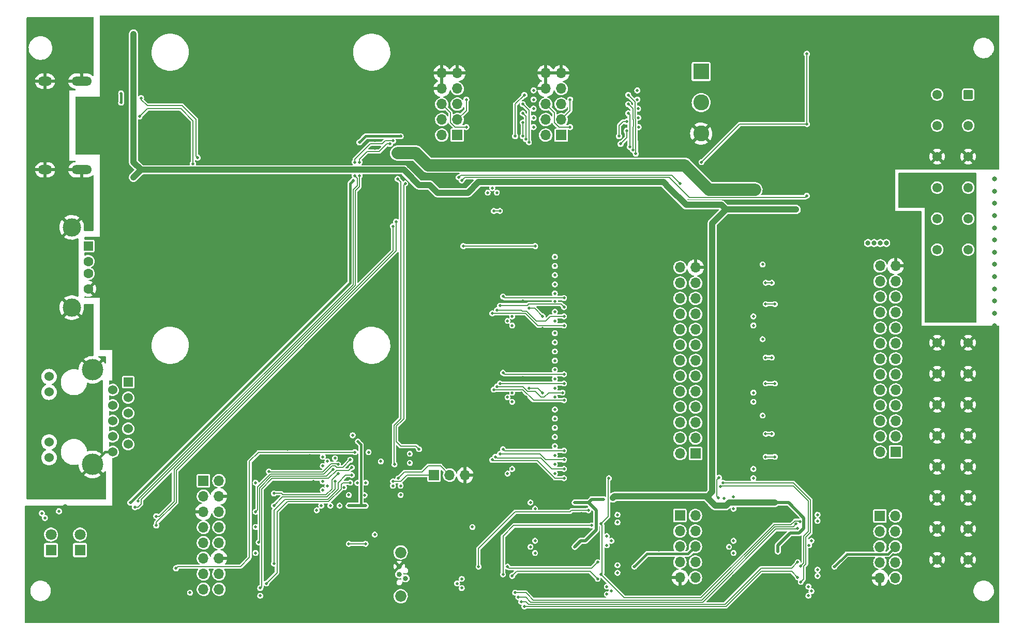
<source format=gbl>
G04 #@! TF.GenerationSoftware,KiCad,Pcbnew,(6.0.9-0)*
G04 #@! TF.CreationDate,2023-02-07T08:34:20+01:00*
G04 #@! TF.ProjectId,Cockpit-CPU-Card,436f636b-7069-4742-9d43-50552d436172,A*
G04 #@! TF.SameCoordinates,Original*
G04 #@! TF.FileFunction,Copper,L4,Bot*
G04 #@! TF.FilePolarity,Positive*
%FSLAX46Y46*%
G04 Gerber Fmt 4.6, Leading zero omitted, Abs format (unit mm)*
G04 Created by KiCad (PCBNEW (6.0.9-0)) date 2023-02-07 08:34:20*
%MOMM*%
%LPD*%
G01*
G04 APERTURE LIST*
G04 Aperture macros list*
%AMRoundRect*
0 Rectangle with rounded corners*
0 $1 Rounding radius*
0 $2 $3 $4 $5 $6 $7 $8 $9 X,Y pos of 4 corners*
0 Add a 4 corners polygon primitive as box body*
4,1,4,$2,$3,$4,$5,$6,$7,$8,$9,$2,$3,0*
0 Add four circle primitives for the rounded corners*
1,1,$1+$1,$2,$3*
1,1,$1+$1,$4,$5*
1,1,$1+$1,$6,$7*
1,1,$1+$1,$8,$9*
0 Add four rect primitives between the rounded corners*
20,1,$1+$1,$2,$3,$4,$5,0*
20,1,$1+$1,$4,$5,$6,$7,0*
20,1,$1+$1,$6,$7,$8,$9,0*
20,1,$1+$1,$8,$9,$2,$3,0*%
G04 Aperture macros list end*
G04 #@! TA.AperFunction,ComponentPad*
%ADD10R,1.700000X1.700000*%
G04 #@! TD*
G04 #@! TA.AperFunction,ComponentPad*
%ADD11O,1.700000X1.700000*%
G04 #@! TD*
G04 #@! TA.AperFunction,ComponentPad*
%ADD12C,0.840000*%
G04 #@! TD*
G04 #@! TA.AperFunction,ComponentPad*
%ADD13C,1.850000*%
G04 #@! TD*
G04 #@! TA.AperFunction,ComponentPad*
%ADD14R,1.500000X1.600000*%
G04 #@! TD*
G04 #@! TA.AperFunction,ComponentPad*
%ADD15C,1.600000*%
G04 #@! TD*
G04 #@! TA.AperFunction,ComponentPad*
%ADD16C,3.000000*%
G04 #@! TD*
G04 #@! TA.AperFunction,ComponentPad*
%ADD17R,1.524000X1.524000*%
G04 #@! TD*
G04 #@! TA.AperFunction,ComponentPad*
%ADD18C,1.524000*%
G04 #@! TD*
G04 #@! TA.AperFunction,ComponentPad*
%ADD19C,3.500000*%
G04 #@! TD*
G04 #@! TA.AperFunction,ComponentPad*
%ADD20RoundRect,0.249999X-0.525001X0.525001X-0.525001X-0.525001X0.525001X-0.525001X0.525001X0.525001X0*%
G04 #@! TD*
G04 #@! TA.AperFunction,ComponentPad*
%ADD21C,1.550000*%
G04 #@! TD*
G04 #@! TA.AperFunction,ComponentPad*
%ADD22R,2.600000X2.600000*%
G04 #@! TD*
G04 #@! TA.AperFunction,ComponentPad*
%ADD23C,2.600000*%
G04 #@! TD*
G04 #@! TA.AperFunction,ComponentPad*
%ADD24O,3.300000X1.500000*%
G04 #@! TD*
G04 #@! TA.AperFunction,ComponentPad*
%ADD25O,2.300000X1.500000*%
G04 #@! TD*
G04 #@! TA.AperFunction,ComponentPad*
%ADD26R,1.800000X1.800000*%
G04 #@! TD*
G04 #@! TA.AperFunction,ComponentPad*
%ADD27C,1.800000*%
G04 #@! TD*
G04 #@! TA.AperFunction,ViaPad*
%ADD28C,0.500000*%
G04 #@! TD*
G04 #@! TA.AperFunction,ViaPad*
%ADD29C,0.800000*%
G04 #@! TD*
G04 #@! TA.AperFunction,ViaPad*
%ADD30C,0.460000*%
G04 #@! TD*
G04 #@! TA.AperFunction,Conductor*
%ADD31C,0.400000*%
G04 #@! TD*
G04 #@! TA.AperFunction,Conductor*
%ADD32C,0.200000*%
G04 #@! TD*
G04 #@! TA.AperFunction,Conductor*
%ADD33C,1.000000*%
G04 #@! TD*
G04 #@! TA.AperFunction,Conductor*
%ADD34C,0.500000*%
G04 #@! TD*
G04 #@! TA.AperFunction,Conductor*
%ADD35C,2.000000*%
G04 #@! TD*
G04 APERTURE END LIST*
D10*
X158025000Y-69825000D03*
D11*
X155485000Y-69825000D03*
X158025000Y-67285000D03*
X155485000Y-67285000D03*
X158025000Y-64745000D03*
X155485000Y-64745000D03*
X158025000Y-62205000D03*
X155485000Y-62205000D03*
X158025000Y-59665000D03*
X155485000Y-59665000D03*
D10*
X212775000Y-121725000D03*
D11*
X210235000Y-121725000D03*
X212775000Y-119185000D03*
X210235000Y-119185000D03*
X212775000Y-116645000D03*
X210235000Y-116645000D03*
X212775000Y-114105000D03*
X210235000Y-114105000D03*
X212775000Y-111565000D03*
X210235000Y-111565000D03*
X212775000Y-109025000D03*
X210235000Y-109025000D03*
X212775000Y-106485000D03*
X210235000Y-106485000D03*
X212775000Y-103945000D03*
X210235000Y-103945000D03*
X212775000Y-101405000D03*
X210235000Y-101405000D03*
X212775000Y-98865000D03*
X210235000Y-98865000D03*
X212775000Y-96325000D03*
X210235000Y-96325000D03*
X212775000Y-93785000D03*
X210235000Y-93785000D03*
X212775000Y-91245000D03*
X210235000Y-91245000D03*
D10*
X210210000Y-132170000D03*
D11*
X212750000Y-132170000D03*
X210210000Y-134710000D03*
X212750000Y-134710000D03*
X210210000Y-137250000D03*
X212750000Y-137250000D03*
X210210000Y-139790000D03*
X212750000Y-139790000D03*
X210210000Y-142330000D03*
X212750000Y-142330000D03*
D10*
X141025000Y-69820000D03*
D11*
X138485000Y-69820000D03*
X141025000Y-67280000D03*
X138485000Y-67280000D03*
X141025000Y-64740000D03*
X138485000Y-64740000D03*
X141025000Y-62200000D03*
X138485000Y-62200000D03*
X141025000Y-59660000D03*
X138485000Y-59660000D03*
D12*
X132530000Y-142400000D03*
X131530000Y-141750000D03*
X131530000Y-140450000D03*
D13*
X131750000Y-145325000D03*
X131750000Y-138175000D03*
D10*
X177460000Y-132125000D03*
D11*
X180000000Y-132125000D03*
X177460000Y-134665000D03*
X180000000Y-134665000D03*
X177460000Y-137205000D03*
X180000000Y-137205000D03*
X177460000Y-139745000D03*
X180000000Y-139745000D03*
X177460000Y-142285000D03*
X180000000Y-142285000D03*
D14*
X80610000Y-88000000D03*
D15*
X80610000Y-90500000D03*
X80610000Y-92500000D03*
X80610000Y-95000000D03*
D16*
X77900000Y-98070000D03*
X77900000Y-84930000D03*
D17*
X87140000Y-110285000D03*
D18*
X84600000Y-111555000D03*
X87140000Y-112825000D03*
X84600000Y-114095000D03*
X87140000Y-115365000D03*
X84600000Y-116635000D03*
X87140000Y-117905000D03*
X84600000Y-119175000D03*
X87140000Y-120445000D03*
X84600000Y-121715000D03*
X74186000Y-109370600D03*
X74186000Y-111910600D03*
X74186000Y-120089400D03*
X74186000Y-122629400D03*
D19*
X81298000Y-123747000D03*
X81298000Y-108253000D03*
D20*
X224666000Y-63170000D03*
D21*
X224666000Y-68250000D03*
X224666000Y-73330000D03*
X224666000Y-78410000D03*
X224666000Y-83490000D03*
X224666000Y-88570000D03*
X224666000Y-93650000D03*
X224666000Y-98730000D03*
X224666000Y-103810000D03*
X224666000Y-108890000D03*
X224666000Y-113970000D03*
X224666000Y-119050000D03*
X224666000Y-124130000D03*
X224666000Y-129210000D03*
X224666000Y-134290000D03*
X224666000Y-139370000D03*
X219586000Y-63170000D03*
X219586000Y-68250000D03*
X219586000Y-73330000D03*
X219586000Y-78410000D03*
X219586000Y-83490000D03*
X219586000Y-88570000D03*
X219586000Y-93650000D03*
X219586000Y-98730000D03*
X219586000Y-103810000D03*
X219586000Y-108890000D03*
X219586000Y-113970000D03*
X219586000Y-119050000D03*
X219586000Y-124130000D03*
X219586000Y-129210000D03*
X219586000Y-134290000D03*
X219586000Y-139370000D03*
D10*
X137225000Y-125500000D03*
D11*
X139765000Y-125500000D03*
X142305000Y-125500000D03*
D10*
X99460000Y-126420000D03*
D11*
X102000000Y-126420000D03*
X99460000Y-128960000D03*
X102000000Y-128960000D03*
X99460000Y-131500000D03*
X102000000Y-131500000D03*
X99460000Y-134040000D03*
X102000000Y-134040000D03*
X99460000Y-136580000D03*
X102000000Y-136580000D03*
X99460000Y-139120000D03*
X102000000Y-139120000D03*
X99460000Y-141660000D03*
X102000000Y-141660000D03*
X99460000Y-144200000D03*
X102000000Y-144200000D03*
D22*
X180945000Y-59410000D03*
D23*
X180945000Y-64490000D03*
X180945000Y-69570000D03*
D24*
X79495000Y-75500000D03*
D25*
X73535000Y-61000000D03*
D24*
X79495000Y-61000000D03*
D25*
X73535000Y-75500000D03*
D26*
X74500000Y-137775000D03*
D27*
X74500000Y-135235000D03*
D10*
X180025000Y-121975000D03*
D11*
X177485000Y-121975000D03*
X180025000Y-119435000D03*
X177485000Y-119435000D03*
X180025000Y-116895000D03*
X177485000Y-116895000D03*
X180025000Y-114355000D03*
X177485000Y-114355000D03*
X180025000Y-111815000D03*
X177485000Y-111815000D03*
X180025000Y-109275000D03*
X177485000Y-109275000D03*
X180025000Y-106735000D03*
X177485000Y-106735000D03*
X180025000Y-104195000D03*
X177485000Y-104195000D03*
X180025000Y-101655000D03*
X177485000Y-101655000D03*
X180025000Y-99115000D03*
X177485000Y-99115000D03*
X180025000Y-96575000D03*
X177485000Y-96575000D03*
X180025000Y-94035000D03*
X177485000Y-94035000D03*
X180025000Y-91495000D03*
X177485000Y-91495000D03*
D26*
X79250000Y-137775000D03*
D27*
X79250000Y-135235000D03*
D28*
X92500000Y-113000000D03*
D29*
X71000000Y-139000000D03*
X125000000Y-149000000D03*
X105000000Y-60000000D03*
X105000000Y-149000000D03*
D30*
X113250000Y-138750000D03*
D29*
X221000000Y-149000000D03*
X83000000Y-149000000D03*
X200500000Y-78000000D03*
D30*
X120250000Y-133500000D03*
X164000000Y-145102495D03*
D29*
X83000000Y-51000000D03*
D30*
X205000000Y-116250000D03*
D29*
X165000000Y-149000000D03*
X125000000Y-60000000D03*
X165000000Y-51000000D03*
D30*
X172750000Y-130250000D03*
X170500000Y-138500000D03*
D29*
X191750000Y-86500000D03*
X193000000Y-149000000D03*
X105000000Y-51000000D03*
D30*
X86500000Y-139250000D03*
D29*
X91000000Y-149000000D03*
D30*
X196000000Y-144500000D03*
D29*
X135000000Y-65000000D03*
X85000000Y-81000000D03*
D30*
X136250000Y-146000000D03*
D29*
X215000000Y-120000000D03*
X229000000Y-85000000D03*
D30*
X173000000Y-137000000D03*
X128500000Y-110500000D03*
D29*
X200500000Y-57500000D03*
X203000000Y-85750000D03*
X197000000Y-51000000D03*
D28*
X127500000Y-74500000D03*
D29*
X145000000Y-60000000D03*
D30*
X207750000Y-137000000D03*
D29*
X213000000Y-149000000D03*
X215000000Y-90000000D03*
X160000000Y-80000000D03*
X160000000Y-145000000D03*
D30*
X113250000Y-121250000D03*
X127500000Y-116500000D03*
D29*
X163000000Y-51000000D03*
D30*
X188250000Y-142000000D03*
D29*
X229000000Y-147000000D03*
X123000000Y-51000000D03*
D28*
X149750000Y-64000000D03*
D29*
X175000000Y-51000000D03*
X229000000Y-67000000D03*
X85000000Y-95000000D03*
D30*
X147500000Y-80750000D03*
X119250000Y-145000000D03*
X152250000Y-112750000D03*
X166750000Y-122250000D03*
X205000000Y-100250000D03*
D29*
X215000000Y-140000000D03*
X159000000Y-149000000D03*
X200500000Y-66500000D03*
D28*
X87000000Y-82750000D03*
D29*
X161000000Y-51000000D03*
D30*
X122500000Y-115500000D03*
D29*
X147000000Y-149000000D03*
X141000000Y-51000000D03*
D28*
X86250000Y-59750000D03*
X93500000Y-68500000D03*
D30*
X125500000Y-119500000D03*
X205750000Y-145250000D03*
X205000000Y-102250000D03*
D29*
X157000000Y-149000000D03*
D30*
X155750000Y-142000000D03*
X131000000Y-135000000D03*
X129500000Y-115500000D03*
X126500000Y-145250000D03*
D28*
X93500000Y-85250000D03*
D29*
X100000000Y-70000000D03*
X110000000Y-55000000D03*
X190750000Y-73000000D03*
D28*
X94500000Y-113000000D03*
X95000000Y-88750000D03*
D29*
X90000000Y-100000000D03*
D30*
X191500000Y-99750000D03*
D29*
X115000000Y-149000000D03*
X95000000Y-51000000D03*
X110000000Y-65000000D03*
D30*
X163250000Y-136250000D03*
X205000000Y-95750000D03*
D29*
X215000000Y-149000000D03*
X135000000Y-60000000D03*
D30*
X205500000Y-130000000D03*
D29*
X145000000Y-55000000D03*
D28*
X93500000Y-79250000D03*
D29*
X191750000Y-75000000D03*
X229000000Y-139000000D03*
D30*
X186250000Y-142000000D03*
D29*
X229000000Y-137000000D03*
D28*
X93500000Y-80500000D03*
D29*
X185000000Y-90000000D03*
X229000000Y-123000000D03*
D28*
X83750000Y-104000000D03*
D30*
X124500000Y-116250000D03*
D29*
X223000000Y-149000000D03*
X229000000Y-143000000D03*
X135000000Y-85000000D03*
D30*
X205000000Y-111250000D03*
X153750000Y-134500000D03*
D29*
X135000000Y-149000000D03*
X85000000Y-55000000D03*
D28*
X129750000Y-86250000D03*
D29*
X229000000Y-119000000D03*
D28*
X127500000Y-81500000D03*
D30*
X118000000Y-132750000D03*
D29*
X89000000Y-51000000D03*
X215000000Y-130000000D03*
D30*
X113250000Y-143250000D03*
D28*
X129000000Y-67000000D03*
D29*
X99000000Y-51000000D03*
D30*
X205000000Y-109750000D03*
X122500000Y-111500000D03*
X116250000Y-139250000D03*
X172981198Y-145000500D03*
X166750000Y-95750000D03*
D29*
X200500000Y-79500000D03*
X143000000Y-51000000D03*
X190750000Y-61500000D03*
X115000000Y-115000000D03*
X151000000Y-149000000D03*
X229000000Y-97000000D03*
X169000000Y-149000000D03*
D28*
X134000000Y-70750000D03*
D30*
X196000000Y-136250000D03*
D28*
X81750000Y-67750000D03*
D29*
X229000000Y-73000000D03*
D30*
X124500000Y-115500000D03*
X113250000Y-144750000D03*
D29*
X199000000Y-51000000D03*
X189000000Y-72250000D03*
X100000000Y-85000000D03*
D28*
X83750000Y-101000000D03*
D29*
X203000000Y-51000000D03*
D30*
X154750000Y-135250000D03*
X116250000Y-145000000D03*
D29*
X207000000Y-51000000D03*
X229000000Y-111000000D03*
X165000000Y-55000000D03*
X110000000Y-70000000D03*
X83000000Y-53000000D03*
X85000000Y-99000000D03*
X121000000Y-149000000D03*
D30*
X144000000Y-143250000D03*
D29*
X217000000Y-51000000D03*
X229000000Y-91000000D03*
D28*
X83500000Y-68500000D03*
D29*
X115000000Y-80000000D03*
D30*
X126000000Y-133500000D03*
D29*
X100000000Y-55000000D03*
D30*
X137000000Y-138000000D03*
X193000000Y-140000000D03*
D29*
X101000000Y-149000000D03*
D30*
X117500000Y-126548003D03*
D29*
X119000000Y-51000000D03*
X201000000Y-149000000D03*
X215000000Y-51000000D03*
X133000000Y-51000000D03*
D28*
X93500000Y-76750000D03*
D29*
X229000000Y-75000000D03*
X109000000Y-51000000D03*
X189000000Y-83750000D03*
D30*
X160500000Y-140000000D03*
D29*
X225000000Y-145000000D03*
X113000000Y-149000000D03*
D28*
X81750000Y-72250000D03*
D30*
X151750000Y-109500000D03*
D29*
X200500000Y-65500000D03*
D28*
X127500000Y-68750000D03*
D29*
X163000000Y-149000000D03*
D28*
X83500000Y-78500000D03*
D30*
X125500000Y-110500000D03*
D28*
X149750000Y-68500000D03*
D29*
X191750000Y-61500000D03*
X93000000Y-149000000D03*
X229000000Y-61000000D03*
X105000000Y-85000000D03*
X90000000Y-105000000D03*
X229000000Y-103000000D03*
D30*
X126000000Y-126000000D03*
D29*
X185000000Y-149000000D03*
D28*
X166750000Y-67000000D03*
D29*
X175000000Y-85000000D03*
D30*
X162500000Y-140000000D03*
X117500000Y-124000000D03*
D29*
X105000000Y-80000000D03*
D30*
X166750000Y-103750000D03*
D28*
X93500000Y-87750000D03*
D30*
X127250000Y-144500000D03*
X113250000Y-133000000D03*
D29*
X185000000Y-145000000D03*
D30*
X196750000Y-137000000D03*
D29*
X199000000Y-149000000D03*
X80000000Y-145000000D03*
X170000000Y-85000000D03*
D30*
X143500000Y-137250000D03*
X152250000Y-100250000D03*
D29*
X145000000Y-51000000D03*
X105000000Y-65000000D03*
X135000000Y-80000000D03*
X85000000Y-61000000D03*
X109000000Y-149000000D03*
X205000000Y-51000000D03*
D30*
X151500000Y-112000000D03*
D29*
X100000000Y-60000000D03*
X170000000Y-60000000D03*
X145000000Y-149000000D03*
D28*
X86500000Y-92000000D03*
D29*
X215000000Y-110000000D03*
X85000000Y-59000000D03*
D28*
X128000000Y-85000000D03*
D29*
X185000000Y-105000000D03*
D30*
X161500000Y-139250000D03*
D28*
X126000000Y-67000000D03*
D29*
X140000000Y-110000000D03*
D30*
X205000000Y-117750000D03*
D29*
X135000000Y-100000000D03*
D30*
X132750000Y-131750000D03*
D28*
X149750000Y-67000000D03*
D30*
X205000000Y-123750000D03*
X196000000Y-114750000D03*
D28*
X82750000Y-79250000D03*
D30*
X164000000Y-135500000D03*
X122500000Y-112500000D03*
D29*
X127000000Y-51000000D03*
X185000000Y-85000000D03*
X185000000Y-55000000D03*
D28*
X82750000Y-83500000D03*
D30*
X134750000Y-128750000D03*
X153750000Y-142000000D03*
X127500000Y-118500000D03*
X123000000Y-116250000D03*
D29*
X85000000Y-77000000D03*
X191750000Y-63500000D03*
D30*
X113250000Y-137250000D03*
D29*
X85000000Y-125000000D03*
D28*
X133250000Y-70000000D03*
D29*
X130000000Y-100000000D03*
X211000000Y-149000000D03*
X225000000Y-51000000D03*
D28*
X86250000Y-83500000D03*
D29*
X191750000Y-85500000D03*
D30*
X127250000Y-137250000D03*
X130500000Y-112500000D03*
D29*
X216500000Y-87500000D03*
X83000000Y-75000000D03*
X215000000Y-105000000D03*
D30*
X187250000Y-135250000D03*
X127500000Y-121750000D03*
D29*
X100000000Y-65000000D03*
D30*
X131000000Y-133000000D03*
D29*
X160000000Y-55000000D03*
D30*
X205000000Y-91250000D03*
X205000000Y-92750000D03*
D29*
X95000000Y-149000000D03*
X140000000Y-55000000D03*
X209000000Y-149000000D03*
D30*
X117506228Y-127951997D03*
D29*
X177000000Y-149000000D03*
X89000000Y-149000000D03*
X103000000Y-149000000D03*
X229000000Y-149000000D03*
X85000000Y-140000000D03*
X207000000Y-149000000D03*
D30*
X205000000Y-120750000D03*
D28*
X93500000Y-70750000D03*
D30*
X136250000Y-142750000D03*
X196750000Y-145250000D03*
D29*
X167000000Y-51000000D03*
D30*
X173000000Y-139750000D03*
D29*
X175000000Y-70000000D03*
X71000000Y-147000000D03*
X85000000Y-97000000D03*
X183000000Y-51000000D03*
X229000000Y-69000000D03*
X127000000Y-149000000D03*
X91000000Y-51000000D03*
D28*
X93500000Y-82750000D03*
X149750000Y-65500000D03*
D29*
X191750000Y-73000000D03*
X90000000Y-145000000D03*
X76815268Y-130675500D03*
D30*
X146750000Y-81500000D03*
X125500000Y-118500000D03*
D29*
X140000000Y-115000000D03*
X200500000Y-69000000D03*
D28*
X85500000Y-127000000D03*
D30*
X191000000Y-94750000D03*
D29*
X125000000Y-51000000D03*
X229000000Y-63000000D03*
D28*
X94500000Y-119000000D03*
D29*
X175000000Y-80000000D03*
X215000000Y-125000000D03*
D30*
X187250000Y-142750000D03*
D29*
X131000000Y-51000000D03*
X103000000Y-51000000D03*
D30*
X166750000Y-108250000D03*
X205000000Y-114750000D03*
D29*
X85000000Y-149000000D03*
D30*
X186250000Y-134500000D03*
X136250000Y-137250000D03*
D29*
X170000000Y-55000000D03*
X150000000Y-60000000D03*
D28*
X125000000Y-86500000D03*
D30*
X205000000Y-112750000D03*
D29*
X85000000Y-89000000D03*
D30*
X116897050Y-122249500D03*
D29*
X71000000Y-149000000D03*
X175000000Y-125000000D03*
X209000000Y-51000000D03*
X161000000Y-149000000D03*
X223000000Y-51000000D03*
D30*
X128500000Y-115500000D03*
X195000000Y-132500000D03*
D29*
X175000000Y-65000000D03*
X229000000Y-65000000D03*
X229000000Y-127000000D03*
D28*
X86500000Y-104500000D03*
X87250000Y-103750000D03*
D30*
X162500000Y-132500000D03*
D29*
X150000000Y-55000000D03*
D28*
X93500000Y-74500000D03*
D30*
X191500000Y-113250000D03*
D29*
X85000000Y-57000000D03*
X120000000Y-80000000D03*
X115000000Y-120000000D03*
D28*
X127500000Y-77500000D03*
D30*
X194000000Y-131500000D03*
X205000000Y-119250000D03*
D28*
X81750000Y-70750000D03*
D29*
X135000000Y-90000000D03*
D30*
X125000000Y-117500000D03*
D28*
X127500000Y-67500000D03*
D29*
X87000000Y-51000000D03*
D28*
X127500000Y-78500000D03*
D29*
X215000000Y-100000000D03*
D30*
X166750000Y-117750000D03*
D29*
X229000000Y-83000000D03*
X131000000Y-149000000D03*
D30*
X121750000Y-133500000D03*
D29*
X173000000Y-149000000D03*
D28*
X127500000Y-79500000D03*
D29*
X85000000Y-103000000D03*
D30*
X130500000Y-114500000D03*
X127750000Y-124250000D03*
D29*
X187000000Y-149000000D03*
X229000000Y-77000000D03*
X215000000Y-115000000D03*
X210000000Y-125000000D03*
X95000000Y-135000000D03*
X187000000Y-51000000D03*
X191750000Y-62500000D03*
D30*
X205000000Y-94250000D03*
D29*
X229000000Y-53000000D03*
X171000000Y-51000000D03*
D30*
X152250000Y-125250000D03*
D29*
X215500000Y-87500000D03*
D30*
X123500000Y-115500000D03*
D29*
X191750000Y-84500000D03*
X185000000Y-120000000D03*
X229000000Y-129000000D03*
D30*
X155000000Y-101500000D03*
D29*
X139000000Y-51000000D03*
D30*
X151500000Y-101000000D03*
D29*
X143000000Y-149000000D03*
X71000000Y-143000000D03*
D28*
X83500000Y-82500000D03*
D29*
X83000000Y-63000000D03*
X90000000Y-95000000D03*
X175000000Y-149000000D03*
D28*
X88000000Y-104500000D03*
X92500000Y-119000000D03*
X83500000Y-71500000D03*
D29*
X85000000Y-145000000D03*
X105000000Y-95000000D03*
X135000000Y-51000000D03*
X90000000Y-60000000D03*
X185000000Y-110000000D03*
X213000000Y-51000000D03*
D28*
X127500000Y-82500000D03*
X166750000Y-62500000D03*
D29*
X145000000Y-105000000D03*
D30*
X196750000Y-143750000D03*
D29*
X111000000Y-149000000D03*
X135000000Y-70000000D03*
D28*
X93500000Y-73250000D03*
D30*
X130500000Y-113500000D03*
X172750000Y-131500000D03*
X191000000Y-107250000D03*
D29*
X225000000Y-149000000D03*
X73000000Y-149000000D03*
X155000000Y-55000000D03*
D30*
X122500000Y-110500000D03*
D29*
X85000000Y-51000000D03*
X85000000Y-101000000D03*
X110000000Y-60000000D03*
X229000000Y-71000000D03*
D30*
X134000000Y-129500000D03*
D28*
X92250000Y-88750000D03*
D29*
X180000000Y-125000000D03*
X200500000Y-68000000D03*
D30*
X166750000Y-119250000D03*
D28*
X93500000Y-72000000D03*
X82750000Y-57750000D03*
D29*
X105000000Y-90000000D03*
X120000000Y-65000000D03*
D30*
X137000000Y-145250000D03*
X205500000Y-141500000D03*
D29*
X115000000Y-85000000D03*
D30*
X136250000Y-140750000D03*
X122500000Y-113500000D03*
X205000000Y-103750000D03*
X175000000Y-145000500D03*
X155000000Y-89000000D03*
D29*
X185000000Y-51000000D03*
X147000000Y-51000000D03*
X75000000Y-145000000D03*
D28*
X127500000Y-76500000D03*
D29*
X165000000Y-60000000D03*
X141000000Y-149000000D03*
D30*
X194000000Y-139250000D03*
D29*
X115000000Y-65000000D03*
X191750000Y-74000000D03*
D28*
X93500000Y-88750000D03*
D29*
X201000000Y-51000000D03*
X227000000Y-51000000D03*
X155000000Y-51000000D03*
X110000000Y-80000000D03*
X111000000Y-51000000D03*
D30*
X191000000Y-119750000D03*
X130500000Y-115500000D03*
X205750000Y-137000000D03*
X206750000Y-137750000D03*
D29*
X129000000Y-149000000D03*
X213000000Y-87500000D03*
X117000000Y-51000000D03*
X215000000Y-95000000D03*
X120000000Y-60000000D03*
X195000000Y-51000000D03*
X229000000Y-87000000D03*
X225000000Y-55000000D03*
X175000000Y-60000000D03*
X229000000Y-101000000D03*
D30*
X96500000Y-142250000D03*
D29*
X85000000Y-79000000D03*
X107000000Y-51000000D03*
X151000000Y-51000000D03*
D30*
X155000000Y-114000000D03*
D29*
X130000000Y-65000000D03*
D30*
X206750000Y-146000000D03*
D29*
X105000000Y-55000000D03*
D30*
X164000000Y-143750000D03*
X97250000Y-143000000D03*
D29*
X110000000Y-120000000D03*
X160000000Y-60000000D03*
D30*
X166750000Y-120750000D03*
D29*
X175000000Y-90000000D03*
X229000000Y-89000000D03*
D28*
X92250000Y-67000000D03*
D29*
X177000000Y-51000000D03*
X197000000Y-149000000D03*
X119000000Y-149000000D03*
X81000000Y-149000000D03*
D30*
X127500000Y-110500000D03*
D29*
X185000000Y-125000000D03*
D30*
X166750000Y-97250000D03*
D29*
X190750000Y-84500000D03*
D30*
X134750000Y-122000000D03*
X126500000Y-138000000D03*
D28*
X85750000Y-129000000D03*
D29*
X120000000Y-55000000D03*
X203000000Y-84000000D03*
D30*
X193000000Y-132500000D03*
D28*
X85500000Y-68500000D03*
D29*
X195000000Y-149000000D03*
D28*
X93500000Y-86500000D03*
X93500000Y-78000000D03*
D30*
X151500000Y-116000000D03*
X166750000Y-100250000D03*
D29*
X191000000Y-149000000D03*
X229000000Y-99000000D03*
D30*
X161359910Y-131749500D03*
D29*
X115000000Y-55000000D03*
X153000000Y-149000000D03*
D28*
X83750000Y-80500000D03*
D30*
X83000000Y-131000000D03*
X166750000Y-125250000D03*
D29*
X125000000Y-65000000D03*
X179000000Y-51000000D03*
X229000000Y-113000000D03*
D30*
X173000000Y-141500000D03*
X160500000Y-132500000D03*
D29*
X205000000Y-149000000D03*
D30*
X166750000Y-106750000D03*
D29*
X137000000Y-149000000D03*
X229000000Y-93000000D03*
X229000000Y-131000000D03*
D30*
X146750000Y-132250000D03*
X125500000Y-115500000D03*
X151750000Y-97000000D03*
D29*
X215000000Y-135000000D03*
X71000000Y-131000000D03*
D30*
X205000000Y-106750000D03*
X127250000Y-138750000D03*
X166750000Y-98750000D03*
X151500000Y-124500000D03*
X205000000Y-97250000D03*
X134750000Y-123500000D03*
D29*
X229000000Y-59000000D03*
X185000000Y-135000000D03*
D30*
X166750000Y-109750000D03*
X126000000Y-122500000D03*
X130500000Y-111500000D03*
D29*
X185000000Y-95000000D03*
D30*
X126750000Y-132750000D03*
D29*
X71000000Y-135000000D03*
D30*
X113250000Y-131500000D03*
D29*
X183000000Y-149000000D03*
D28*
X166750000Y-65500000D03*
D29*
X85000000Y-123000000D03*
X100000000Y-95000000D03*
D30*
X166750000Y-114750000D03*
D29*
X85000000Y-107000000D03*
X71000000Y-133000000D03*
X229000000Y-51000000D03*
D30*
X129500000Y-110500000D03*
X188250000Y-134500000D03*
D29*
X99000000Y-149000000D03*
D30*
X122500000Y-114500000D03*
X166750000Y-105250000D03*
D29*
X105000000Y-70000000D03*
D30*
X166750000Y-102250000D03*
D29*
X135000000Y-115000000D03*
D30*
X119250000Y-139250000D03*
D28*
X87000000Y-59000000D03*
D29*
X87000000Y-149000000D03*
D30*
X86500000Y-145000000D03*
X127500000Y-115500000D03*
D29*
X185000000Y-100000000D03*
X203000000Y-149000000D03*
D28*
X149750000Y-62500000D03*
D29*
X81000000Y-131000000D03*
D30*
X134750000Y-127250000D03*
X174000000Y-137750000D03*
D29*
X229000000Y-109000000D03*
D28*
X127500000Y-72000000D03*
D29*
X140000000Y-145000000D03*
D30*
X172750000Y-133500000D03*
D29*
X229000000Y-115000000D03*
X193000000Y-51000000D03*
X229000000Y-117000000D03*
X159000000Y-51000000D03*
D30*
X117750000Y-137250000D03*
D29*
X189000000Y-60750000D03*
D28*
X93500000Y-81500000D03*
D29*
X149000000Y-149000000D03*
X71000000Y-141000000D03*
X229000000Y-107000000D03*
D28*
X127500000Y-80500000D03*
D29*
X120000000Y-70000000D03*
D30*
X123250000Y-133500000D03*
D29*
X229000000Y-81000000D03*
D28*
X127500000Y-73250000D03*
D29*
X221000000Y-51000000D03*
D28*
X82750000Y-77750000D03*
D29*
X95000000Y-60000000D03*
D30*
X151414477Y-99585523D03*
D28*
X81750000Y-64750000D03*
D30*
X154750000Y-142750000D03*
D29*
X135000000Y-95000000D03*
X93000000Y-51000000D03*
D28*
X166750000Y-64000000D03*
D29*
X75000000Y-149000000D03*
D30*
X127250000Y-146000000D03*
D29*
X100000000Y-80000000D03*
X145000000Y-110000000D03*
D30*
X133000000Y-135000000D03*
D29*
X137000000Y-51000000D03*
X169000000Y-51000000D03*
X71000000Y-137000000D03*
D28*
X166750000Y-68500000D03*
D30*
X205000000Y-105250000D03*
D29*
X200500000Y-54000000D03*
X157000000Y-51000000D03*
D30*
X166750000Y-92750000D03*
D29*
X85000000Y-85000000D03*
D30*
X166750000Y-123750000D03*
D29*
X85000000Y-87000000D03*
D30*
X88000000Y-147250000D03*
D29*
X229000000Y-141000000D03*
D28*
X83500000Y-58500000D03*
D29*
X200500000Y-80500000D03*
D30*
X143250000Y-142500000D03*
D28*
X149750000Y-80500000D03*
D29*
X140000000Y-105000000D03*
D30*
X166750000Y-116250000D03*
D29*
X101000000Y-51000000D03*
D30*
X196000000Y-102250000D03*
X205500000Y-133250000D03*
D29*
X229000000Y-79000000D03*
X115000000Y-70000000D03*
D30*
X203000000Y-138500000D03*
X195000000Y-140000000D03*
D28*
X81750000Y-69250000D03*
D29*
X129000000Y-51000000D03*
D30*
X163250000Y-144500000D03*
X89250000Y-139250000D03*
X136250000Y-138750000D03*
D29*
X100000000Y-100000000D03*
X179000000Y-149000000D03*
X79000000Y-149000000D03*
X83000000Y-61000000D03*
X167000000Y-149000000D03*
D30*
X123500000Y-110500000D03*
X205000000Y-122250000D03*
X113250000Y-127250000D03*
D29*
X214000000Y-87500000D03*
D30*
X155750000Y-134500000D03*
D29*
X117000000Y-149000000D03*
X229000000Y-135000000D03*
X200500000Y-56500000D03*
D30*
X146000000Y-80750000D03*
X164000000Y-137000000D03*
D29*
X173000000Y-51000000D03*
D28*
X93500000Y-69750000D03*
D30*
X116750000Y-123250000D03*
D29*
X203000000Y-83000000D03*
X140000000Y-140000000D03*
D30*
X137250000Y-141750000D03*
D29*
X185000000Y-115000000D03*
D30*
X166750000Y-111250000D03*
X116750000Y-127250000D03*
D29*
X145000000Y-120000000D03*
X90000000Y-140000000D03*
X229000000Y-95000000D03*
D28*
X82750000Y-59250000D03*
D30*
X207750000Y-145250000D03*
D29*
X130000000Y-60000000D03*
X229000000Y-105000000D03*
X100000000Y-90000000D03*
D30*
X136250000Y-144500000D03*
X205000000Y-108250000D03*
X191500000Y-112250000D03*
X124500000Y-110500000D03*
D28*
X125000000Y-85000000D03*
D29*
X181000000Y-51000000D03*
D30*
X166750000Y-89750000D03*
D29*
X113000000Y-51000000D03*
D30*
X88000000Y-137250000D03*
D29*
X110000000Y-90000000D03*
X200500000Y-55000000D03*
X180000000Y-85000000D03*
X219000000Y-149000000D03*
D30*
X205500000Y-139750000D03*
X117750000Y-147250000D03*
D29*
X210000000Y-145000000D03*
D30*
X151500000Y-113500000D03*
D29*
X153000000Y-51000000D03*
D30*
X127500000Y-117500000D03*
D28*
X127500000Y-70750000D03*
D30*
X205500000Y-131500000D03*
X205000000Y-89750000D03*
D28*
X125000000Y-87500000D03*
D30*
X166750000Y-91250000D03*
D29*
X90000000Y-135000000D03*
X133000000Y-149000000D03*
X123000000Y-149000000D03*
X171000000Y-149000000D03*
D28*
X127500000Y-83500000D03*
D30*
X205000000Y-125250000D03*
D29*
X227000000Y-149000000D03*
X191000000Y-51000000D03*
D28*
X93500000Y-84000000D03*
X83750000Y-56500000D03*
D29*
X155000000Y-145000000D03*
X181000000Y-149000000D03*
X200500000Y-77000000D03*
X219000000Y-51000000D03*
X85000000Y-105000000D03*
X107000000Y-149000000D03*
X189000000Y-51000000D03*
X203000000Y-86750000D03*
D30*
X126500000Y-110500000D03*
D29*
X229000000Y-133000000D03*
D30*
X175000000Y-137000000D03*
D29*
X180000000Y-55000000D03*
D30*
X196000000Y-89750000D03*
D29*
X85000000Y-83000000D03*
X211000000Y-51000000D03*
D30*
X118750000Y-133500000D03*
D29*
X145000000Y-145000000D03*
D30*
X134500000Y-131750000D03*
X191500000Y-124750000D03*
D29*
X95000000Y-100000000D03*
X95000000Y-95000000D03*
X217000000Y-149000000D03*
X125000000Y-145000000D03*
X145000000Y-115000000D03*
D28*
X129750000Y-87750000D03*
D30*
X157500000Y-85500000D03*
D29*
X215000000Y-145000000D03*
D30*
X130500000Y-110500000D03*
X166750000Y-112750000D03*
D29*
X115000000Y-51000000D03*
X220000000Y-145000000D03*
X135000000Y-55000000D03*
D30*
X166750000Y-94250000D03*
D29*
X97000000Y-51000000D03*
X189000000Y-149000000D03*
X115000000Y-60000000D03*
X77000000Y-149000000D03*
X139000000Y-149000000D03*
X229000000Y-57000000D03*
D30*
X112500000Y-124250000D03*
D29*
X149000000Y-51000000D03*
X97000000Y-149000000D03*
D30*
X191500000Y-100750000D03*
D29*
X165000000Y-80000000D03*
D28*
X88500000Y-92000000D03*
D29*
X155000000Y-149000000D03*
D28*
X95000000Y-67000000D03*
D29*
X175000000Y-55000000D03*
D28*
X82750000Y-81750000D03*
D29*
X229000000Y-125000000D03*
D30*
X205000000Y-98750000D03*
X143250000Y-144000000D03*
D29*
X121000000Y-51000000D03*
D28*
X85500000Y-71500000D03*
D29*
X110000000Y-85000000D03*
X135000000Y-110000000D03*
X185000000Y-140000000D03*
D30*
X85000000Y-131000000D03*
X191500000Y-125750000D03*
D29*
X229000000Y-121000000D03*
X71000000Y-53000000D03*
X71000000Y-113000000D03*
X81000000Y-55000000D03*
X71000000Y-75000000D03*
X77000000Y-73000000D03*
X79000000Y-57000000D03*
X71000000Y-107000000D03*
X71000000Y-91000000D03*
X81000000Y-53000000D03*
X71000000Y-67000000D03*
X81000000Y-127000000D03*
X71000000Y-59000000D03*
X79000000Y-129000000D03*
X71000000Y-103000000D03*
X71000000Y-73000000D03*
X75000000Y-129000000D03*
X71000000Y-119000000D03*
X71000000Y-125000000D03*
X82000000Y-111000000D03*
X71000000Y-115000000D03*
X78000000Y-93000000D03*
X71000000Y-71000000D03*
X71000000Y-51000000D03*
X71000000Y-57000000D03*
X78000000Y-91000000D03*
X71000000Y-65000000D03*
X71000000Y-81000000D03*
X77000000Y-129000000D03*
X71000000Y-93000000D03*
X71000000Y-105000000D03*
X71000000Y-85000000D03*
X71000000Y-99000000D03*
X79000000Y-103000000D03*
X81000000Y-99000000D03*
X77000000Y-65000000D03*
X78000000Y-89000000D03*
X71000000Y-111000000D03*
X71000000Y-117000000D03*
X71000000Y-123000000D03*
X71000000Y-61000000D03*
X77000000Y-51000000D03*
X82000000Y-115000000D03*
X71000000Y-63000000D03*
X79000000Y-101000000D03*
X71000000Y-97000000D03*
X82000000Y-113000000D03*
X71000000Y-121000000D03*
X77000000Y-69000000D03*
X79000000Y-55000000D03*
X71000000Y-129000000D03*
X77000000Y-67000000D03*
X78000000Y-95000000D03*
X77000000Y-63000000D03*
X71000000Y-77000000D03*
X79000000Y-81000000D03*
X82000000Y-119000000D03*
X75000000Y-51000000D03*
X79000000Y-51000000D03*
X79000000Y-105000000D03*
X71000000Y-109000000D03*
X73000000Y-129000000D03*
X71000000Y-79000000D03*
X71000000Y-69000000D03*
X79000000Y-59000000D03*
X71000000Y-87000000D03*
X71000000Y-127000000D03*
X77000000Y-71000000D03*
X71000000Y-89000000D03*
X71000000Y-95000000D03*
X82000000Y-117000000D03*
X81000000Y-51000000D03*
X73000000Y-51000000D03*
X79000000Y-79000000D03*
X71000000Y-83000000D03*
X71000000Y-101000000D03*
X81000000Y-129000000D03*
D28*
X153500000Y-62500000D03*
D30*
X147500000Y-79250000D03*
X133250000Y-122000000D03*
X165500000Y-143750000D03*
X167250000Y-133250000D03*
D28*
X170631119Y-66959913D03*
D30*
X126036210Y-126731895D03*
X118000000Y-131250000D03*
X199000000Y-144500000D03*
X157000000Y-125250000D03*
X157000000Y-105250000D03*
X200000000Y-141000000D03*
X141000000Y-143250000D03*
X108000000Y-134000000D03*
X157000000Y-102250000D03*
X189500000Y-113500000D03*
X153000000Y-137250000D03*
X153750000Y-138250000D03*
X157000000Y-123750000D03*
X157000000Y-116250000D03*
X119000000Y-127951997D03*
X141750000Y-144000000D03*
D28*
X153500000Y-64000000D03*
D30*
X191000000Y-91000000D03*
X191000000Y-103250000D03*
X150000000Y-112000000D03*
X189500000Y-101000000D03*
X166250000Y-144500000D03*
X198599001Y-137000000D03*
X121000000Y-122750000D03*
X165500000Y-137000000D03*
X97250000Y-144750000D03*
X149250000Y-100250000D03*
X157000000Y-119250000D03*
X157000000Y-97020500D03*
X189500000Y-124500000D03*
X157000000Y-109750000D03*
X186250000Y-136250000D03*
D28*
X170500000Y-64000000D03*
D30*
X184693083Y-129350500D03*
X108000000Y-126750000D03*
X157000000Y-103750000D03*
X118750000Y-130500000D03*
X153750000Y-131000000D03*
X189500000Y-112000000D03*
X121750000Y-130500000D03*
X149250000Y-112750000D03*
D28*
X170599001Y-65478535D03*
D30*
X122500000Y-127500000D03*
X131750000Y-127250000D03*
X150000000Y-101000000D03*
X186250000Y-138250000D03*
X189500000Y-126000000D03*
X125849500Y-128795434D03*
X130500000Y-127250000D03*
X186250000Y-129099001D03*
X157000000Y-95750000D03*
X191000000Y-115750000D03*
X153750000Y-136250000D03*
X108000000Y-138250000D03*
X146750000Y-78500000D03*
D29*
X209250000Y-87500000D03*
D30*
X200000000Y-142000000D03*
X157000000Y-100250000D03*
D28*
X153500000Y-65500000D03*
D30*
X119750000Y-127250000D03*
X123900360Y-118970999D03*
X157000000Y-114750000D03*
X150000000Y-124500000D03*
X157000000Y-89750000D03*
X157000000Y-94250000D03*
X118995527Y-126548003D03*
X157000000Y-91250000D03*
X157000000Y-98750000D03*
X146000000Y-79250000D03*
D29*
X211250000Y-87500000D03*
D30*
X157000000Y-108250000D03*
X108750000Y-145250000D03*
X157000000Y-117750000D03*
X150000000Y-99500000D03*
X149250000Y-125250000D03*
D28*
X153500000Y-68500000D03*
D30*
X120250000Y-130500000D03*
X131750000Y-128750000D03*
D28*
X170698502Y-68500000D03*
D30*
X157000000Y-111250000D03*
X167250000Y-141500000D03*
X185500000Y-137250000D03*
X141750000Y-142500000D03*
X165500000Y-145000500D03*
X189500000Y-99500000D03*
X186250000Y-131000000D03*
D28*
X153500000Y-67000000D03*
D30*
X119750000Y-123250000D03*
X157000000Y-92750000D03*
X198500000Y-145250000D03*
X124650500Y-126770230D03*
X126500000Y-121750000D03*
X157000000Y-122250000D03*
X133250000Y-123500000D03*
X165500000Y-135500000D03*
X157000000Y-112750000D03*
X128500000Y-123250000D03*
X119000000Y-124000000D03*
X200000000Y-133000000D03*
X119000000Y-122500000D03*
X200000000Y-132000000D03*
X127500000Y-135250000D03*
X199000000Y-136250000D03*
X143500000Y-134000000D03*
X157000000Y-120750000D03*
D28*
X170500000Y-62500000D03*
D30*
X198500000Y-143750000D03*
X167250000Y-140250000D03*
X123250000Y-128750000D03*
X167250000Y-132000000D03*
D29*
X210250000Y-87500000D03*
D30*
X166250000Y-136250000D03*
X150000000Y-113500000D03*
X157000000Y-106750000D03*
D29*
X208250000Y-87500000D03*
D30*
X153000000Y-130000000D03*
D29*
X213750000Y-79000000D03*
X213750000Y-81000000D03*
X213750000Y-77000000D03*
D28*
X97750000Y-74500000D03*
X89000000Y-66750000D03*
X98500000Y-73500000D03*
X89250000Y-63750000D03*
X86000000Y-64500000D03*
X86000000Y-63000000D03*
D30*
X158500000Y-99500000D03*
X147500000Y-98500000D03*
X121500000Y-123750000D03*
X110174234Y-124891641D03*
X108000000Y-131500000D03*
X123500000Y-123000000D03*
X120646800Y-124603200D03*
X108500500Y-136500000D03*
D28*
X142000000Y-88000000D03*
X169000000Y-63250000D03*
X170249500Y-72859910D03*
X153750000Y-88000000D03*
D30*
X177500000Y-77750000D03*
D28*
X198250000Y-56500000D03*
D30*
X181000000Y-74250000D03*
X141250000Y-76750000D03*
X198250000Y-68000000D03*
D28*
X152000000Y-63250000D03*
X150500000Y-70000000D03*
D30*
X158500000Y-121500000D03*
X148500000Y-121250000D03*
X148000000Y-122020500D03*
X158500000Y-123000000D03*
X148000000Y-97750000D03*
X158500000Y-98000000D03*
X111000000Y-130500000D03*
X120999999Y-126500001D03*
X146750000Y-99000000D03*
X158500000Y-101000000D03*
X108750000Y-144000000D03*
X123750000Y-124250000D03*
X121500000Y-125250000D03*
X111000000Y-128500000D03*
X123750000Y-125500000D03*
X111000000Y-140000000D03*
X158500000Y-124500000D03*
X147250000Y-122500000D03*
X147500000Y-111000000D03*
X158250000Y-112000000D03*
X148500000Y-96250000D03*
X158500000Y-96500000D03*
D28*
X167750000Y-71250000D03*
X168750500Y-69109910D03*
X168750500Y-67609910D03*
X167500000Y-70000000D03*
X169750000Y-72250000D03*
X169000000Y-64750000D03*
D30*
X151750000Y-67750000D03*
X151750000Y-70000000D03*
X152250000Y-70500000D03*
X151750000Y-66250000D03*
D28*
X124250000Y-76500000D03*
X130500000Y-70750000D03*
X88750000Y-129750000D03*
X124250000Y-74250000D03*
D30*
X123250000Y-136750000D03*
X126000000Y-136750000D03*
X158500000Y-109000000D03*
X148500000Y-108750000D03*
X158500000Y-110500000D03*
X148000000Y-110500000D03*
D28*
X169250000Y-71750000D03*
X169000000Y-66250000D03*
X125000000Y-74250000D03*
X125000000Y-76500000D03*
X130000000Y-71250000D03*
X88250000Y-130750000D03*
X142500000Y-64000000D03*
D30*
X193000000Y-122500000D03*
X191500000Y-122500000D03*
X170000000Y-140500000D03*
X160250000Y-137250000D03*
X88000000Y-53250000D03*
X195750000Y-82000000D03*
X195000000Y-82000000D03*
X160250000Y-130000000D03*
X193000000Y-130000000D03*
X193500000Y-138000000D03*
X196500000Y-82000000D03*
X88000000Y-76750000D03*
X165000000Y-129446002D03*
X166500000Y-129249500D03*
X202750000Y-140500000D03*
X152000000Y-147000000D03*
X196750000Y-142250000D03*
X196750000Y-139750000D03*
X151500000Y-146250000D03*
X196750000Y-134250000D03*
X151000000Y-145500000D03*
X196500000Y-133500000D03*
X150500000Y-144750000D03*
X164000000Y-142500000D03*
X150000000Y-142000000D03*
X164000000Y-139750000D03*
X149250000Y-140500000D03*
X148500000Y-141750000D03*
X163000000Y-133750000D03*
X162500000Y-131250000D03*
X144500000Y-140500000D03*
D28*
X73000000Y-131750000D03*
X73500000Y-132500000D03*
X130500000Y-84750000D03*
X91750000Y-132250000D03*
X131000000Y-84000000D03*
X91750000Y-133750000D03*
X142500000Y-68500000D03*
D30*
X130500000Y-126510000D03*
X131368217Y-126030500D03*
X134750000Y-121250000D03*
X132500000Y-77750000D03*
X131250000Y-77000000D03*
X130750000Y-123750000D03*
X124250000Y-121750000D03*
D28*
X94975000Y-140775000D03*
D30*
X191500000Y-118750000D03*
X192500000Y-106250000D03*
X192500000Y-94000000D03*
X191500000Y-106250000D03*
X191500000Y-94000000D03*
X192500000Y-118750000D03*
X155000000Y-99500000D03*
X155000000Y-112000000D03*
X152750000Y-111250000D03*
X152734649Y-98180999D03*
D28*
X159500000Y-64000000D03*
X159500000Y-68500000D03*
D30*
X197250500Y-140425000D03*
X184124349Y-127341767D03*
X197250000Y-143000000D03*
X184500000Y-126750000D03*
X197103200Y-133103200D03*
X164525000Y-133475000D03*
X164525000Y-141775000D03*
X165840067Y-126002995D03*
X183869290Y-125904671D03*
X183750000Y-129250000D03*
X191500000Y-110500000D03*
X193000000Y-110500000D03*
X191500000Y-97500000D03*
X193000000Y-97500000D03*
X147000000Y-82250000D03*
X148000000Y-82250000D03*
D28*
X133500000Y-72750000D03*
D30*
X188250000Y-79250000D03*
X190250000Y-79250000D03*
X188250000Y-78250000D03*
X189250000Y-78250000D03*
X188750000Y-78750000D03*
D28*
X132000000Y-72750000D03*
X131250000Y-72750000D03*
X132750000Y-72750000D03*
D30*
X189750000Y-78750000D03*
X190250000Y-78250000D03*
X189250000Y-79250000D03*
X141750000Y-77250000D03*
X198250000Y-79750000D03*
D28*
X87500000Y-130000000D03*
X131750000Y-70000000D03*
X125000000Y-71000000D03*
X124000000Y-77250000D03*
X75825000Y-131425000D03*
D30*
X124750000Y-120000000D03*
X123250000Y-130500000D03*
X126000000Y-130500000D03*
X123500000Y-126750000D03*
X109750000Y-143250000D03*
X146750000Y-123000000D03*
X158500000Y-126000000D03*
X147000000Y-111500000D03*
X158500000Y-113250000D03*
X152750000Y-71000000D03*
X151750000Y-64750000D03*
D31*
X83330000Y-121715000D02*
X81298000Y-123747000D01*
X84600000Y-121715000D02*
X83330000Y-121715000D01*
D32*
X89000000Y-66750000D02*
X90250000Y-65500000D01*
X90250000Y-65500000D02*
X95750000Y-65500000D01*
X95750000Y-65500000D02*
X97750000Y-67500000D01*
X97750000Y-67500000D02*
X97750000Y-74500000D01*
X98250000Y-73250000D02*
X98250000Y-67250000D01*
X96000000Y-65000000D02*
X90250000Y-65000000D01*
X90250000Y-65000000D02*
X89250000Y-64000000D01*
X98250000Y-67250000D02*
X96000000Y-65000000D01*
X89250000Y-64000000D02*
X89250000Y-63750000D01*
X98500000Y-73500000D02*
X98250000Y-73250000D01*
D31*
X86000000Y-63000000D02*
X86000000Y-64500000D01*
D32*
X153937767Y-100250000D02*
X152338266Y-98650499D01*
X156250000Y-99500000D02*
X155500000Y-100250000D01*
X151650499Y-98650499D02*
X151500000Y-98500000D01*
X152338266Y-98650499D02*
X151650499Y-98650499D01*
X155500000Y-100250000D02*
X153937767Y-100250000D01*
X151500000Y-98500000D02*
X147500000Y-98500000D01*
X158500000Y-99500000D02*
X156250000Y-99500000D01*
X119000000Y-125000000D02*
X110282593Y-125000000D01*
X121400499Y-123650499D02*
X120349501Y-123650499D01*
X120349501Y-123650499D02*
X119000000Y-125000000D01*
X110282593Y-125000000D02*
X110174234Y-124891641D01*
X121500000Y-123750000D02*
X121400499Y-123650499D01*
X108300998Y-127460464D02*
X110411960Y-125349501D01*
X122250000Y-124250000D02*
X123500000Y-123000000D01*
X119144768Y-125349501D02*
X120494270Y-124000000D01*
X108300998Y-131199002D02*
X108300998Y-127460464D01*
X121000000Y-124000000D02*
X121250000Y-124250000D01*
X110411960Y-125349501D02*
X119144768Y-125349501D01*
X120494270Y-124000000D02*
X121000000Y-124000000D01*
X121250000Y-124250000D02*
X122250000Y-124250000D01*
X108000000Y-131500000D02*
X108300998Y-131199002D01*
X119550998Y-125699002D02*
X110556728Y-125699002D01*
X108650499Y-136350001D02*
X108500500Y-136500000D01*
X120646800Y-124603200D02*
X119550998Y-125699002D01*
X108650499Y-127605232D02*
X108650499Y-136350001D01*
X110556728Y-125699002D02*
X108650499Y-127605232D01*
X169000000Y-63250000D02*
X170099501Y-64349501D01*
X170199002Y-67210463D02*
X170199002Y-70710462D01*
X170099501Y-64349501D02*
X170099501Y-67110961D01*
X170199002Y-70710462D02*
X170249500Y-70760960D01*
X170249500Y-70760960D02*
X170249500Y-72859910D01*
X153750000Y-88000000D02*
X142000000Y-88000000D01*
X170099501Y-67110961D02*
X170199002Y-67210463D01*
X198250000Y-68000000D02*
X198250000Y-56500000D01*
X187250000Y-68000000D02*
X198250000Y-68000000D01*
X181000000Y-74250000D02*
X187250000Y-68000000D01*
X176150999Y-76400999D02*
X177500000Y-77750000D01*
X141250000Y-76750000D02*
X141599001Y-76400999D01*
X141599001Y-76400999D02*
X176150999Y-76400999D01*
X150500000Y-70000000D02*
X150500000Y-64750000D01*
X150500000Y-64750000D02*
X152000000Y-63250000D01*
X158500000Y-121500000D02*
X148750000Y-121500000D01*
X148750000Y-121500000D02*
X148500000Y-121250000D01*
X154514769Y-122020500D02*
X148000000Y-122020500D01*
X158500000Y-123000000D02*
X155494269Y-123000000D01*
X155494269Y-123000000D02*
X154514769Y-122020500D01*
X158500000Y-98000000D02*
X158000000Y-97500000D01*
X148048501Y-97701499D02*
X148000000Y-97750000D01*
X152701499Y-97500000D02*
X152500000Y-97701499D01*
X152500000Y-97701499D02*
X148048501Y-97701499D01*
X158000000Y-97500000D02*
X152701499Y-97500000D01*
X120999999Y-127761461D02*
X120999999Y-126500001D01*
X112400499Y-129099501D02*
X119661959Y-129099501D01*
X111000000Y-130500000D02*
X112400499Y-129099501D01*
X119661959Y-129099501D02*
X120999999Y-127761461D01*
X152193497Y-99000000D02*
X146750000Y-99000000D01*
X158500000Y-101000000D02*
X154193497Y-101000000D01*
X154193497Y-101000000D02*
X152193497Y-99000000D01*
X110701497Y-126048503D02*
X119951497Y-126048503D01*
X123250000Y-124750000D02*
X123750000Y-124250000D01*
X108750000Y-144000000D02*
X109000000Y-143750000D01*
X119951497Y-126048503D02*
X121250000Y-124750000D01*
X109000000Y-127750000D02*
X110701497Y-126048503D01*
X109000000Y-143750000D02*
X109000000Y-127750000D01*
X121250000Y-124750000D02*
X123250000Y-124750000D01*
X120500000Y-127767190D02*
X119517190Y-128750000D01*
X112500000Y-128750000D02*
X112201497Y-128451497D01*
X120500000Y-126250000D02*
X120500000Y-127767190D01*
X111048503Y-128451497D02*
X111000000Y-128500000D01*
X119517190Y-128750000D02*
X112500000Y-128750000D01*
X121500000Y-125250000D02*
X120500000Y-126250000D01*
X112201497Y-128451497D02*
X111048503Y-128451497D01*
X112800998Y-129449002D02*
X119806728Y-129449002D01*
X111000000Y-140000000D02*
X111000000Y-131250000D01*
X122750000Y-125500000D02*
X123750000Y-125500000D01*
X121500000Y-126750000D02*
X122750000Y-125500000D01*
X111000000Y-131250000D02*
X112800998Y-129449002D01*
X119806728Y-129449002D02*
X121500000Y-127755730D01*
X121500000Y-127755730D02*
X121500000Y-126750000D01*
X156500000Y-124500000D02*
X154750000Y-122750000D01*
X147500000Y-122750000D02*
X147250000Y-122500000D01*
X158500000Y-124500000D02*
X156500000Y-124500000D01*
X154750000Y-122750000D02*
X147500000Y-122750000D01*
X151750000Y-111000000D02*
X147500000Y-111000000D01*
X158250000Y-112000000D02*
X156000000Y-112000000D01*
X153750000Y-111750000D02*
X152500000Y-111750000D01*
X156000000Y-112000000D02*
X155250000Y-112750000D01*
X155250000Y-112750000D02*
X154750000Y-112750000D01*
X154750000Y-112750000D02*
X153750000Y-111750000D01*
X152500000Y-111750000D02*
X151750000Y-111000000D01*
X148750000Y-96500000D02*
X148500000Y-96250000D01*
X158500000Y-96500000D02*
X148750000Y-96500000D01*
X168750500Y-70249500D02*
X167750000Y-71250000D01*
X168750500Y-69109910D02*
X168750500Y-70249500D01*
X167500000Y-70000000D02*
X167500000Y-68250000D01*
X167500000Y-68250000D02*
X168140090Y-67609910D01*
X168140090Y-67609910D02*
X168750500Y-67609910D01*
X169750000Y-65500000D02*
X169000000Y-64750000D01*
X169750000Y-72250000D02*
X169750000Y-68494270D01*
X169849501Y-68394769D02*
X169849501Y-67355231D01*
X169849501Y-67355231D02*
X169750000Y-67255730D01*
X169750000Y-68494270D02*
X169849501Y-68394769D01*
X169750000Y-67255730D02*
X169750000Y-65500000D01*
X151750000Y-70000000D02*
X151750000Y-67750000D01*
X152250000Y-70500000D02*
X152250000Y-66750000D01*
X152250000Y-66750000D02*
X151750000Y-66250000D01*
X126750000Y-71250000D02*
X124250000Y-73750000D01*
X130500000Y-70750000D02*
X129250000Y-70750000D01*
X124650499Y-78105231D02*
X123949501Y-78806230D01*
X88750000Y-129517190D02*
X88750000Y-129750000D01*
X123949501Y-94317689D02*
X88750000Y-129517190D01*
X123949501Y-78806230D02*
X123949501Y-94317689D01*
X129250000Y-70750000D02*
X128750000Y-71250000D01*
X128750000Y-71250000D02*
X126750000Y-71250000D01*
X124650499Y-76900499D02*
X124650499Y-78105231D01*
X124250000Y-73750000D02*
X124250000Y-74250000D01*
X124250000Y-76500000D02*
X124650499Y-76900499D01*
X123250000Y-136750000D02*
X126000000Y-136750000D01*
X158500000Y-109000000D02*
X148750000Y-109000000D01*
X148750000Y-109000000D02*
X148500000Y-108750000D01*
X158500000Y-110500000D02*
X148000000Y-110500000D01*
X169250000Y-66500000D02*
X169000000Y-66250000D01*
X169250000Y-71750000D02*
X169250000Y-66500000D01*
X125000000Y-78250000D02*
X124299002Y-78950998D01*
X125000000Y-73750000D02*
X125000000Y-74250000D01*
X124299002Y-78950998D02*
X124299002Y-94462458D01*
X125000000Y-76500000D02*
X125000000Y-78250000D01*
X127000000Y-72500000D02*
X126250000Y-72500000D01*
X130000000Y-71250000D02*
X129500000Y-71250000D01*
X129500000Y-71250000D02*
X128250000Y-72500000D01*
X126250000Y-72500000D02*
X125000000Y-73750000D01*
X89250000Y-129511460D02*
X89250000Y-130250000D01*
X89250000Y-130250000D02*
X88750000Y-130750000D01*
X124299002Y-94462458D02*
X89250000Y-129511460D01*
X128250000Y-72500000D02*
X127000000Y-72500000D01*
X88750000Y-130750000D02*
X88250000Y-130750000D01*
X142500000Y-64000000D02*
X142500000Y-65805000D01*
X142500000Y-65805000D02*
X141025000Y-67280000D01*
X193000000Y-122500000D02*
X191500000Y-122500000D01*
D31*
X172095000Y-138405000D02*
X178800000Y-138405000D01*
X170000000Y-140500000D02*
X172095000Y-138405000D01*
X178800000Y-138405000D02*
X180000000Y-137205000D01*
D33*
X137750000Y-79250000D02*
X137500000Y-79000000D01*
D34*
X163053998Y-129446002D02*
X165000000Y-129446002D01*
X162000000Y-136250000D02*
X163750000Y-134500000D01*
D33*
X89250000Y-75500000D02*
X88000000Y-74250000D01*
D34*
X162500000Y-130000000D02*
X163053998Y-129446002D01*
X162500000Y-130000000D02*
X160250000Y-130000000D01*
X197752700Y-134247300D02*
X197752700Y-132502700D01*
D33*
X174750000Y-77500000D02*
X147750000Y-77500000D01*
X136500000Y-78000000D02*
X134750000Y-78000000D01*
X128750000Y-75500000D02*
X89250000Y-75500000D01*
X193000000Y-130000000D02*
X185500000Y-130000000D01*
X144500000Y-77500000D02*
X142750000Y-79250000D01*
D34*
X197752700Y-132502700D02*
X195250000Y-130000000D01*
D33*
X137500000Y-79000000D02*
X136500000Y-78000000D01*
X132500000Y-75750000D02*
X132250000Y-75500000D01*
D34*
X163750000Y-131250000D02*
X162500000Y-130000000D01*
D33*
X166749500Y-129000000D02*
X166500000Y-129249500D01*
X196500000Y-82000000D02*
X185000000Y-82000000D01*
X89250000Y-75500000D02*
X88000000Y-76750000D01*
D34*
X163750000Y-134500000D02*
X163750000Y-131250000D01*
D33*
X147750000Y-77500000D02*
X144500000Y-77500000D01*
D34*
X193500000Y-137000000D02*
X195500000Y-135000000D01*
D33*
X184250000Y-81250000D02*
X179000000Y-81250000D01*
X185000000Y-130500000D02*
X183250000Y-130500000D01*
X185500000Y-130000000D02*
X185000000Y-130500000D01*
X175750000Y-78500000D02*
X174750000Y-77500000D01*
X178500000Y-81250000D02*
X175750000Y-78500000D01*
X132250000Y-75500000D02*
X128750000Y-75500000D01*
X182750000Y-84250000D02*
X182750000Y-128250000D01*
X185000000Y-82000000D02*
X182750000Y-84250000D01*
D34*
X195500000Y-135000000D02*
X197000000Y-135000000D01*
D33*
X185000000Y-82000000D02*
X184250000Y-81250000D01*
X181750000Y-129000000D02*
X166749500Y-129000000D01*
X142750000Y-79250000D02*
X137750000Y-79250000D01*
X183250000Y-130500000D02*
X181875000Y-129125000D01*
D34*
X160250000Y-137250000D02*
X161250000Y-136250000D01*
X195250000Y-130000000D02*
X193000000Y-130000000D01*
D33*
X179000000Y-81250000D02*
X178500000Y-81250000D01*
D34*
X161250000Y-136250000D02*
X162000000Y-136250000D01*
D33*
X182750000Y-128250000D02*
X181875000Y-129125000D01*
X134750000Y-78000000D02*
X132500000Y-75750000D01*
X181875000Y-129125000D02*
X181750000Y-129000000D01*
D34*
X197000000Y-135000000D02*
X197752700Y-134247300D01*
X182750000Y-128000000D02*
X182750000Y-84250000D01*
X193500000Y-138000000D02*
X193500000Y-137000000D01*
D33*
X88000000Y-74250000D02*
X88000000Y-53250000D01*
D34*
X181750000Y-129000000D02*
X182750000Y-128000000D01*
D31*
X204800000Y-138450000D02*
X211550000Y-138450000D01*
X211550000Y-138450000D02*
X212750000Y-137250000D01*
X202750000Y-140500000D02*
X204800000Y-138450000D01*
D32*
X185000000Y-147000000D02*
X190750000Y-141250000D01*
X190750000Y-141250000D02*
X195750000Y-141250000D01*
X195750000Y-141250000D02*
X196750000Y-142250000D01*
X152000000Y-147000000D02*
X185000000Y-147000000D01*
X154355232Y-146650499D02*
X152650499Y-146650499D01*
X184855231Y-146650499D02*
X154355232Y-146650499D01*
X152650499Y-146650499D02*
X152250000Y-146250000D01*
X190755730Y-140750000D02*
X184855231Y-146650499D01*
X195750000Y-140750000D02*
X190755730Y-140750000D01*
X196750000Y-139750000D02*
X195750000Y-140750000D01*
X152250000Y-146250000D02*
X151500000Y-146250000D01*
X181187541Y-146300998D02*
X154210463Y-146300998D01*
X154210463Y-146300998D02*
X153050998Y-146300998D01*
X153050998Y-146300998D02*
X152250000Y-145500000D01*
X152250000Y-145500000D02*
X151000000Y-145500000D01*
X196650499Y-134349501D02*
X193139038Y-134349501D01*
X196750000Y-134250000D02*
X196650499Y-134349501D01*
X193139038Y-134349501D02*
X181187541Y-146300998D01*
X192994270Y-134000000D02*
X181042773Y-145951497D01*
X152500000Y-145000000D02*
X152250000Y-144750000D01*
X153451497Y-145951497D02*
X152500000Y-145000000D01*
X196000000Y-134000000D02*
X192994270Y-134000000D01*
X152250000Y-144750000D02*
X150500000Y-144750000D01*
X196500000Y-133500000D02*
X196000000Y-134000000D01*
X154270431Y-145951497D02*
X153451497Y-145951497D01*
X181042773Y-145951497D02*
X154270431Y-145951497D01*
X150750000Y-141250000D02*
X162750000Y-141250000D01*
X162750000Y-141250000D02*
X164000000Y-142500000D01*
X150000000Y-142000000D02*
X150750000Y-141250000D01*
X149500000Y-140750000D02*
X149250000Y-140500000D01*
X163000000Y-140750000D02*
X149500000Y-140750000D01*
X164000000Y-139750000D02*
X163000000Y-140750000D01*
X148500000Y-135500000D02*
X148500000Y-141750000D01*
X163000000Y-133750000D02*
X152250000Y-133750000D01*
X150250000Y-133750000D02*
X148500000Y-135500000D01*
X152250000Y-133750000D02*
X150250000Y-133750000D01*
X159500000Y-131500000D02*
X152250000Y-131500000D01*
X162500000Y-131250000D02*
X159750000Y-131250000D01*
X150500000Y-131500000D02*
X144500000Y-137500000D01*
X144500000Y-137500000D02*
X144500000Y-140500000D01*
X152250000Y-131500000D02*
X150500000Y-131500000D01*
X159750000Y-131250000D02*
X159500000Y-131500000D01*
X91750000Y-132250000D02*
X92250000Y-132250000D01*
X92250000Y-132250000D02*
X94650499Y-129849501D01*
X130500000Y-88755730D02*
X130500000Y-84750000D01*
X94650499Y-124605231D02*
X130500000Y-88755730D01*
X94650499Y-129849501D02*
X94650499Y-124605231D01*
X91750000Y-133250000D02*
X91750000Y-133750000D01*
X131000000Y-84000000D02*
X131000000Y-88750000D01*
X95000000Y-124750000D02*
X95000000Y-130000000D01*
X95000000Y-130000000D02*
X91750000Y-133250000D01*
X131000000Y-88750000D02*
X95000000Y-124750000D01*
X142500000Y-68500000D02*
X140689365Y-68500000D01*
X139925000Y-67735635D02*
X139925000Y-66180000D01*
X140689365Y-68500000D02*
X139925000Y-67735635D01*
X139925000Y-66180000D02*
X138485000Y-64740000D01*
X137225000Y-125500000D02*
X132788417Y-125500000D01*
X132788417Y-125500000D02*
X131778417Y-126510000D01*
X131778417Y-126510000D02*
X130500000Y-126510000D01*
X138265000Y-124000000D02*
X136250000Y-124000000D01*
X136250000Y-124000000D02*
X135250000Y-125000000D01*
X139765000Y-125500000D02*
X138265000Y-124000000D01*
X135250000Y-125000000D02*
X132398717Y-125000000D01*
X132398717Y-125000000D02*
X131368217Y-126030500D01*
X132250000Y-116250000D02*
X132250000Y-78250000D01*
X131000000Y-117500000D02*
X132000000Y-116500000D01*
X132000000Y-116500000D02*
X132250000Y-116250000D01*
X131750000Y-120750000D02*
X131000000Y-120000000D01*
X132250000Y-78250000D02*
X132250000Y-78000000D01*
X134250000Y-120750000D02*
X131750000Y-120750000D01*
X134750000Y-121250000D02*
X134250000Y-120750000D01*
X132250000Y-78000000D02*
X132500000Y-77750000D01*
X131000000Y-120000000D02*
X131000000Y-119750000D01*
X131000000Y-119750000D02*
X131000000Y-117500000D01*
X130750000Y-123750000D02*
X130650499Y-123650499D01*
X130650499Y-117349501D02*
X131750000Y-116250000D01*
X131750000Y-77500000D02*
X131250000Y-77000000D01*
X130650499Y-123650499D02*
X130650499Y-117349501D01*
X131750000Y-116250000D02*
X131750000Y-77500000D01*
X95250000Y-140500000D02*
X94975000Y-140775000D01*
X108500000Y-121750000D02*
X107000000Y-123250000D01*
X105500000Y-140500000D02*
X95250000Y-140500000D01*
X107000000Y-123250000D02*
X107000000Y-139000000D01*
X124250000Y-121750000D02*
X108500000Y-121750000D01*
X107000000Y-139000000D02*
X105500000Y-140500000D01*
X192500000Y-106250000D02*
X191500000Y-106250000D01*
X192500000Y-118750000D02*
X191500000Y-118750000D01*
X191500000Y-94000000D02*
X192500000Y-94000000D01*
X153680999Y-98180999D02*
X152734649Y-98180999D01*
X155000000Y-99500000D02*
X153680999Y-98180999D01*
X154250000Y-111250000D02*
X155000000Y-112000000D01*
X152750000Y-111250000D02*
X154250000Y-111250000D01*
X159500000Y-65810000D02*
X158025000Y-67285000D01*
X159500000Y-64000000D02*
X159500000Y-65810000D01*
X159500000Y-68500000D02*
X157684365Y-68500000D01*
X156925000Y-66185000D02*
X155485000Y-64745000D01*
X157684365Y-68500000D02*
X156925000Y-67740635D01*
X156925000Y-67740635D02*
X156925000Y-66185000D01*
X198500000Y-134749501D02*
X198500000Y-129750000D01*
X197750000Y-135499501D02*
X198500000Y-134749501D01*
X198500000Y-129750000D02*
X196000000Y-127250000D01*
X196000000Y-127250000D02*
X184216116Y-127250000D01*
X197750000Y-139925500D02*
X197750000Y-135499501D01*
X197250500Y-140425000D02*
X197750000Y-139925500D01*
X184216116Y-127250000D02*
X184124349Y-127341767D01*
X197750000Y-142500000D02*
X197250000Y-143000000D01*
X198099501Y-135650499D02*
X198099501Y-140070269D01*
X198099501Y-140070269D02*
X197750000Y-140419770D01*
X197750000Y-140419770D02*
X197750000Y-142500000D01*
X184500000Y-126750000D02*
X195994269Y-126750000D01*
X198750000Y-134993771D02*
X198750000Y-135000000D01*
X198849501Y-129605232D02*
X198849501Y-134894270D01*
X195994269Y-126750000D02*
X198849501Y-129605232D01*
X198750000Y-135000000D02*
X198099501Y-135650499D01*
X198849501Y-134894270D02*
X198750000Y-134993771D01*
X164750000Y-133700000D02*
X164750000Y-141550000D01*
X195625000Y-133625000D02*
X192875000Y-133625000D01*
X164525000Y-133475000D02*
X164750000Y-133700000D01*
X168351996Y-145601996D02*
X164525000Y-141775000D01*
X197103200Y-133103200D02*
X197000000Y-133000000D01*
X197000000Y-133000000D02*
X196250000Y-133000000D01*
X196250000Y-133000000D02*
X195625000Y-133625000D01*
X180898004Y-145601996D02*
X168351996Y-145601996D01*
X165750000Y-132250000D02*
X165750000Y-126093062D01*
X164750000Y-141550000D02*
X164525000Y-141775000D01*
X165750000Y-126093062D02*
X165840067Y-126002995D01*
X192875000Y-133625000D02*
X180898004Y-145601996D01*
X164525000Y-133475000D02*
X165750000Y-132250000D01*
X183499501Y-128999501D02*
X183499501Y-126274460D01*
X183499501Y-126274460D02*
X183869290Y-125904671D01*
X183750000Y-129250000D02*
X183499501Y-128999501D01*
X193000000Y-110500000D02*
X191500000Y-110500000D01*
X193000000Y-97500000D02*
X191500000Y-97500000D01*
X147000000Y-82250000D02*
X148000000Y-82250000D01*
D35*
X132000000Y-72750000D02*
X131250000Y-72750000D01*
X182250000Y-78750000D02*
X178250000Y-74750000D01*
X132750000Y-72750000D02*
X132000000Y-72750000D01*
X133500000Y-72750000D02*
X132750000Y-72750000D01*
X136250000Y-74750000D02*
X134250000Y-72750000D01*
X178250000Y-74750000D02*
X136250000Y-74750000D01*
X134250000Y-72750000D02*
X133500000Y-72750000D01*
X189750000Y-78750000D02*
X182250000Y-78750000D01*
D32*
X141750000Y-77250000D02*
X142249500Y-76750500D01*
X175750500Y-76750500D02*
X179000000Y-80000000D01*
X142249500Y-76750500D02*
X175750500Y-76750500D01*
X198000000Y-80000000D02*
X198250000Y-79750000D01*
X179000000Y-80000000D02*
X198000000Y-80000000D01*
D31*
X126000000Y-70000000D02*
X125000000Y-71000000D01*
X123500000Y-94000000D02*
X123500000Y-77750000D01*
X87500000Y-130000000D02*
X123500000Y-94000000D01*
X131750000Y-70000000D02*
X126000000Y-70000000D01*
X123500000Y-77750000D02*
X124000000Y-77250000D01*
X124750000Y-120000000D02*
X125250000Y-120500000D01*
D34*
X125250000Y-130500000D02*
X126000000Y-130500000D01*
X123250000Y-130500000D02*
X125250000Y-130500000D01*
D31*
X125250000Y-120500000D02*
X125250000Y-130500000D01*
D32*
X122000000Y-127750000D02*
X122000000Y-127000000D01*
X111500000Y-141500000D02*
X111500000Y-131500000D01*
X122000000Y-127000000D02*
X122250000Y-126750000D01*
X122250000Y-126750000D02*
X123500000Y-126750000D01*
X113201497Y-129798503D02*
X119951497Y-129798503D01*
X109750000Y-143250000D02*
X111500000Y-141500000D01*
X111500000Y-131500000D02*
X113201497Y-129798503D01*
X119951497Y-129798503D02*
X122000000Y-127750000D01*
X146849501Y-123099501D02*
X146750000Y-123000000D01*
X158500000Y-126000000D02*
X157000000Y-126000000D01*
X157000000Y-126000000D02*
X154099501Y-123099501D01*
X154099501Y-123099501D02*
X146849501Y-123099501D01*
X153500000Y-113250000D02*
X151750000Y-111500000D01*
X158500000Y-113250000D02*
X153500000Y-113250000D01*
X151750000Y-111500000D02*
X147000000Y-111500000D01*
X152750000Y-71000000D02*
X152750000Y-65750000D01*
X152750000Y-65750000D02*
X151750000Y-64750000D01*
G04 #@! TA.AperFunction,Conductor*
G36*
X81442121Y-50528502D02*
G01*
X81488614Y-50582158D01*
X81500000Y-50634500D01*
X81500000Y-60019503D01*
X81479998Y-60087624D01*
X81426342Y-60134117D01*
X81356068Y-60144221D01*
X81289201Y-60112697D01*
X81162812Y-59997692D01*
X81153906Y-59990933D01*
X80973185Y-59877566D01*
X80963219Y-59872489D01*
X80765286Y-59792920D01*
X80754571Y-59789685D01*
X80544699Y-59746223D01*
X80535562Y-59745020D01*
X80485010Y-59742105D01*
X80481363Y-59742000D01*
X79767115Y-59742000D01*
X79751876Y-59746475D01*
X79750671Y-59747865D01*
X79749000Y-59755548D01*
X79749000Y-61128000D01*
X79728998Y-61196121D01*
X79675342Y-61242614D01*
X79623000Y-61254000D01*
X77376589Y-61254000D01*
X77362607Y-61258105D01*
X77361114Y-61267728D01*
X77361166Y-61267973D01*
X77423898Y-61471883D01*
X77428119Y-61482229D01*
X77525971Y-61671814D01*
X77531957Y-61681245D01*
X77661832Y-61850501D01*
X77669393Y-61858724D01*
X77827194Y-62002312D01*
X77836094Y-62009067D01*
X78016815Y-62122434D01*
X78026781Y-62127511D01*
X78224714Y-62207080D01*
X78235429Y-62210315D01*
X78430046Y-62250618D01*
X78492695Y-62284018D01*
X78527342Y-62345987D01*
X78522985Y-62416850D01*
X78481009Y-62474108D01*
X78414740Y-62499583D01*
X78404495Y-62500000D01*
X77500000Y-62500000D01*
X77500000Y-74000000D01*
X78420364Y-74000000D01*
X78488485Y-74020002D01*
X78534978Y-74073658D01*
X78545082Y-74143932D01*
X78515588Y-74208512D01*
X78455862Y-74246896D01*
X78431564Y-74251501D01*
X78376923Y-74256377D01*
X78365908Y-74258360D01*
X78160140Y-74314651D01*
X78149659Y-74318549D01*
X77957097Y-74410397D01*
X77947484Y-74416082D01*
X77774233Y-74540575D01*
X77765767Y-74547883D01*
X77617308Y-74701082D01*
X77610265Y-74709779D01*
X77491281Y-74886844D01*
X77485895Y-74896642D01*
X77400143Y-75091990D01*
X77396578Y-75102582D01*
X77366376Y-75228384D01*
X77367081Y-75242470D01*
X77375960Y-75246000D01*
X79623000Y-75246000D01*
X79691121Y-75266002D01*
X79737614Y-75319658D01*
X79749000Y-75372000D01*
X79749000Y-76739885D01*
X79753475Y-76755124D01*
X79754865Y-76756329D01*
X79762548Y-76758000D01*
X80449175Y-76758000D01*
X80454770Y-76757751D01*
X80613078Y-76743622D01*
X80624092Y-76741640D01*
X80829860Y-76685349D01*
X80840341Y-76681451D01*
X81032903Y-76589603D01*
X81042516Y-76583918D01*
X81215767Y-76459425D01*
X81224233Y-76452117D01*
X81283516Y-76390942D01*
X81345286Y-76355942D01*
X81416173Y-76359894D01*
X81473670Y-76401543D01*
X81499522Y-76467665D01*
X81500000Y-76478627D01*
X81500000Y-85374000D01*
X81479998Y-85442121D01*
X81426342Y-85488614D01*
X81374000Y-85500000D01*
X79987596Y-85500000D01*
X79919475Y-85479998D01*
X79872982Y-85426342D01*
X79862878Y-85356068D01*
X79864776Y-85345870D01*
X79886954Y-85249035D01*
X79888294Y-85240577D01*
X79912031Y-84974616D01*
X79912277Y-84969677D01*
X79912666Y-84932485D01*
X79912523Y-84927519D01*
X79894362Y-84661123D01*
X79893201Y-84652649D01*
X79839419Y-84392944D01*
X79837120Y-84384709D01*
X79748588Y-84134705D01*
X79745191Y-84126854D01*
X79623550Y-83891178D01*
X79619122Y-83883866D01*
X79500031Y-83714417D01*
X79489509Y-83706037D01*
X79476121Y-83713089D01*
X76682910Y-86506300D01*
X76675618Y-86519654D01*
X76682673Y-86529627D01*
X76713679Y-86555551D01*
X76720598Y-86560579D01*
X76945272Y-86701515D01*
X76952807Y-86705556D01*
X77194520Y-86814694D01*
X77202551Y-86817680D01*
X77456832Y-86893002D01*
X77465184Y-86894869D01*
X77727340Y-86934984D01*
X77735874Y-86935700D01*
X78001045Y-86939867D01*
X78009596Y-86939418D01*
X78272883Y-86907557D01*
X78281284Y-86905955D01*
X78537824Y-86838653D01*
X78545926Y-86835926D01*
X78790949Y-86734434D01*
X78798620Y-86730627D01*
X78810431Y-86723725D01*
X78879338Y-86706627D01*
X78946550Y-86729497D01*
X78990728Y-86785074D01*
X79000000Y-86832514D01*
X79000000Y-96166969D01*
X78979998Y-96235090D01*
X78926342Y-96281583D01*
X78856068Y-96291687D01*
X78823355Y-96282343D01*
X78585704Y-96178022D01*
X78577644Y-96175120D01*
X78322592Y-96102467D01*
X78314214Y-96100685D01*
X78051656Y-96063318D01*
X78043111Y-96062691D01*
X77777908Y-96061302D01*
X77769374Y-96061839D01*
X77506433Y-96096456D01*
X77498035Y-96098149D01*
X77242238Y-96168127D01*
X77234143Y-96170946D01*
X76990199Y-96274997D01*
X76982577Y-96278881D01*
X76755013Y-96415075D01*
X76747981Y-96419962D01*
X76685053Y-96470377D01*
X76676584Y-96482500D01*
X76682980Y-96493770D01*
X79475730Y-99286520D01*
X79487939Y-99293187D01*
X79499439Y-99284497D01*
X79596831Y-99151913D01*
X79601418Y-99144685D01*
X79727962Y-98911621D01*
X79731530Y-98903827D01*
X79825271Y-98655750D01*
X79827748Y-98647544D01*
X79886954Y-98389038D01*
X79888294Y-98380577D01*
X79912031Y-98114616D01*
X79912277Y-98109677D01*
X79912666Y-98072485D01*
X79912523Y-98067519D01*
X79894362Y-97801123D01*
X79893201Y-97792649D01*
X79863981Y-97651551D01*
X79869753Y-97580790D01*
X79912866Y-97524382D01*
X79979631Y-97500237D01*
X79987363Y-97500000D01*
X81374000Y-97500000D01*
X81442121Y-97520002D01*
X81488614Y-97573658D01*
X81500000Y-97626000D01*
X81500000Y-105868866D01*
X81479998Y-105936987D01*
X81426342Y-105983480D01*
X81365760Y-105994596D01*
X81302121Y-105990425D01*
X81293881Y-105990425D01*
X81006751Y-106009244D01*
X80998600Y-106010317D01*
X80716383Y-106066454D01*
X80708420Y-106068588D01*
X80435953Y-106161078D01*
X80428349Y-106164228D01*
X80170282Y-106291492D01*
X80163145Y-106295613D01*
X79923901Y-106455470D01*
X79917361Y-106460488D01*
X79902926Y-106473147D01*
X79894528Y-106486386D01*
X79900362Y-106496151D01*
X81285190Y-107880980D01*
X81299131Y-107888592D01*
X81300966Y-107888461D01*
X81307580Y-107884210D01*
X82693884Y-106497905D01*
X82701399Y-106484144D01*
X82694941Y-106474784D01*
X82678639Y-106460488D01*
X82672099Y-106455470D01*
X82432856Y-106295613D01*
X82425719Y-106291492D01*
X82319287Y-106239006D01*
X82267038Y-106190938D01*
X82249071Y-106122252D01*
X82271090Y-106054756D01*
X82326105Y-106009880D01*
X82375015Y-106000000D01*
X83374000Y-106000000D01*
X83442121Y-106020002D01*
X83488614Y-106073658D01*
X83500000Y-106126000D01*
X83500000Y-107072568D01*
X83479998Y-107140689D01*
X83426342Y-107187182D01*
X83356068Y-107197286D01*
X83291488Y-107167792D01*
X83260994Y-107128297D01*
X83259504Y-107125276D01*
X83255387Y-107118145D01*
X83095530Y-106878901D01*
X83090512Y-106872361D01*
X83077853Y-106857926D01*
X83064614Y-106849528D01*
X83054849Y-106855362D01*
X81657210Y-108253000D01*
X81387095Y-108523115D01*
X81324783Y-108557141D01*
X81253967Y-108552076D01*
X81208905Y-108523115D01*
X80938790Y-108253000D01*
X79542905Y-106857116D01*
X79529144Y-106849602D01*
X79519783Y-106856060D01*
X79505488Y-106872361D01*
X79500470Y-106878901D01*
X79340613Y-107118145D01*
X79336492Y-107125282D01*
X79209228Y-107383349D01*
X79206078Y-107390953D01*
X79113588Y-107663420D01*
X79111454Y-107671383D01*
X79055317Y-107953600D01*
X79054244Y-107961751D01*
X79043125Y-108131396D01*
X79018711Y-108198063D01*
X78962129Y-108240947D01*
X78891345Y-108246433D01*
X78874092Y-108241480D01*
X78850646Y-108232899D01*
X78850632Y-108232895D01*
X78846618Y-108231426D01*
X78562396Y-108169456D01*
X78518598Y-108166009D01*
X78336703Y-108151693D01*
X78336696Y-108151693D01*
X78334247Y-108151500D01*
X78176879Y-108151500D01*
X78174743Y-108151646D01*
X78174732Y-108151646D01*
X77964051Y-108166009D01*
X77964045Y-108166010D01*
X77959774Y-108166301D01*
X77955579Y-108167170D01*
X77955577Y-108167170D01*
X77920264Y-108174483D01*
X77674919Y-108225291D01*
X77400705Y-108322395D01*
X77396896Y-108324361D01*
X77262704Y-108393623D01*
X77142207Y-108455816D01*
X77138706Y-108458277D01*
X77138702Y-108458279D01*
X77125558Y-108467517D01*
X76904208Y-108623085D01*
X76691112Y-108821106D01*
X76688398Y-108824422D01*
X76688395Y-108824425D01*
X76602456Y-108929422D01*
X76506861Y-109046216D01*
X76354867Y-109294248D01*
X76353148Y-109298165D01*
X76353146Y-109298168D01*
X76323754Y-109365125D01*
X76237941Y-109560614D01*
X76236765Y-109564742D01*
X76236764Y-109564745D01*
X76230543Y-109586584D01*
X76158246Y-109840384D01*
X76157642Y-109844626D01*
X76157641Y-109844632D01*
X76135061Y-110003289D01*
X76117258Y-110128381D01*
X76116913Y-110194278D01*
X76115936Y-110380975D01*
X76115735Y-110419277D01*
X76116294Y-110423521D01*
X76116294Y-110423525D01*
X76118403Y-110439546D01*
X76153705Y-110707687D01*
X76230465Y-110988276D01*
X76344596Y-111255852D01*
X76493985Y-111505462D01*
X76496669Y-111508813D01*
X76496671Y-111508815D01*
X76511322Y-111527102D01*
X76675867Y-111732489D01*
X76886878Y-111932731D01*
X77123113Y-112102483D01*
X77380200Y-112238603D01*
X77384223Y-112240075D01*
X77384227Y-112240077D01*
X77408709Y-112249036D01*
X77653382Y-112338574D01*
X77937604Y-112400544D01*
X77966650Y-112402830D01*
X78163297Y-112418307D01*
X78163304Y-112418307D01*
X78165753Y-112418500D01*
X78323121Y-112418500D01*
X78325257Y-112418354D01*
X78325268Y-112418354D01*
X78535949Y-112403991D01*
X78535955Y-112403990D01*
X78540226Y-112403699D01*
X78544421Y-112402830D01*
X78544423Y-112402830D01*
X78682653Y-112374204D01*
X78825081Y-112344709D01*
X79099295Y-112247605D01*
X79323153Y-112132063D01*
X79353986Y-112116149D01*
X79353987Y-112116149D01*
X79357793Y-112114184D01*
X79361294Y-112111723D01*
X79361298Y-112111721D01*
X79476792Y-112030550D01*
X79595792Y-111946915D01*
X79675618Y-111872736D01*
X79805745Y-111751815D01*
X79805748Y-111751812D01*
X79808888Y-111748894D01*
X79819895Y-111735447D01*
X79990423Y-111527102D01*
X79993139Y-111523784D01*
X80145133Y-111275752D01*
X80153869Y-111255852D01*
X80224332Y-111095330D01*
X80262059Y-111009386D01*
X80268073Y-110988276D01*
X80320626Y-110803786D01*
X80341754Y-110729616D01*
X80344239Y-110712160D01*
X80376919Y-110482534D01*
X80406320Y-110417912D01*
X80465991Y-110379443D01*
X80542163Y-110380975D01*
X80708420Y-110437412D01*
X80716383Y-110439546D01*
X80998600Y-110495683D01*
X81006751Y-110496756D01*
X81293881Y-110515575D01*
X81302119Y-110515575D01*
X81589249Y-110496756D01*
X81597400Y-110495683D01*
X81879617Y-110439546D01*
X81887580Y-110437412D01*
X82160047Y-110344922D01*
X82167651Y-110341772D01*
X82425719Y-110214508D01*
X82432856Y-110210387D01*
X82672102Y-110050528D01*
X82678633Y-110045518D01*
X82790922Y-109947042D01*
X82855326Y-109917165D01*
X82925659Y-109926851D01*
X82979591Y-109973023D01*
X83000000Y-110041774D01*
X83000000Y-121958226D01*
X82979998Y-122026347D01*
X82926342Y-122072840D01*
X82856068Y-122082944D01*
X82790922Y-122052958D01*
X82678633Y-121954482D01*
X82672102Y-121949472D01*
X82432856Y-121789613D01*
X82425719Y-121785492D01*
X82167651Y-121658228D01*
X82160047Y-121655078D01*
X81887580Y-121562588D01*
X81879617Y-121560454D01*
X81597400Y-121504317D01*
X81589249Y-121503244D01*
X81302119Y-121484425D01*
X81293881Y-121484425D01*
X81006751Y-121503244D01*
X80998600Y-121504317D01*
X80716383Y-121560454D01*
X80708425Y-121562587D01*
X80541231Y-121619342D01*
X80470296Y-121622298D01*
X80409023Y-121586435D01*
X80375807Y-121516476D01*
X80346855Y-121296568D01*
X80346295Y-121292313D01*
X80269535Y-121011724D01*
X80155404Y-120744148D01*
X80006015Y-120494538D01*
X79991337Y-120476216D01*
X79826823Y-120270869D01*
X79824133Y-120267511D01*
X79613122Y-120067269D01*
X79376887Y-119897517D01*
X79119800Y-119761397D01*
X79115777Y-119759925D01*
X79115773Y-119759923D01*
X78850649Y-119662901D01*
X78850647Y-119662900D01*
X78846618Y-119661426D01*
X78562396Y-119599456D01*
X78518598Y-119596009D01*
X78336703Y-119581693D01*
X78336696Y-119581693D01*
X78334247Y-119581500D01*
X78176879Y-119581500D01*
X78174743Y-119581646D01*
X78174732Y-119581646D01*
X77964051Y-119596009D01*
X77964045Y-119596010D01*
X77959774Y-119596301D01*
X77955579Y-119597170D01*
X77955577Y-119597170D01*
X77940130Y-119600369D01*
X77674919Y-119655291D01*
X77400705Y-119752395D01*
X77396896Y-119754361D01*
X77166232Y-119873416D01*
X77142207Y-119885816D01*
X77138706Y-119888277D01*
X77138702Y-119888279D01*
X77125558Y-119897517D01*
X76904208Y-120053085D01*
X76859237Y-120094875D01*
X76797788Y-120151977D01*
X76691112Y-120251106D01*
X76688398Y-120254422D01*
X76688395Y-120254425D01*
X76590982Y-120373440D01*
X76506861Y-120476216D01*
X76354867Y-120724248D01*
X76353148Y-120728165D01*
X76353146Y-120728168D01*
X76344397Y-120748100D01*
X76237941Y-120990614D01*
X76236765Y-120994742D01*
X76236764Y-120994745D01*
X76217469Y-121062480D01*
X76158246Y-121270384D01*
X76157642Y-121274626D01*
X76157641Y-121274632D01*
X76129325Y-121473595D01*
X76117258Y-121558381D01*
X76116782Y-121649264D01*
X76115943Y-121809619D01*
X76115735Y-121849277D01*
X76116294Y-121853521D01*
X76116294Y-121853525D01*
X76130078Y-121958226D01*
X76153705Y-122137687D01*
X76230465Y-122418276D01*
X76344596Y-122685852D01*
X76493985Y-122935462D01*
X76496669Y-122938813D01*
X76496671Y-122938815D01*
X76545689Y-123000000D01*
X76675867Y-123162489D01*
X76886878Y-123362731D01*
X77123113Y-123532483D01*
X77380200Y-123668603D01*
X77384223Y-123670075D01*
X77384227Y-123670077D01*
X77621588Y-123756939D01*
X77653382Y-123768574D01*
X77937604Y-123830544D01*
X77966650Y-123832830D01*
X78163297Y-123848307D01*
X78163304Y-123848307D01*
X78165753Y-123848500D01*
X78323121Y-123848500D01*
X78325257Y-123848354D01*
X78325268Y-123848354D01*
X78535949Y-123833991D01*
X78535955Y-123833990D01*
X78540226Y-123833699D01*
X78544421Y-123832830D01*
X78544423Y-123832830D01*
X78745844Y-123791118D01*
X78825081Y-123774709D01*
X78875262Y-123756939D01*
X78946151Y-123753055D01*
X79007888Y-123788113D01*
X79040870Y-123850983D01*
X79043051Y-123867471D01*
X79054244Y-124038249D01*
X79055317Y-124046400D01*
X79111454Y-124328617D01*
X79113588Y-124336580D01*
X79206078Y-124609047D01*
X79209228Y-124616651D01*
X79336492Y-124874718D01*
X79340613Y-124881855D01*
X79500470Y-125121099D01*
X79505488Y-125127639D01*
X79518147Y-125142074D01*
X79531386Y-125150472D01*
X79541151Y-125144638D01*
X81208905Y-123476885D01*
X81271217Y-123442859D01*
X81342033Y-123447924D01*
X81387095Y-123476885D01*
X83053095Y-125142884D01*
X83066856Y-125150399D01*
X83076216Y-125143941D01*
X83090512Y-125127639D01*
X83095530Y-125121099D01*
X83255387Y-124881855D01*
X83259504Y-124874724D01*
X83260994Y-124871703D01*
X83309063Y-124819454D01*
X83377749Y-124801488D01*
X83445244Y-124823508D01*
X83490120Y-124878523D01*
X83500000Y-124927432D01*
X83500000Y-129374000D01*
X83479998Y-129442121D01*
X83426342Y-129488614D01*
X83374000Y-129500000D01*
X70634500Y-129500000D01*
X70566379Y-129479998D01*
X70519886Y-129426342D01*
X70508500Y-129374000D01*
X70508500Y-125515856D01*
X79894601Y-125515856D01*
X79901059Y-125525216D01*
X79917361Y-125539512D01*
X79923901Y-125544530D01*
X80163144Y-125704387D01*
X80170281Y-125708508D01*
X80428349Y-125835772D01*
X80435953Y-125838922D01*
X80708420Y-125931412D01*
X80716383Y-125933546D01*
X80998600Y-125989683D01*
X81006751Y-125990756D01*
X81293881Y-126009575D01*
X81302119Y-126009575D01*
X81589249Y-125990756D01*
X81597400Y-125989683D01*
X81879617Y-125933546D01*
X81887580Y-125931412D01*
X82160047Y-125838922D01*
X82167651Y-125835772D01*
X82425719Y-125708508D01*
X82432856Y-125704387D01*
X82672099Y-125544530D01*
X82678639Y-125539512D01*
X82693074Y-125526853D01*
X82701472Y-125513614D01*
X82695638Y-125503849D01*
X81310810Y-124119020D01*
X81296869Y-124111408D01*
X81295034Y-124111539D01*
X81288420Y-124115790D01*
X79902116Y-125502095D01*
X79894601Y-125515856D01*
X70508500Y-125515856D01*
X70508500Y-122629400D01*
X72910647Y-122629400D01*
X72930022Y-122850863D01*
X72987560Y-123065596D01*
X72989882Y-123070577D01*
X72989883Y-123070578D01*
X73079186Y-123262089D01*
X73079189Y-123262094D01*
X73081512Y-123267076D01*
X73084668Y-123271583D01*
X73084669Y-123271585D01*
X73154670Y-123371556D01*
X73209023Y-123449181D01*
X73366219Y-123606377D01*
X73370727Y-123609534D01*
X73370730Y-123609536D01*
X73446495Y-123662587D01*
X73548323Y-123733888D01*
X73553305Y-123736211D01*
X73553310Y-123736214D01*
X73671053Y-123791118D01*
X73749804Y-123827840D01*
X73755112Y-123829262D01*
X73755114Y-123829263D01*
X73820949Y-123846903D01*
X73964537Y-123885378D01*
X74186000Y-123904753D01*
X74407463Y-123885378D01*
X74551051Y-123846903D01*
X74616886Y-123829263D01*
X74616888Y-123829262D01*
X74622196Y-123827840D01*
X74700947Y-123791118D01*
X74818690Y-123736214D01*
X74818695Y-123736211D01*
X74823677Y-123733888D01*
X74925505Y-123662587D01*
X75001270Y-123609536D01*
X75001273Y-123609534D01*
X75005781Y-123606377D01*
X75162977Y-123449181D01*
X75217331Y-123371556D01*
X75287331Y-123271585D01*
X75287332Y-123271583D01*
X75290488Y-123267076D01*
X75292811Y-123262094D01*
X75292814Y-123262089D01*
X75382117Y-123070578D01*
X75382118Y-123070577D01*
X75384440Y-123065596D01*
X75441978Y-122850863D01*
X75461353Y-122629400D01*
X75441978Y-122407937D01*
X75384440Y-122193204D01*
X75368778Y-122159616D01*
X75292814Y-121996711D01*
X75292811Y-121996706D01*
X75290488Y-121991724D01*
X75206390Y-121871619D01*
X75166136Y-121814130D01*
X75166134Y-121814127D01*
X75162977Y-121809619D01*
X75005781Y-121652423D01*
X75001273Y-121649266D01*
X75001270Y-121649264D01*
X74877611Y-121562677D01*
X74823677Y-121524912D01*
X74818695Y-121522589D01*
X74818690Y-121522586D01*
X74713627Y-121473595D01*
X74660342Y-121426678D01*
X74640881Y-121358401D01*
X74661423Y-121290441D01*
X74713627Y-121245205D01*
X74818690Y-121196214D01*
X74818695Y-121196211D01*
X74823677Y-121193888D01*
X74925505Y-121122587D01*
X75001270Y-121069536D01*
X75001273Y-121069534D01*
X75005781Y-121066377D01*
X75162977Y-120909181D01*
X75290488Y-120727076D01*
X75292811Y-120722094D01*
X75292814Y-120722089D01*
X75382117Y-120530578D01*
X75382118Y-120530577D01*
X75384440Y-120525596D01*
X75393661Y-120491185D01*
X75440554Y-120316176D01*
X75441978Y-120310863D01*
X75461353Y-120089400D01*
X75441978Y-119867937D01*
X75384440Y-119653204D01*
X75382117Y-119648222D01*
X75292814Y-119456711D01*
X75292811Y-119456706D01*
X75290488Y-119451724D01*
X75162977Y-119269619D01*
X75005781Y-119112423D01*
X75001273Y-119109266D01*
X75001270Y-119109264D01*
X74925505Y-119056213D01*
X74823677Y-118984912D01*
X74818695Y-118982589D01*
X74818690Y-118982586D01*
X74627178Y-118893283D01*
X74627177Y-118893282D01*
X74622196Y-118890960D01*
X74616888Y-118889538D01*
X74616886Y-118889537D01*
X74551051Y-118871897D01*
X74407463Y-118833422D01*
X74186000Y-118814047D01*
X73964537Y-118833422D01*
X73820949Y-118871897D01*
X73755114Y-118889537D01*
X73755112Y-118889538D01*
X73749804Y-118890960D01*
X73744823Y-118893282D01*
X73744822Y-118893283D01*
X73553311Y-118982586D01*
X73553306Y-118982589D01*
X73548324Y-118984912D01*
X73543817Y-118988068D01*
X73543815Y-118988069D01*
X73370730Y-119109264D01*
X73370727Y-119109266D01*
X73366219Y-119112423D01*
X73209023Y-119269619D01*
X73081512Y-119451724D01*
X73079189Y-119456706D01*
X73079186Y-119456711D01*
X72989883Y-119648222D01*
X72987560Y-119653204D01*
X72930022Y-119867937D01*
X72910647Y-120089400D01*
X72930022Y-120310863D01*
X72931446Y-120316176D01*
X72978340Y-120491185D01*
X72987560Y-120525596D01*
X72989882Y-120530577D01*
X72989883Y-120530578D01*
X73079186Y-120722089D01*
X73079189Y-120722094D01*
X73081512Y-120727076D01*
X73209023Y-120909181D01*
X73366219Y-121066377D01*
X73370727Y-121069534D01*
X73370730Y-121069536D01*
X73446495Y-121122587D01*
X73548323Y-121193888D01*
X73553305Y-121196211D01*
X73553310Y-121196214D01*
X73658373Y-121245205D01*
X73711658Y-121292122D01*
X73731119Y-121360399D01*
X73710577Y-121428359D01*
X73658373Y-121473595D01*
X73553311Y-121522586D01*
X73553306Y-121522589D01*
X73548324Y-121524912D01*
X73543817Y-121528068D01*
X73543815Y-121528069D01*
X73370730Y-121649264D01*
X73370727Y-121649266D01*
X73366219Y-121652423D01*
X73209023Y-121809619D01*
X73205866Y-121814127D01*
X73205864Y-121814130D01*
X73165610Y-121871619D01*
X73081512Y-121991724D01*
X73079189Y-121996706D01*
X73079186Y-121996711D01*
X73003222Y-122159616D01*
X72987560Y-122193204D01*
X72930022Y-122407937D01*
X72910647Y-122629400D01*
X70508500Y-122629400D01*
X70508500Y-111910600D01*
X72910647Y-111910600D01*
X72930022Y-112132063D01*
X72987560Y-112346796D01*
X72989882Y-112351777D01*
X72989883Y-112351778D01*
X73079186Y-112543289D01*
X73079189Y-112543294D01*
X73081512Y-112548276D01*
X73209023Y-112730381D01*
X73366219Y-112887577D01*
X73370727Y-112890734D01*
X73370730Y-112890736D01*
X73379048Y-112896560D01*
X73548323Y-113015088D01*
X73553305Y-113017411D01*
X73553310Y-113017414D01*
X73744822Y-113106717D01*
X73749804Y-113109040D01*
X73755112Y-113110462D01*
X73755114Y-113110463D01*
X73820949Y-113128103D01*
X73964537Y-113166578D01*
X74186000Y-113185953D01*
X74407463Y-113166578D01*
X74551051Y-113128103D01*
X74616886Y-113110463D01*
X74616888Y-113110462D01*
X74622196Y-113109040D01*
X74627178Y-113106717D01*
X74818690Y-113017414D01*
X74818695Y-113017411D01*
X74823677Y-113015088D01*
X74992952Y-112896560D01*
X75001270Y-112890736D01*
X75001273Y-112890734D01*
X75005781Y-112887577D01*
X75162977Y-112730381D01*
X75290488Y-112548276D01*
X75292811Y-112543294D01*
X75292814Y-112543289D01*
X75382117Y-112351778D01*
X75382118Y-112351777D01*
X75384440Y-112346796D01*
X75441978Y-112132063D01*
X75461353Y-111910600D01*
X75441978Y-111689137D01*
X75396692Y-111520130D01*
X75385863Y-111479714D01*
X75385862Y-111479712D01*
X75384440Y-111474404D01*
X75382117Y-111469422D01*
X75292814Y-111277911D01*
X75292811Y-111277906D01*
X75290488Y-111272924D01*
X75275767Y-111251900D01*
X75166136Y-111095330D01*
X75166134Y-111095327D01*
X75162977Y-111090819D01*
X75005781Y-110933623D01*
X75001273Y-110930466D01*
X75001270Y-110930464D01*
X74925505Y-110877413D01*
X74823677Y-110806112D01*
X74818695Y-110803789D01*
X74818690Y-110803786D01*
X74713627Y-110754795D01*
X74660342Y-110707878D01*
X74640881Y-110639601D01*
X74661423Y-110571641D01*
X74713627Y-110526405D01*
X74818690Y-110477414D01*
X74818695Y-110477411D01*
X74823677Y-110475088D01*
X74992952Y-110356560D01*
X75001270Y-110350736D01*
X75001273Y-110350734D01*
X75005781Y-110347577D01*
X75162977Y-110190381D01*
X75209367Y-110124130D01*
X75287331Y-110012785D01*
X75287332Y-110012783D01*
X75290488Y-110008276D01*
X75292811Y-110003294D01*
X75292814Y-110003289D01*
X75382117Y-109811778D01*
X75382118Y-109811777D01*
X75384440Y-109806796D01*
X75441978Y-109592063D01*
X75461353Y-109370600D01*
X75441978Y-109149137D01*
X75384440Y-108934404D01*
X75330246Y-108818185D01*
X75292814Y-108737911D01*
X75292811Y-108737906D01*
X75290488Y-108732924D01*
X75213578Y-108623085D01*
X75166136Y-108555330D01*
X75166134Y-108555327D01*
X75162977Y-108550819D01*
X75005781Y-108393623D01*
X75001273Y-108390466D01*
X75001270Y-108390464D01*
X74904057Y-108322395D01*
X74823677Y-108266112D01*
X74818695Y-108263789D01*
X74818690Y-108263786D01*
X74627178Y-108174483D01*
X74627177Y-108174482D01*
X74622196Y-108172160D01*
X74616888Y-108170738D01*
X74616886Y-108170737D01*
X74545092Y-108151500D01*
X74407463Y-108114622D01*
X74186000Y-108095247D01*
X73964537Y-108114622D01*
X73826908Y-108151500D01*
X73755114Y-108170737D01*
X73755112Y-108170738D01*
X73749804Y-108172160D01*
X73744823Y-108174482D01*
X73744822Y-108174483D01*
X73553311Y-108263786D01*
X73553306Y-108263789D01*
X73548324Y-108266112D01*
X73543817Y-108269268D01*
X73543815Y-108269269D01*
X73370730Y-108390464D01*
X73370727Y-108390466D01*
X73366219Y-108393623D01*
X73209023Y-108550819D01*
X73205866Y-108555327D01*
X73205864Y-108555330D01*
X73158422Y-108623085D01*
X73081512Y-108732924D01*
X73079189Y-108737906D01*
X73079186Y-108737911D01*
X73041754Y-108818185D01*
X72987560Y-108934404D01*
X72930022Y-109149137D01*
X72910647Y-109370600D01*
X72930022Y-109592063D01*
X72987560Y-109806796D01*
X72989882Y-109811777D01*
X72989883Y-109811778D01*
X73079186Y-110003289D01*
X73079189Y-110003294D01*
X73081512Y-110008276D01*
X73084668Y-110012783D01*
X73084669Y-110012785D01*
X73162634Y-110124130D01*
X73209023Y-110190381D01*
X73366219Y-110347577D01*
X73370727Y-110350734D01*
X73370730Y-110350736D01*
X73379048Y-110356560D01*
X73548323Y-110475088D01*
X73553305Y-110477411D01*
X73553310Y-110477414D01*
X73658373Y-110526405D01*
X73711658Y-110573322D01*
X73731119Y-110641599D01*
X73710577Y-110709559D01*
X73658373Y-110754795D01*
X73553311Y-110803786D01*
X73553306Y-110803789D01*
X73548324Y-110806112D01*
X73543817Y-110809268D01*
X73543815Y-110809269D01*
X73370730Y-110930464D01*
X73370727Y-110930466D01*
X73366219Y-110933623D01*
X73209023Y-111090819D01*
X73205866Y-111095327D01*
X73205864Y-111095330D01*
X73096233Y-111251900D01*
X73081512Y-111272924D01*
X73079189Y-111277906D01*
X73079186Y-111277911D01*
X72989883Y-111469422D01*
X72987560Y-111474404D01*
X72986138Y-111479712D01*
X72986137Y-111479714D01*
X72975308Y-111520130D01*
X72930022Y-111689137D01*
X72910647Y-111910600D01*
X70508500Y-111910600D01*
X70508500Y-99659654D01*
X76675618Y-99659654D01*
X76682673Y-99669627D01*
X76713679Y-99695551D01*
X76720598Y-99700579D01*
X76945272Y-99841515D01*
X76952807Y-99845556D01*
X77194520Y-99954694D01*
X77202551Y-99957680D01*
X77456832Y-100033002D01*
X77465184Y-100034869D01*
X77727340Y-100074984D01*
X77735874Y-100075700D01*
X78001045Y-100079867D01*
X78009596Y-100079418D01*
X78272883Y-100047557D01*
X78281284Y-100045955D01*
X78537824Y-99978653D01*
X78545926Y-99975926D01*
X78790949Y-99874434D01*
X78798617Y-99870628D01*
X79027598Y-99736822D01*
X79034679Y-99732009D01*
X79114655Y-99669301D01*
X79123125Y-99657442D01*
X79116608Y-99645818D01*
X77912812Y-98442022D01*
X77898868Y-98434408D01*
X77897035Y-98434539D01*
X77890420Y-98438790D01*
X76682910Y-99646300D01*
X76675618Y-99659654D01*
X70508500Y-99659654D01*
X70508500Y-98053204D01*
X75887665Y-98053204D01*
X75902932Y-98317969D01*
X75904005Y-98326470D01*
X75955065Y-98586722D01*
X75957276Y-98594974D01*
X76043184Y-98845894D01*
X76046499Y-98853779D01*
X76165664Y-99090713D01*
X76170020Y-99098079D01*
X76299347Y-99286250D01*
X76309601Y-99294594D01*
X76323342Y-99287448D01*
X77527978Y-98082812D01*
X77535592Y-98068868D01*
X77535461Y-98067035D01*
X77531210Y-98060420D01*
X76323814Y-96853024D01*
X76311804Y-96846466D01*
X76300064Y-96855434D01*
X76191935Y-97005911D01*
X76187418Y-97013196D01*
X76063325Y-97247567D01*
X76059839Y-97255395D01*
X75968700Y-97504446D01*
X75966311Y-97512670D01*
X75909812Y-97771795D01*
X75908563Y-97780250D01*
X75887754Y-98044653D01*
X75887665Y-98053204D01*
X70508500Y-98053204D01*
X70508500Y-84913204D01*
X75887665Y-84913204D01*
X75902932Y-85177969D01*
X75904005Y-85186470D01*
X75955065Y-85446722D01*
X75957276Y-85454974D01*
X76043184Y-85705894D01*
X76046499Y-85713779D01*
X76165664Y-85950713D01*
X76170020Y-85958079D01*
X76299347Y-86146250D01*
X76309601Y-86154594D01*
X76323342Y-86147448D01*
X77527978Y-84942812D01*
X77535592Y-84928868D01*
X77535461Y-84927035D01*
X77531210Y-84920420D01*
X76323814Y-83713024D01*
X76311804Y-83706466D01*
X76300064Y-83715434D01*
X76191935Y-83865911D01*
X76187418Y-83873196D01*
X76063325Y-84107567D01*
X76059839Y-84115395D01*
X75968700Y-84364446D01*
X75966311Y-84372670D01*
X75909812Y-84631795D01*
X75908563Y-84640250D01*
X75887754Y-84904653D01*
X75887665Y-84913204D01*
X70508500Y-84913204D01*
X70508500Y-83342500D01*
X76676584Y-83342500D01*
X76682980Y-83353770D01*
X77887188Y-84557978D01*
X77901132Y-84565592D01*
X77902965Y-84565461D01*
X77909580Y-84561210D01*
X79116604Y-83354186D01*
X79123795Y-83341017D01*
X79116473Y-83330780D01*
X79069233Y-83292115D01*
X79062261Y-83287160D01*
X78836122Y-83148582D01*
X78828552Y-83144624D01*
X78585704Y-83038022D01*
X78577644Y-83035120D01*
X78322592Y-82962467D01*
X78314214Y-82960685D01*
X78051656Y-82923318D01*
X78043111Y-82922691D01*
X77777908Y-82921302D01*
X77769374Y-82921839D01*
X77506433Y-82956456D01*
X77498035Y-82958149D01*
X77242238Y-83028127D01*
X77234143Y-83030946D01*
X76990199Y-83134997D01*
X76982577Y-83138881D01*
X76755013Y-83275075D01*
X76747981Y-83279962D01*
X76685053Y-83330377D01*
X76676584Y-83342500D01*
X70508500Y-83342500D01*
X70508500Y-75767728D01*
X71901114Y-75767728D01*
X71901166Y-75767973D01*
X71963898Y-75971883D01*
X71968119Y-75982229D01*
X72065971Y-76171814D01*
X72071957Y-76181245D01*
X72201832Y-76350501D01*
X72209393Y-76358724D01*
X72367194Y-76502312D01*
X72376094Y-76509067D01*
X72556815Y-76622434D01*
X72566781Y-76627511D01*
X72764714Y-76707080D01*
X72775429Y-76710315D01*
X72985301Y-76753777D01*
X72994438Y-76754980D01*
X73044990Y-76757895D01*
X73048637Y-76758000D01*
X73262885Y-76758000D01*
X73278124Y-76753525D01*
X73279329Y-76752135D01*
X73281000Y-76744452D01*
X73281000Y-76739885D01*
X73789000Y-76739885D01*
X73793475Y-76755124D01*
X73794865Y-76756329D01*
X73802548Y-76758000D01*
X73989175Y-76758000D01*
X73994770Y-76757751D01*
X74153078Y-76743622D01*
X74164092Y-76741640D01*
X74369860Y-76685349D01*
X74380341Y-76681451D01*
X74572903Y-76589603D01*
X74582516Y-76583918D01*
X74755767Y-76459425D01*
X74764233Y-76452117D01*
X74912692Y-76298918D01*
X74919735Y-76290221D01*
X75038719Y-76113156D01*
X75044105Y-76103358D01*
X75129857Y-75908010D01*
X75133422Y-75897418D01*
X75163624Y-75771616D01*
X75163429Y-75767728D01*
X77361114Y-75767728D01*
X77361166Y-75767973D01*
X77423898Y-75971883D01*
X77428119Y-75982229D01*
X77525971Y-76171814D01*
X77531957Y-76181245D01*
X77661832Y-76350501D01*
X77669393Y-76358724D01*
X77827194Y-76502312D01*
X77836094Y-76509067D01*
X78016815Y-76622434D01*
X78026781Y-76627511D01*
X78224714Y-76707080D01*
X78235429Y-76710315D01*
X78445301Y-76753777D01*
X78454438Y-76754980D01*
X78504990Y-76757895D01*
X78508637Y-76758000D01*
X79222885Y-76758000D01*
X79238124Y-76753525D01*
X79239329Y-76752135D01*
X79241000Y-76744452D01*
X79241000Y-75772115D01*
X79236525Y-75756876D01*
X79235135Y-75755671D01*
X79227452Y-75754000D01*
X77376589Y-75754000D01*
X77362607Y-75758105D01*
X77361114Y-75767728D01*
X75163429Y-75767728D01*
X75162919Y-75757530D01*
X75154040Y-75754000D01*
X73807115Y-75754000D01*
X73791876Y-75758475D01*
X73790671Y-75759865D01*
X73789000Y-75767548D01*
X73789000Y-76739885D01*
X73281000Y-76739885D01*
X73281000Y-75772115D01*
X73276525Y-75756876D01*
X73275135Y-75755671D01*
X73267452Y-75754000D01*
X71916589Y-75754000D01*
X71902607Y-75758105D01*
X71901114Y-75767728D01*
X70508500Y-75767728D01*
X70508500Y-75228384D01*
X71906376Y-75228384D01*
X71907081Y-75242470D01*
X71915960Y-75246000D01*
X73262885Y-75246000D01*
X73278124Y-75241525D01*
X73279329Y-75240135D01*
X73281000Y-75232452D01*
X73281000Y-75227885D01*
X73789000Y-75227885D01*
X73793475Y-75243124D01*
X73794865Y-75244329D01*
X73802548Y-75246000D01*
X75153411Y-75246000D01*
X75167393Y-75241895D01*
X75168886Y-75232272D01*
X75168834Y-75232027D01*
X75106102Y-75028117D01*
X75101881Y-75017771D01*
X75004029Y-74828186D01*
X74998043Y-74818755D01*
X74868168Y-74649499D01*
X74860607Y-74641276D01*
X74702806Y-74497688D01*
X74693906Y-74490933D01*
X74513185Y-74377566D01*
X74503219Y-74372489D01*
X74305286Y-74292920D01*
X74294571Y-74289685D01*
X74084699Y-74246223D01*
X74075562Y-74245020D01*
X74025010Y-74242105D01*
X74021363Y-74242000D01*
X73807115Y-74242000D01*
X73791876Y-74246475D01*
X73790671Y-74247865D01*
X73789000Y-74255548D01*
X73789000Y-75227885D01*
X73281000Y-75227885D01*
X73281000Y-74260115D01*
X73276525Y-74244876D01*
X73275135Y-74243671D01*
X73267452Y-74242000D01*
X73080825Y-74242000D01*
X73075230Y-74242249D01*
X72916922Y-74256378D01*
X72905908Y-74258360D01*
X72700140Y-74314651D01*
X72689659Y-74318549D01*
X72497097Y-74410397D01*
X72487484Y-74416082D01*
X72314233Y-74540575D01*
X72305767Y-74547883D01*
X72157308Y-74701082D01*
X72150265Y-74709779D01*
X72031281Y-74886844D01*
X72025895Y-74896642D01*
X71940143Y-75091990D01*
X71936578Y-75102582D01*
X71906376Y-75228384D01*
X70508500Y-75228384D01*
X70508500Y-61267728D01*
X71901114Y-61267728D01*
X71901166Y-61267973D01*
X71963898Y-61471883D01*
X71968119Y-61482229D01*
X72065971Y-61671814D01*
X72071957Y-61681245D01*
X72201832Y-61850501D01*
X72209393Y-61858724D01*
X72367194Y-62002312D01*
X72376094Y-62009067D01*
X72556815Y-62122434D01*
X72566781Y-62127511D01*
X72764714Y-62207080D01*
X72775429Y-62210315D01*
X72985301Y-62253777D01*
X72994438Y-62254980D01*
X73044990Y-62257895D01*
X73048637Y-62258000D01*
X73262885Y-62258000D01*
X73278124Y-62253525D01*
X73279329Y-62252135D01*
X73281000Y-62244452D01*
X73281000Y-62239885D01*
X73789000Y-62239885D01*
X73793475Y-62255124D01*
X73794865Y-62256329D01*
X73802548Y-62258000D01*
X73989175Y-62258000D01*
X73994770Y-62257751D01*
X74153078Y-62243622D01*
X74164092Y-62241640D01*
X74369860Y-62185349D01*
X74380341Y-62181451D01*
X74572903Y-62089603D01*
X74582516Y-62083918D01*
X74755767Y-61959425D01*
X74764233Y-61952117D01*
X74912692Y-61798918D01*
X74919735Y-61790221D01*
X75038719Y-61613156D01*
X75044105Y-61603358D01*
X75129857Y-61408010D01*
X75133422Y-61397418D01*
X75163624Y-61271616D01*
X75162919Y-61257530D01*
X75154040Y-61254000D01*
X73807115Y-61254000D01*
X73791876Y-61258475D01*
X73790671Y-61259865D01*
X73789000Y-61267548D01*
X73789000Y-62239885D01*
X73281000Y-62239885D01*
X73281000Y-61272115D01*
X73276525Y-61256876D01*
X73275135Y-61255671D01*
X73267452Y-61254000D01*
X71916589Y-61254000D01*
X71902607Y-61258105D01*
X71901114Y-61267728D01*
X70508500Y-61267728D01*
X70508500Y-60728384D01*
X71906376Y-60728384D01*
X71907081Y-60742470D01*
X71915960Y-60746000D01*
X73262885Y-60746000D01*
X73278124Y-60741525D01*
X73279329Y-60740135D01*
X73281000Y-60732452D01*
X73281000Y-60727885D01*
X73789000Y-60727885D01*
X73793475Y-60743124D01*
X73794865Y-60744329D01*
X73802548Y-60746000D01*
X75153411Y-60746000D01*
X75167393Y-60741895D01*
X75168886Y-60732272D01*
X75168834Y-60732027D01*
X75167713Y-60728384D01*
X77366376Y-60728384D01*
X77367081Y-60742470D01*
X77375960Y-60746000D01*
X79222885Y-60746000D01*
X79238124Y-60741525D01*
X79239329Y-60740135D01*
X79241000Y-60732452D01*
X79241000Y-59760115D01*
X79236525Y-59744876D01*
X79235135Y-59743671D01*
X79227452Y-59742000D01*
X78540825Y-59742000D01*
X78535230Y-59742249D01*
X78376922Y-59756378D01*
X78365908Y-59758360D01*
X78160140Y-59814651D01*
X78149659Y-59818549D01*
X77957097Y-59910397D01*
X77947484Y-59916082D01*
X77774233Y-60040575D01*
X77765767Y-60047883D01*
X77617308Y-60201082D01*
X77610265Y-60209779D01*
X77491281Y-60386844D01*
X77485895Y-60396642D01*
X77400143Y-60591990D01*
X77396578Y-60602582D01*
X77366376Y-60728384D01*
X75167713Y-60728384D01*
X75106102Y-60528117D01*
X75101881Y-60517771D01*
X75004029Y-60328186D01*
X74998043Y-60318755D01*
X74868168Y-60149499D01*
X74860607Y-60141276D01*
X74702806Y-59997688D01*
X74693906Y-59990933D01*
X74513185Y-59877566D01*
X74503219Y-59872489D01*
X74305286Y-59792920D01*
X74294571Y-59789685D01*
X74084699Y-59746223D01*
X74075562Y-59745020D01*
X74025010Y-59742105D01*
X74021363Y-59742000D01*
X73807115Y-59742000D01*
X73791876Y-59746475D01*
X73790671Y-59747865D01*
X73789000Y-59755548D01*
X73789000Y-60727885D01*
X73281000Y-60727885D01*
X73281000Y-59760115D01*
X73276525Y-59744876D01*
X73275135Y-59743671D01*
X73267452Y-59742000D01*
X73080825Y-59742000D01*
X73075230Y-59742249D01*
X72916922Y-59756378D01*
X72905908Y-59758360D01*
X72700140Y-59814651D01*
X72689659Y-59818549D01*
X72497097Y-59910397D01*
X72487484Y-59916082D01*
X72314233Y-60040575D01*
X72305767Y-60047883D01*
X72157308Y-60201082D01*
X72150265Y-60209779D01*
X72031281Y-60386844D01*
X72025895Y-60396642D01*
X71940143Y-60591990D01*
X71936578Y-60602582D01*
X71906376Y-60728384D01*
X70508500Y-60728384D01*
X70508500Y-55519552D01*
X70855800Y-55519552D01*
X70856044Y-55523987D01*
X70856044Y-55523991D01*
X70864568Y-55678866D01*
X70870846Y-55792951D01*
X70924264Y-56061502D01*
X71014989Y-56319847D01*
X71017042Y-56323798D01*
X71017044Y-56323804D01*
X71139157Y-56558882D01*
X71141209Y-56562832D01*
X71143792Y-56566447D01*
X71143796Y-56566453D01*
X71244655Y-56707591D01*
X71300407Y-56785608D01*
X71489406Y-56983730D01*
X71704436Y-57153245D01*
X71708278Y-57155477D01*
X71708283Y-57155480D01*
X71937351Y-57288534D01*
X71937357Y-57288537D01*
X71941205Y-57290772D01*
X72009023Y-57318241D01*
X72190857Y-57391892D01*
X72190865Y-57391895D01*
X72194989Y-57393565D01*
X72270843Y-57412407D01*
X72456401Y-57458500D01*
X72456405Y-57458501D01*
X72460726Y-57459574D01*
X72694247Y-57483500D01*
X72863754Y-57483500D01*
X73067128Y-57469100D01*
X73071483Y-57468162D01*
X73071486Y-57468162D01*
X73330460Y-57412407D01*
X73330462Y-57412407D01*
X73334807Y-57411471D01*
X73591695Y-57316700D01*
X73832668Y-57186678D01*
X74052915Y-57024001D01*
X74248045Y-56831913D01*
X74250747Y-56828373D01*
X74411460Y-56617788D01*
X74411462Y-56617784D01*
X74414162Y-56614247D01*
X74547952Y-56375347D01*
X74646746Y-56119979D01*
X74659325Y-56065713D01*
X74695765Y-55908500D01*
X74708574Y-55853239D01*
X74732200Y-55580448D01*
X74717154Y-55307049D01*
X74663736Y-55038498D01*
X74573011Y-54780153D01*
X74546336Y-54728800D01*
X74448843Y-54541118D01*
X74448842Y-54541116D01*
X74446791Y-54537168D01*
X74444208Y-54533553D01*
X74444204Y-54533547D01*
X74290181Y-54318014D01*
X74287593Y-54314392D01*
X74098594Y-54116270D01*
X73883564Y-53946755D01*
X73879722Y-53944523D01*
X73879717Y-53944520D01*
X73650649Y-53811466D01*
X73650643Y-53811463D01*
X73646795Y-53809228D01*
X73541664Y-53766645D01*
X73397143Y-53708108D01*
X73397135Y-53708105D01*
X73393011Y-53706435D01*
X73260142Y-53673430D01*
X73131599Y-53641500D01*
X73131595Y-53641499D01*
X73127274Y-53640426D01*
X72893753Y-53616500D01*
X72724246Y-53616500D01*
X72520872Y-53630900D01*
X72516517Y-53631838D01*
X72516514Y-53631838D01*
X72257540Y-53687593D01*
X72257538Y-53687593D01*
X72253193Y-53688529D01*
X71996305Y-53783300D01*
X71755332Y-53913322D01*
X71535085Y-54075999D01*
X71339955Y-54268087D01*
X71337256Y-54271624D01*
X71337253Y-54271627D01*
X71191160Y-54463056D01*
X71173838Y-54485753D01*
X71040048Y-54724653D01*
X70941254Y-54980021D01*
X70940251Y-54984346D01*
X70940250Y-54984351D01*
X70926685Y-55042873D01*
X70879426Y-55246761D01*
X70855800Y-55519552D01*
X70508500Y-55519552D01*
X70508500Y-50634500D01*
X70528502Y-50566379D01*
X70582158Y-50519886D01*
X70634500Y-50508500D01*
X81374000Y-50508500D01*
X81442121Y-50528502D01*
G37*
G04 #@! TD.AperFunction*
G04 #@! TA.AperFunction,Conductor*
G36*
X225973566Y-76017313D02*
G01*
X225998876Y-76061150D01*
X226000000Y-76074000D01*
X226000000Y-100426000D01*
X225982687Y-100473566D01*
X225938850Y-100498876D01*
X225926000Y-100500000D01*
X217574000Y-100500000D01*
X217526434Y-100482687D01*
X217501124Y-100438850D01*
X217500000Y-100426000D01*
X217500000Y-88555613D01*
X218555638Y-88555613D01*
X218555941Y-88559222D01*
X218555941Y-88559224D01*
X218572164Y-88752410D01*
X218572467Y-88756018D01*
X218627901Y-88949338D01*
X218629553Y-88952552D01*
X218629554Y-88952555D01*
X218649965Y-88992270D01*
X218719828Y-89128210D01*
X218748189Y-89163992D01*
X218842498Y-89282981D01*
X218842501Y-89282985D01*
X218844748Y-89285819D01*
X218847502Y-89288162D01*
X218847504Y-89288165D01*
X218877262Y-89313491D01*
X218997901Y-89416163D01*
X219001063Y-89417930D01*
X219170297Y-89512512D01*
X219170301Y-89512514D01*
X219173456Y-89514277D01*
X219176893Y-89515394D01*
X219176898Y-89515396D01*
X219298729Y-89554981D01*
X219364723Y-89576424D01*
X219426858Y-89583833D01*
X219560820Y-89599807D01*
X219560823Y-89599807D01*
X219564420Y-89600236D01*
X219631050Y-89595109D01*
X219761327Y-89585085D01*
X219761328Y-89585085D01*
X219764938Y-89584807D01*
X219958640Y-89530724D01*
X219961867Y-89529094D01*
X220134915Y-89441682D01*
X220134918Y-89441680D01*
X220138149Y-89440048D01*
X220296627Y-89316232D01*
X220428037Y-89163992D01*
X220429820Y-89160853D01*
X220429823Y-89160849D01*
X220477705Y-89076560D01*
X220527374Y-88989127D01*
X220541768Y-88945859D01*
X220589711Y-88801734D01*
X220589712Y-88801731D01*
X220590854Y-88798297D01*
X220616060Y-88598772D01*
X220616462Y-88570000D01*
X220615406Y-88559224D01*
X220615052Y-88555613D01*
X223635638Y-88555613D01*
X223635941Y-88559222D01*
X223635941Y-88559224D01*
X223652164Y-88752410D01*
X223652467Y-88756018D01*
X223707901Y-88949338D01*
X223709553Y-88952552D01*
X223709554Y-88952555D01*
X223729965Y-88992270D01*
X223799828Y-89128210D01*
X223828189Y-89163992D01*
X223922498Y-89282981D01*
X223922501Y-89282985D01*
X223924748Y-89285819D01*
X223927502Y-89288162D01*
X223927504Y-89288165D01*
X223957262Y-89313491D01*
X224077901Y-89416163D01*
X224081063Y-89417930D01*
X224250297Y-89512512D01*
X224250301Y-89512514D01*
X224253456Y-89514277D01*
X224256893Y-89515394D01*
X224256898Y-89515396D01*
X224378729Y-89554981D01*
X224444723Y-89576424D01*
X224506858Y-89583833D01*
X224640820Y-89599807D01*
X224640823Y-89599807D01*
X224644420Y-89600236D01*
X224711050Y-89595109D01*
X224841327Y-89585085D01*
X224841328Y-89585085D01*
X224844938Y-89584807D01*
X225038640Y-89530724D01*
X225041867Y-89529094D01*
X225214915Y-89441682D01*
X225214918Y-89441680D01*
X225218149Y-89440048D01*
X225376627Y-89316232D01*
X225508037Y-89163992D01*
X225509820Y-89160853D01*
X225509823Y-89160849D01*
X225557705Y-89076560D01*
X225607374Y-88989127D01*
X225621768Y-88945859D01*
X225669711Y-88801734D01*
X225669712Y-88801731D01*
X225670854Y-88798297D01*
X225696060Y-88598772D01*
X225696462Y-88570000D01*
X225695406Y-88559224D01*
X225677190Y-88373452D01*
X225676837Y-88369849D01*
X225618710Y-88177321D01*
X225524294Y-87999751D01*
X225397186Y-87843901D01*
X225242227Y-87715708D01*
X225231695Y-87710013D01*
X225068503Y-87621776D01*
X225065320Y-87620055D01*
X225061870Y-87618987D01*
X225061865Y-87618985D01*
X224940419Y-87581392D01*
X224873203Y-87560585D01*
X224673194Y-87539563D01*
X224472911Y-87557790D01*
X224424690Y-87571982D01*
X224283453Y-87613550D01*
X224283449Y-87613552D01*
X224279982Y-87614572D01*
X224212917Y-87649633D01*
X224104964Y-87706069D01*
X224104961Y-87706071D01*
X224101757Y-87707746D01*
X224098939Y-87710011D01*
X224098937Y-87710013D01*
X224023391Y-87770754D01*
X223945024Y-87833763D01*
X223942698Y-87836535D01*
X223942696Y-87836537D01*
X223818079Y-87985049D01*
X223818076Y-87985053D01*
X223815752Y-87987823D01*
X223718866Y-88164058D01*
X223658056Y-88355755D01*
X223635638Y-88555613D01*
X220615052Y-88555613D01*
X220597190Y-88373452D01*
X220596837Y-88369849D01*
X220538710Y-88177321D01*
X220444294Y-87999751D01*
X220317186Y-87843901D01*
X220162227Y-87715708D01*
X220151695Y-87710013D01*
X219988503Y-87621776D01*
X219985320Y-87620055D01*
X219981870Y-87618987D01*
X219981865Y-87618985D01*
X219860419Y-87581392D01*
X219793203Y-87560585D01*
X219593194Y-87539563D01*
X219392911Y-87557790D01*
X219344690Y-87571982D01*
X219203453Y-87613550D01*
X219203449Y-87613552D01*
X219199982Y-87614572D01*
X219132917Y-87649633D01*
X219024964Y-87706069D01*
X219024961Y-87706071D01*
X219021757Y-87707746D01*
X219018939Y-87710011D01*
X219018937Y-87710013D01*
X218943391Y-87770754D01*
X218865024Y-87833763D01*
X218862698Y-87836535D01*
X218862696Y-87836537D01*
X218738079Y-87985049D01*
X218738076Y-87985053D01*
X218735752Y-87987823D01*
X218638866Y-88164058D01*
X218578056Y-88355755D01*
X218555638Y-88555613D01*
X217500000Y-88555613D01*
X217500000Y-83475613D01*
X218555638Y-83475613D01*
X218555941Y-83479222D01*
X218555941Y-83479224D01*
X218572164Y-83672410D01*
X218572467Y-83676018D01*
X218627901Y-83869338D01*
X218629553Y-83872552D01*
X218629554Y-83872555D01*
X218649965Y-83912270D01*
X218719828Y-84048210D01*
X218748189Y-84083992D01*
X218842498Y-84202981D01*
X218842501Y-84202985D01*
X218844748Y-84205819D01*
X218847502Y-84208162D01*
X218847504Y-84208165D01*
X218877262Y-84233491D01*
X218997901Y-84336163D01*
X219001063Y-84337930D01*
X219170297Y-84432512D01*
X219170301Y-84432514D01*
X219173456Y-84434277D01*
X219176893Y-84435394D01*
X219176898Y-84435396D01*
X219298729Y-84474981D01*
X219364723Y-84496424D01*
X219426858Y-84503833D01*
X219560820Y-84519807D01*
X219560823Y-84519807D01*
X219564420Y-84520236D01*
X219631050Y-84515109D01*
X219761327Y-84505085D01*
X219761328Y-84505085D01*
X219764938Y-84504807D01*
X219958640Y-84450724D01*
X219961867Y-84449094D01*
X220134915Y-84361682D01*
X220134918Y-84361680D01*
X220138149Y-84360048D01*
X220296627Y-84236232D01*
X220428037Y-84083992D01*
X220429820Y-84080853D01*
X220429823Y-84080849D01*
X220477705Y-83996560D01*
X220527374Y-83909127D01*
X220541768Y-83865859D01*
X220589711Y-83721734D01*
X220589712Y-83721731D01*
X220590854Y-83718297D01*
X220616060Y-83518772D01*
X220616462Y-83490000D01*
X220615406Y-83479224D01*
X220615052Y-83475613D01*
X223635638Y-83475613D01*
X223635941Y-83479222D01*
X223635941Y-83479224D01*
X223652164Y-83672410D01*
X223652467Y-83676018D01*
X223707901Y-83869338D01*
X223709553Y-83872552D01*
X223709554Y-83872555D01*
X223729965Y-83912270D01*
X223799828Y-84048210D01*
X223828189Y-84083992D01*
X223922498Y-84202981D01*
X223922501Y-84202985D01*
X223924748Y-84205819D01*
X223927502Y-84208162D01*
X223927504Y-84208165D01*
X223957262Y-84233491D01*
X224077901Y-84336163D01*
X224081063Y-84337930D01*
X224250297Y-84432512D01*
X224250301Y-84432514D01*
X224253456Y-84434277D01*
X224256893Y-84435394D01*
X224256898Y-84435396D01*
X224378729Y-84474981D01*
X224444723Y-84496424D01*
X224506858Y-84503833D01*
X224640820Y-84519807D01*
X224640823Y-84519807D01*
X224644420Y-84520236D01*
X224711050Y-84515109D01*
X224841327Y-84505085D01*
X224841328Y-84505085D01*
X224844938Y-84504807D01*
X225038640Y-84450724D01*
X225041867Y-84449094D01*
X225214915Y-84361682D01*
X225214918Y-84361680D01*
X225218149Y-84360048D01*
X225376627Y-84236232D01*
X225508037Y-84083992D01*
X225509820Y-84080853D01*
X225509823Y-84080849D01*
X225557705Y-83996560D01*
X225607374Y-83909127D01*
X225621768Y-83865859D01*
X225669711Y-83721734D01*
X225669712Y-83721731D01*
X225670854Y-83718297D01*
X225696060Y-83518772D01*
X225696462Y-83490000D01*
X225695406Y-83479224D01*
X225677190Y-83293452D01*
X225676837Y-83289849D01*
X225618710Y-83097321D01*
X225524294Y-82919751D01*
X225397186Y-82763901D01*
X225242227Y-82635708D01*
X225231695Y-82630013D01*
X225068503Y-82541776D01*
X225065320Y-82540055D01*
X225061870Y-82538987D01*
X225061865Y-82538985D01*
X224940419Y-82501392D01*
X224873203Y-82480585D01*
X224673194Y-82459563D01*
X224472911Y-82477790D01*
X224424690Y-82491982D01*
X224283453Y-82533550D01*
X224283449Y-82533552D01*
X224279982Y-82534572D01*
X224186418Y-82583486D01*
X224104964Y-82626069D01*
X224104961Y-82626071D01*
X224101757Y-82627746D01*
X224098939Y-82630011D01*
X224098937Y-82630013D01*
X224023391Y-82690754D01*
X223945024Y-82753763D01*
X223942698Y-82756535D01*
X223942696Y-82756537D01*
X223818079Y-82905049D01*
X223818076Y-82905053D01*
X223815752Y-82907823D01*
X223718866Y-83084058D01*
X223658056Y-83275755D01*
X223635638Y-83475613D01*
X220615052Y-83475613D01*
X220597190Y-83293452D01*
X220596837Y-83289849D01*
X220538710Y-83097321D01*
X220444294Y-82919751D01*
X220317186Y-82763901D01*
X220162227Y-82635708D01*
X220151695Y-82630013D01*
X219988503Y-82541776D01*
X219985320Y-82540055D01*
X219981870Y-82538987D01*
X219981865Y-82538985D01*
X219860419Y-82501392D01*
X219793203Y-82480585D01*
X219593194Y-82459563D01*
X219392911Y-82477790D01*
X219344690Y-82491982D01*
X219203453Y-82533550D01*
X219203449Y-82533552D01*
X219199982Y-82534572D01*
X219106418Y-82583486D01*
X219024964Y-82626069D01*
X219024961Y-82626071D01*
X219021757Y-82627746D01*
X219018939Y-82630011D01*
X219018937Y-82630013D01*
X218943391Y-82690754D01*
X218865024Y-82753763D01*
X218862698Y-82756535D01*
X218862696Y-82756537D01*
X218738079Y-82905049D01*
X218738076Y-82905053D01*
X218735752Y-82907823D01*
X218638866Y-83084058D01*
X218578056Y-83275755D01*
X218555638Y-83475613D01*
X217500000Y-83475613D01*
X217500000Y-81750000D01*
X213324000Y-81750000D01*
X213276434Y-81732687D01*
X213251124Y-81688850D01*
X213250000Y-81676000D01*
X213250000Y-78395613D01*
X218555638Y-78395613D01*
X218555941Y-78399222D01*
X218555941Y-78399224D01*
X218572164Y-78592410D01*
X218572467Y-78596018D01*
X218627901Y-78789338D01*
X218629553Y-78792552D01*
X218629554Y-78792555D01*
X218649965Y-78832270D01*
X218719828Y-78968210D01*
X218748189Y-79003992D01*
X218842498Y-79122981D01*
X218842501Y-79122985D01*
X218844748Y-79125819D01*
X218847502Y-79128162D01*
X218847504Y-79128165D01*
X218877262Y-79153491D01*
X218997901Y-79256163D01*
X219001063Y-79257930D01*
X219170297Y-79352512D01*
X219170301Y-79352514D01*
X219173456Y-79354277D01*
X219176893Y-79355394D01*
X219176898Y-79355396D01*
X219298729Y-79394981D01*
X219364723Y-79416424D01*
X219426858Y-79423833D01*
X219560820Y-79439807D01*
X219560823Y-79439807D01*
X219564420Y-79440236D01*
X219631050Y-79435109D01*
X219761327Y-79425085D01*
X219761328Y-79425085D01*
X219764938Y-79424807D01*
X219958640Y-79370724D01*
X219961867Y-79369094D01*
X220134915Y-79281682D01*
X220134918Y-79281680D01*
X220138149Y-79280048D01*
X220296627Y-79156232D01*
X220428037Y-79003992D01*
X220429820Y-79000853D01*
X220429823Y-79000849D01*
X220477705Y-78916560D01*
X220527374Y-78829127D01*
X220541768Y-78785859D01*
X220589711Y-78641734D01*
X220589712Y-78641731D01*
X220590854Y-78638297D01*
X220616060Y-78438772D01*
X220616462Y-78410000D01*
X220615406Y-78399224D01*
X220615052Y-78395613D01*
X223635638Y-78395613D01*
X223635941Y-78399222D01*
X223635941Y-78399224D01*
X223652164Y-78592410D01*
X223652467Y-78596018D01*
X223707901Y-78789338D01*
X223709553Y-78792552D01*
X223709554Y-78792555D01*
X223729965Y-78832270D01*
X223799828Y-78968210D01*
X223828189Y-79003992D01*
X223922498Y-79122981D01*
X223922501Y-79122985D01*
X223924748Y-79125819D01*
X223927502Y-79128162D01*
X223927504Y-79128165D01*
X223957262Y-79153491D01*
X224077901Y-79256163D01*
X224081063Y-79257930D01*
X224250297Y-79352512D01*
X224250301Y-79352514D01*
X224253456Y-79354277D01*
X224256893Y-79355394D01*
X224256898Y-79355396D01*
X224378729Y-79394981D01*
X224444723Y-79416424D01*
X224506858Y-79423833D01*
X224640820Y-79439807D01*
X224640823Y-79439807D01*
X224644420Y-79440236D01*
X224711050Y-79435109D01*
X224841327Y-79425085D01*
X224841328Y-79425085D01*
X224844938Y-79424807D01*
X225038640Y-79370724D01*
X225041867Y-79369094D01*
X225214915Y-79281682D01*
X225214918Y-79281680D01*
X225218149Y-79280048D01*
X225376627Y-79156232D01*
X225508037Y-79003992D01*
X225509820Y-79000853D01*
X225509823Y-79000849D01*
X225557705Y-78916560D01*
X225607374Y-78829127D01*
X225621768Y-78785859D01*
X225669711Y-78641734D01*
X225669712Y-78641731D01*
X225670854Y-78638297D01*
X225696060Y-78438772D01*
X225696462Y-78410000D01*
X225695406Y-78399224D01*
X225677190Y-78213452D01*
X225676837Y-78209849D01*
X225618710Y-78017321D01*
X225524294Y-77839751D01*
X225397186Y-77683901D01*
X225242227Y-77555708D01*
X225231695Y-77550013D01*
X225068503Y-77461776D01*
X225065320Y-77460055D01*
X225061870Y-77458987D01*
X225061865Y-77458985D01*
X224940419Y-77421392D01*
X224873203Y-77400585D01*
X224673194Y-77379563D01*
X224472911Y-77397790D01*
X224424690Y-77411982D01*
X224283453Y-77453550D01*
X224283449Y-77453552D01*
X224279982Y-77454572D01*
X224186418Y-77503486D01*
X224104964Y-77546069D01*
X224104961Y-77546071D01*
X224101757Y-77547746D01*
X224098939Y-77550011D01*
X224098937Y-77550013D01*
X224023391Y-77610754D01*
X223945024Y-77673763D01*
X223942698Y-77676535D01*
X223942696Y-77676537D01*
X223818079Y-77825049D01*
X223818076Y-77825053D01*
X223815752Y-77827823D01*
X223718866Y-78004058D01*
X223658056Y-78195755D01*
X223635638Y-78395613D01*
X220615052Y-78395613D01*
X220597190Y-78213452D01*
X220596837Y-78209849D01*
X220538710Y-78017321D01*
X220444294Y-77839751D01*
X220317186Y-77683901D01*
X220162227Y-77555708D01*
X220151695Y-77550013D01*
X219988503Y-77461776D01*
X219985320Y-77460055D01*
X219981870Y-77458987D01*
X219981865Y-77458985D01*
X219860419Y-77421392D01*
X219793203Y-77400585D01*
X219593194Y-77379563D01*
X219392911Y-77397790D01*
X219344690Y-77411982D01*
X219203453Y-77453550D01*
X219203449Y-77453552D01*
X219199982Y-77454572D01*
X219106418Y-77503486D01*
X219024964Y-77546069D01*
X219024961Y-77546071D01*
X219021757Y-77547746D01*
X219018939Y-77550011D01*
X219018937Y-77550013D01*
X218943391Y-77610754D01*
X218865024Y-77673763D01*
X218862698Y-77676535D01*
X218862696Y-77676537D01*
X218738079Y-77825049D01*
X218738076Y-77825053D01*
X218735752Y-77827823D01*
X218638866Y-78004058D01*
X218578056Y-78195755D01*
X218555638Y-78395613D01*
X213250000Y-78395613D01*
X213250000Y-76074000D01*
X213267313Y-76026434D01*
X213311150Y-76001124D01*
X213324000Y-76000000D01*
X225926000Y-76000000D01*
X225973566Y-76017313D01*
G37*
G04 #@! TD.AperFunction*
G04 #@! TA.AperFunction,Conductor*
G36*
X229723066Y-50267813D02*
G01*
X229748376Y-50311650D01*
X229749500Y-50324500D01*
X229749500Y-75426000D01*
X229732187Y-75473566D01*
X229688350Y-75498876D01*
X229675500Y-75500000D01*
X212750000Y-75500000D01*
X212750000Y-82250000D01*
X216926000Y-82250000D01*
X216973566Y-82267313D01*
X216998876Y-82311150D01*
X217000000Y-82324000D01*
X217000000Y-101000000D01*
X229675500Y-101000000D01*
X229723066Y-101017313D01*
X229748376Y-101061150D01*
X229749500Y-101074000D01*
X229749500Y-149675500D01*
X229732187Y-149723066D01*
X229688350Y-149748376D01*
X229675500Y-149749500D01*
X70324500Y-149749500D01*
X70276934Y-149732187D01*
X70251624Y-149688350D01*
X70250500Y-149675500D01*
X70250500Y-144362053D01*
X71115872Y-144362053D01*
X71115938Y-144364865D01*
X71115938Y-144364870D01*
X71118753Y-144484319D01*
X71121878Y-144616900D01*
X71122368Y-144619662D01*
X71122368Y-144619667D01*
X71165632Y-144863781D01*
X71166363Y-144867906D01*
X71176439Y-144897590D01*
X71246268Y-145103299D01*
X71248303Y-145109295D01*
X71249599Y-145111789D01*
X71249599Y-145111790D01*
X71331579Y-145269607D01*
X71365814Y-145335513D01*
X71454902Y-145457460D01*
X71501654Y-145521455D01*
X71516190Y-145541353D01*
X71573015Y-145598476D01*
X71692981Y-145719071D01*
X71695972Y-145722078D01*
X71698233Y-145723748D01*
X71841931Y-145829885D01*
X71901021Y-145873530D01*
X71946748Y-145897588D01*
X72124127Y-145990912D01*
X72124134Y-145990915D01*
X72126620Y-145992223D01*
X72367577Y-146075427D01*
X72370338Y-146075931D01*
X72370341Y-146075932D01*
X72456664Y-146091697D01*
X72618347Y-146121225D01*
X72620709Y-146121349D01*
X72620711Y-146121349D01*
X72698954Y-146125450D01*
X72698968Y-146125450D01*
X72699915Y-146125500D01*
X72858824Y-146125500D01*
X72929160Y-146120150D01*
X73045389Y-146111309D01*
X73045395Y-146111308D01*
X73048183Y-146111096D01*
X73296517Y-146053535D01*
X73323575Y-146042740D01*
X73530679Y-145960114D01*
X73530685Y-145960111D01*
X73533287Y-145959073D01*
X73535706Y-145957651D01*
X73535710Y-145957649D01*
X73750620Y-145831311D01*
X73750624Y-145831308D01*
X73753045Y-145829885D01*
X73950732Y-145668942D01*
X74091912Y-145512969D01*
X74119915Y-145482032D01*
X74119917Y-145482029D01*
X74121801Y-145479948D01*
X74149083Y-145438652D01*
X74260759Y-145269607D01*
X74260760Y-145269606D01*
X74262314Y-145267253D01*
X74263499Y-145264684D01*
X74367864Y-145038298D01*
X74367865Y-145038296D01*
X74369038Y-145035751D01*
X74374518Y-145016705D01*
X74438740Y-144793467D01*
X74439516Y-144790770D01*
X74445540Y-144744069D01*
X96764595Y-144744069D01*
X96765278Y-144749292D01*
X96765278Y-144749295D01*
X96768051Y-144770499D01*
X96782441Y-144880545D01*
X96837874Y-145006526D01*
X96850423Y-145021455D01*
X96923048Y-145107853D01*
X96923051Y-145107856D01*
X96926438Y-145111885D01*
X96930825Y-145114805D01*
X97036623Y-145185231D01*
X97036626Y-145185232D01*
X97041012Y-145188152D01*
X97172387Y-145229196D01*
X97177655Y-145229293D01*
X97177658Y-145229293D01*
X97234403Y-145230333D01*
X97310001Y-145231719D01*
X97315084Y-145230333D01*
X97315086Y-145230333D01*
X97437702Y-145196904D01*
X97437704Y-145196903D01*
X97442792Y-145195516D01*
X97452225Y-145189724D01*
X97555590Y-145126258D01*
X97555593Y-145126255D01*
X97560084Y-145123498D01*
X97652449Y-145021455D01*
X97712461Y-144897590D01*
X97727967Y-144805424D01*
X97734821Y-144764684D01*
X97734821Y-144764683D01*
X97735296Y-144761860D01*
X97735441Y-144750000D01*
X97725708Y-144682034D01*
X97716676Y-144618966D01*
X97716675Y-144618963D01*
X97715929Y-144613753D01*
X97691411Y-144559828D01*
X97661143Y-144493257D01*
X97661141Y-144493254D01*
X97658961Y-144488459D01*
X97653154Y-144481719D01*
X97572557Y-144388181D01*
X97572556Y-144388180D01*
X97569117Y-144384189D01*
X97564698Y-144381325D01*
X97564696Y-144381323D01*
X97458042Y-144312195D01*
X97458043Y-144312195D01*
X97453619Y-144309328D01*
X97448570Y-144307818D01*
X97448568Y-144307817D01*
X97326806Y-144271402D01*
X97326805Y-144271402D01*
X97321753Y-144269891D01*
X97251065Y-144269459D01*
X97189388Y-144269082D01*
X97189387Y-144269082D01*
X97184118Y-144269050D01*
X97051780Y-144306873D01*
X96935376Y-144380318D01*
X96869729Y-144454649D01*
X96847965Y-144479293D01*
X96844265Y-144483482D01*
X96785770Y-144608071D01*
X96764595Y-144744069D01*
X74445540Y-144744069D01*
X74466326Y-144582928D01*
X74471768Y-144540739D01*
X74471768Y-144540737D01*
X74472128Y-144537947D01*
X74472061Y-144535067D01*
X74468317Y-144376258D01*
X74466122Y-144283100D01*
X74464752Y-144275366D01*
X74446268Y-144171069D01*
X98355164Y-144171069D01*
X98368392Y-144372894D01*
X98384238Y-144435289D01*
X98417242Y-144565241D01*
X98418178Y-144568928D01*
X98502856Y-144752607D01*
X98504810Y-144755372D01*
X98504813Y-144755377D01*
X98617635Y-144915017D01*
X98619588Y-144917780D01*
X98622014Y-144920143D01*
X98719575Y-145015182D01*
X98764466Y-145058913D01*
X98767278Y-145060792D01*
X98767283Y-145060796D01*
X98897928Y-145148090D01*
X98932637Y-145171282D01*
X98935751Y-145172620D01*
X98935753Y-145172621D01*
X99115358Y-145249785D01*
X99118470Y-145251122D01*
X99210538Y-145271955D01*
X99312425Y-145295010D01*
X99312426Y-145295010D01*
X99315740Y-145295760D01*
X99411462Y-145299521D01*
X99514447Y-145303567D01*
X99514451Y-145303567D01*
X99517842Y-145303700D01*
X99651504Y-145284320D01*
X99714649Y-145275165D01*
X99714650Y-145275165D01*
X99718007Y-145274678D01*
X99909531Y-145209664D01*
X99912483Y-145208011D01*
X99912487Y-145208009D01*
X100083041Y-145112495D01*
X100083044Y-145112493D01*
X100086001Y-145110837D01*
X100088606Y-145108670D01*
X100088611Y-145108667D01*
X100238897Y-144983674D01*
X100241505Y-144981505D01*
X100296803Y-144915017D01*
X100368667Y-144828611D01*
X100368670Y-144828606D01*
X100370837Y-144826001D01*
X100378569Y-144812195D01*
X100468009Y-144652487D01*
X100468011Y-144652483D01*
X100469664Y-144649531D01*
X100534678Y-144458007D01*
X100536489Y-144445516D01*
X100563387Y-144260003D01*
X100563387Y-144259998D01*
X100563700Y-144257842D01*
X100565215Y-144200000D01*
X100564550Y-144192757D01*
X100562557Y-144171069D01*
X100895164Y-144171069D01*
X100908392Y-144372894D01*
X100924238Y-144435289D01*
X100957242Y-144565241D01*
X100958178Y-144568928D01*
X101042856Y-144752607D01*
X101044810Y-144755372D01*
X101044813Y-144755377D01*
X101157635Y-144915017D01*
X101159588Y-144917780D01*
X101162014Y-144920143D01*
X101259575Y-145015182D01*
X101304466Y-145058913D01*
X101307278Y-145060792D01*
X101307283Y-145060796D01*
X101437928Y-145148090D01*
X101472637Y-145171282D01*
X101475751Y-145172620D01*
X101475753Y-145172621D01*
X101655358Y-145249785D01*
X101658470Y-145251122D01*
X101750538Y-145271955D01*
X101852425Y-145295010D01*
X101852426Y-145295010D01*
X101855740Y-145295760D01*
X101951462Y-145299521D01*
X102054447Y-145303567D01*
X102054451Y-145303567D01*
X102057842Y-145303700D01*
X102191504Y-145284320D01*
X102254649Y-145275165D01*
X102254650Y-145275165D01*
X102258007Y-145274678D01*
X102348178Y-145244069D01*
X108264595Y-145244069D01*
X108265278Y-145249292D01*
X108265278Y-145249295D01*
X108268661Y-145275165D01*
X108282441Y-145380545D01*
X108337874Y-145506526D01*
X108349660Y-145520547D01*
X108423048Y-145607853D01*
X108423051Y-145607856D01*
X108426438Y-145611885D01*
X108461717Y-145635369D01*
X108536623Y-145685231D01*
X108536626Y-145685232D01*
X108541012Y-145688152D01*
X108672387Y-145729196D01*
X108677655Y-145729293D01*
X108677658Y-145729293D01*
X108734403Y-145730333D01*
X108810001Y-145731719D01*
X108815084Y-145730333D01*
X108815086Y-145730333D01*
X108937702Y-145696904D01*
X108937704Y-145696903D01*
X108942792Y-145695516D01*
X108952225Y-145689724D01*
X109055590Y-145626258D01*
X109055593Y-145626255D01*
X109060084Y-145623498D01*
X109136491Y-145539085D01*
X109148909Y-145525366D01*
X109152449Y-145521455D01*
X109212461Y-145397590D01*
X109229719Y-145295010D01*
X109229873Y-145294097D01*
X130569869Y-145294097D01*
X130583998Y-145509677D01*
X130637178Y-145719071D01*
X130638594Y-145722143D01*
X130638596Y-145722148D01*
X130687446Y-145828111D01*
X130727626Y-145915268D01*
X130729578Y-145918030D01*
X130840815Y-146075427D01*
X130852313Y-146091697D01*
X131007065Y-146242449D01*
X131009884Y-146244333D01*
X131009887Y-146244335D01*
X131060757Y-146278325D01*
X131186697Y-146362475D01*
X131189811Y-146363813D01*
X131189813Y-146363814D01*
X131228756Y-146380545D01*
X131385194Y-146447756D01*
X131595909Y-146495436D01*
X131698357Y-146499461D01*
X131808389Y-146503785D01*
X131808393Y-146503785D01*
X131811784Y-146503918D01*
X131954759Y-146483188D01*
X132022233Y-146473405D01*
X132022234Y-146473405D01*
X132025591Y-146472918D01*
X132230167Y-146403473D01*
X132233119Y-146401820D01*
X132233123Y-146401818D01*
X132415703Y-146299569D01*
X132415706Y-146299567D01*
X132418663Y-146297911D01*
X132421268Y-146295744D01*
X132421273Y-146295741D01*
X132582157Y-146161934D01*
X132584765Y-146159765D01*
X132616715Y-146121349D01*
X132720741Y-145996273D01*
X132720744Y-145996268D01*
X132722911Y-145993663D01*
X132731894Y-145977623D01*
X132826818Y-145808123D01*
X132826820Y-145808119D01*
X132828473Y-145805167D01*
X132897918Y-145600591D01*
X132906507Y-145541353D01*
X132928605Y-145388946D01*
X132928606Y-145388938D01*
X132928918Y-145386784D01*
X132930536Y-145325000D01*
X132927862Y-145295893D01*
X132918638Y-145195516D01*
X132910768Y-145109864D01*
X132909849Y-145106606D01*
X132909848Y-145106600D01*
X132853046Y-144905199D01*
X132853045Y-144905197D01*
X132852125Y-144901934D01*
X132756572Y-144708172D01*
X132739300Y-144685041D01*
X132629341Y-144537788D01*
X132629340Y-144537787D01*
X132627309Y-144535067D01*
X132514610Y-144430889D01*
X132471161Y-144390725D01*
X132471159Y-144390724D01*
X132468665Y-144388418D01*
X132455827Y-144380318D01*
X132288821Y-144274945D01*
X132288819Y-144274944D01*
X132285952Y-144273135D01*
X132282805Y-144271879D01*
X132282802Y-144271878D01*
X132088444Y-144194337D01*
X132088441Y-144194336D01*
X132085290Y-144193079D01*
X132081963Y-144192417D01*
X132081959Y-144192416D01*
X131876724Y-144151592D01*
X131876722Y-144151592D01*
X131873400Y-144150931D01*
X131778264Y-144149686D01*
X131660769Y-144148147D01*
X131660764Y-144148147D01*
X131657376Y-144148103D01*
X131654030Y-144148678D01*
X131654029Y-144148678D01*
X131592458Y-144159258D01*
X131444455Y-144184690D01*
X131372288Y-144211314D01*
X131244947Y-144258292D01*
X131244943Y-144258294D01*
X131241766Y-144259466D01*
X131056098Y-144369926D01*
X130893669Y-144512373D01*
X130759919Y-144682034D01*
X130659327Y-144873228D01*
X130595262Y-145079553D01*
X130588597Y-145135869D01*
X130572768Y-145269607D01*
X130569869Y-145294097D01*
X109229873Y-145294097D01*
X109234821Y-145264684D01*
X109234821Y-145264683D01*
X109235296Y-145261860D01*
X109235441Y-145250000D01*
X109232809Y-145231622D01*
X109216676Y-145118966D01*
X109216675Y-145118963D01*
X109215929Y-145113753D01*
X109213346Y-145108071D01*
X109161143Y-144993257D01*
X109161141Y-144993254D01*
X109158961Y-144988459D01*
X109153154Y-144981719D01*
X109072557Y-144888181D01*
X109072556Y-144888180D01*
X109069117Y-144884189D01*
X109064698Y-144881325D01*
X109064696Y-144881323D01*
X108958042Y-144812195D01*
X108958043Y-144812195D01*
X108953619Y-144809328D01*
X108948570Y-144807818D01*
X108948568Y-144807817D01*
X108826806Y-144771402D01*
X108826805Y-144771402D01*
X108821753Y-144769891D01*
X108751065Y-144769459D01*
X108689388Y-144769082D01*
X108689387Y-144769082D01*
X108684118Y-144769050D01*
X108551780Y-144806873D01*
X108435376Y-144880318D01*
X108376100Y-144947436D01*
X108347965Y-144979293D01*
X108344265Y-144983482D01*
X108285770Y-145108071D01*
X108264595Y-145244069D01*
X102348178Y-145244069D01*
X102449531Y-145209664D01*
X102452483Y-145208011D01*
X102452487Y-145208009D01*
X102623041Y-145112495D01*
X102623044Y-145112493D01*
X102626001Y-145110837D01*
X102628606Y-145108670D01*
X102628611Y-145108667D01*
X102778897Y-144983674D01*
X102781505Y-144981505D01*
X102836803Y-144915017D01*
X102908667Y-144828611D01*
X102908670Y-144828606D01*
X102910837Y-144826001D01*
X102918569Y-144812195D01*
X103008009Y-144652487D01*
X103008011Y-144652483D01*
X103009664Y-144649531D01*
X103074678Y-144458007D01*
X103076489Y-144445516D01*
X103103387Y-144260003D01*
X103103387Y-144259998D01*
X103103700Y-144257842D01*
X103105215Y-144200000D01*
X103104550Y-144192757D01*
X103092150Y-144057817D01*
X103086708Y-143998591D01*
X103085789Y-143995333D01*
X103085788Y-143995327D01*
X103032728Y-143807191D01*
X103032727Y-143807189D01*
X103031807Y-143803926D01*
X102942351Y-143622527D01*
X102939167Y-143618262D01*
X102823367Y-143463188D01*
X102823366Y-143463187D01*
X102821335Y-143460467D01*
X102818844Y-143458164D01*
X102818841Y-143458161D01*
X102675304Y-143325477D01*
X102675300Y-143325474D01*
X102672812Y-143323174D01*
X102655411Y-143312195D01*
X102504618Y-143217051D01*
X102504617Y-143217050D01*
X102501757Y-143215246D01*
X102498614Y-143213992D01*
X102498612Y-143213991D01*
X102317052Y-143141556D01*
X102317049Y-143141555D01*
X102313898Y-143140298D01*
X102310571Y-143139636D01*
X102310567Y-143139635D01*
X102118849Y-143101500D01*
X102115526Y-143100839D01*
X102028249Y-143099697D01*
X101916680Y-143098236D01*
X101916675Y-143098236D01*
X101913286Y-143098192D01*
X101909941Y-143098767D01*
X101909938Y-143098767D01*
X101835808Y-143111505D01*
X101713949Y-143132444D01*
X101524193Y-143202449D01*
X101350371Y-143305862D01*
X101347827Y-143308093D01*
X101347823Y-143308096D01*
X101278770Y-143368654D01*
X101198305Y-143439220D01*
X101196208Y-143441879D01*
X101196207Y-143441881D01*
X101077500Y-143592462D01*
X101073089Y-143598057D01*
X101037502Y-143665696D01*
X100985422Y-143764684D01*
X100978914Y-143777053D01*
X100918937Y-143970213D01*
X100908347Y-144059685D01*
X100897548Y-144150931D01*
X100895164Y-144171069D01*
X100562557Y-144171069D01*
X100552150Y-144057817D01*
X100546708Y-143998591D01*
X100545789Y-143995333D01*
X100545788Y-143995327D01*
X100492728Y-143807191D01*
X100492727Y-143807189D01*
X100491807Y-143803926D01*
X100402351Y-143622527D01*
X100399167Y-143618262D01*
X100283367Y-143463188D01*
X100283366Y-143463187D01*
X100281335Y-143460467D01*
X100278844Y-143458164D01*
X100278841Y-143458161D01*
X100135304Y-143325477D01*
X100135300Y-143325474D01*
X100132812Y-143323174D01*
X100115411Y-143312195D01*
X99964618Y-143217051D01*
X99964617Y-143217050D01*
X99961757Y-143215246D01*
X99958614Y-143213992D01*
X99958612Y-143213991D01*
X99777052Y-143141556D01*
X99777049Y-143141555D01*
X99773898Y-143140298D01*
X99770571Y-143139636D01*
X99770567Y-143139635D01*
X99578849Y-143101500D01*
X99575526Y-143100839D01*
X99488249Y-143099697D01*
X99376680Y-143098236D01*
X99376675Y-143098236D01*
X99373286Y-143098192D01*
X99369941Y-143098767D01*
X99369938Y-143098767D01*
X99295808Y-143111505D01*
X99173949Y-143132444D01*
X98984193Y-143202449D01*
X98810371Y-143305862D01*
X98807827Y-143308093D01*
X98807823Y-143308096D01*
X98738770Y-143368654D01*
X98658305Y-143439220D01*
X98656208Y-143441879D01*
X98656207Y-143441881D01*
X98537500Y-143592462D01*
X98533089Y-143598057D01*
X98497502Y-143665696D01*
X98445422Y-143764684D01*
X98438914Y-143777053D01*
X98378937Y-143970213D01*
X98368347Y-144059685D01*
X98357548Y-144150931D01*
X98355164Y-144171069D01*
X74446268Y-144171069D01*
X74422126Y-144034851D01*
X74422125Y-144034846D01*
X74421637Y-144032094D01*
X74380291Y-143910292D01*
X74340602Y-143793370D01*
X74340600Y-143793366D01*
X74339697Y-143790705D01*
X74315050Y-143743257D01*
X74223479Y-143566976D01*
X74223479Y-143566975D01*
X74222186Y-143564487D01*
X74074176Y-143361885D01*
X74073467Y-143360915D01*
X74073466Y-143360914D01*
X74071810Y-143358647D01*
X73969979Y-143256282D01*
X73894010Y-143179914D01*
X73894007Y-143179912D01*
X73892028Y-143177922D01*
X73830456Y-143132444D01*
X73689243Y-143028142D01*
X73689241Y-143028141D01*
X73686979Y-143026470D01*
X73599287Y-142980333D01*
X73463873Y-142909088D01*
X73463866Y-142909085D01*
X73461380Y-142907777D01*
X73258169Y-142837607D01*
X73223082Y-142825491D01*
X73223080Y-142825490D01*
X73220423Y-142824573D01*
X73217662Y-142824069D01*
X73217659Y-142824068D01*
X73114022Y-142805141D01*
X72969653Y-142778775D01*
X72967291Y-142778651D01*
X72967289Y-142778651D01*
X72889046Y-142774550D01*
X72889032Y-142774550D01*
X72888085Y-142774500D01*
X72729176Y-142774500D01*
X72663037Y-142779531D01*
X72542611Y-142788691D01*
X72542605Y-142788692D01*
X72539817Y-142788904D01*
X72291483Y-142846465D01*
X72288872Y-142847507D01*
X72288871Y-142847507D01*
X72057321Y-142939886D01*
X72057315Y-142939889D01*
X72054713Y-142940927D01*
X72052294Y-142942349D01*
X72052290Y-142942351D01*
X71837380Y-143068689D01*
X71837376Y-143068692D01*
X71834955Y-143070115D01*
X71637268Y-143231058D01*
X71597162Y-143275366D01*
X71486531Y-143397590D01*
X71466199Y-143420052D01*
X71464650Y-143422397D01*
X71464649Y-143422398D01*
X71351180Y-143594156D01*
X71325686Y-143632747D01*
X71324508Y-143635302D01*
X71324507Y-143635304D01*
X71221810Y-143858071D01*
X71218962Y-143864249D01*
X71218188Y-143866940D01*
X71218186Y-143866945D01*
X71175684Y-144014684D01*
X71148484Y-144109230D01*
X71127764Y-144269859D01*
X71117002Y-144353296D01*
X71115872Y-144362053D01*
X70250500Y-144362053D01*
X70250500Y-140768823D01*
X94469391Y-140768823D01*
X94470074Y-140774046D01*
X94470074Y-140774049D01*
X94476041Y-140819678D01*
X94487980Y-140910979D01*
X94545720Y-141042203D01*
X94564403Y-141064429D01*
X94634580Y-141147916D01*
X94634583Y-141147919D01*
X94637970Y-141151948D01*
X94642357Y-141154868D01*
X94752924Y-141228469D01*
X94752927Y-141228470D01*
X94757313Y-141231390D01*
X94894157Y-141274142D01*
X94899425Y-141274239D01*
X94899428Y-141274239D01*
X94959733Y-141275344D01*
X95037499Y-141276770D01*
X95042582Y-141275384D01*
X95042584Y-141275384D01*
X95170727Y-141240448D01*
X95170729Y-141240447D01*
X95175817Y-141239060D01*
X95249936Y-141193551D01*
X95293498Y-141166804D01*
X95293499Y-141166803D01*
X95297991Y-141164045D01*
X95394200Y-141057754D01*
X95456710Y-140928733D01*
X95459488Y-140912221D01*
X95484453Y-140868187D01*
X95532462Y-140850500D01*
X98544146Y-140850500D01*
X98591712Y-140867813D01*
X98617022Y-140911650D01*
X98608232Y-140961500D01*
X98602260Y-140970313D01*
X98537068Y-141053010D01*
X98533089Y-141058057D01*
X98517558Y-141087577D01*
X98441836Y-141231500D01*
X98438914Y-141237053D01*
X98378937Y-141430213D01*
X98367496Y-141526881D01*
X98355586Y-141627506D01*
X98355164Y-141631069D01*
X98368392Y-141832894D01*
X98389155Y-141914649D01*
X98416267Y-142021402D01*
X98418178Y-142028928D01*
X98419599Y-142032011D01*
X98419600Y-142032013D01*
X98443378Y-142083591D01*
X98502856Y-142212607D01*
X98504810Y-142215372D01*
X98504813Y-142215377D01*
X98617635Y-142375017D01*
X98619588Y-142377780D01*
X98681562Y-142438152D01*
X98758103Y-142512714D01*
X98764466Y-142518913D01*
X98767278Y-142520792D01*
X98767283Y-142520796D01*
X98904760Y-142612655D01*
X98932637Y-142631282D01*
X98935751Y-142632620D01*
X98935753Y-142632621D01*
X99090088Y-142698928D01*
X99118470Y-142711122D01*
X99217755Y-142733588D01*
X99312425Y-142755010D01*
X99312426Y-142755010D01*
X99315740Y-142755760D01*
X99411462Y-142759521D01*
X99514447Y-142763567D01*
X99514451Y-142763567D01*
X99517842Y-142763700D01*
X99679198Y-142740305D01*
X99714649Y-142735165D01*
X99714650Y-142735165D01*
X99718007Y-142734678D01*
X99909531Y-142669664D01*
X99912483Y-142668011D01*
X99912487Y-142668009D01*
X100083041Y-142572495D01*
X100083044Y-142572493D01*
X100086001Y-142570837D01*
X100088606Y-142568670D01*
X100088611Y-142568667D01*
X100238897Y-142443674D01*
X100241505Y-142441505D01*
X100258014Y-142421655D01*
X100368667Y-142288611D01*
X100368670Y-142288606D01*
X100370837Y-142286001D01*
X100378983Y-142271455D01*
X100468009Y-142112487D01*
X100468011Y-142112483D01*
X100469664Y-142109531D01*
X100534678Y-141918007D01*
X100538421Y-141892191D01*
X100563387Y-141720003D01*
X100563387Y-141719998D01*
X100563700Y-141717842D01*
X100565215Y-141660000D01*
X100564913Y-141656707D01*
X100552292Y-141519361D01*
X100546708Y-141458591D01*
X100545789Y-141455333D01*
X100545788Y-141455327D01*
X100492728Y-141267191D01*
X100492727Y-141267189D01*
X100491807Y-141263926D01*
X100402351Y-141082527D01*
X100399756Y-141079051D01*
X100325190Y-140979196D01*
X100317409Y-140968776D01*
X100302821Y-140920305D01*
X100322803Y-140873796D01*
X100368004Y-140851013D01*
X100376702Y-140850500D01*
X101084146Y-140850500D01*
X101131712Y-140867813D01*
X101157022Y-140911650D01*
X101148232Y-140961500D01*
X101142260Y-140970313D01*
X101077068Y-141053010D01*
X101073089Y-141058057D01*
X101057558Y-141087577D01*
X100981836Y-141231500D01*
X100978914Y-141237053D01*
X100918937Y-141430213D01*
X100907496Y-141526881D01*
X100895586Y-141627506D01*
X100895164Y-141631069D01*
X100908392Y-141832894D01*
X100929155Y-141914649D01*
X100956267Y-142021402D01*
X100958178Y-142028928D01*
X100959599Y-142032011D01*
X100959600Y-142032013D01*
X100983378Y-142083591D01*
X101042856Y-142212607D01*
X101044810Y-142215372D01*
X101044813Y-142215377D01*
X101157635Y-142375017D01*
X101159588Y-142377780D01*
X101221562Y-142438152D01*
X101298103Y-142512714D01*
X101304466Y-142518913D01*
X101307278Y-142520792D01*
X101307283Y-142520796D01*
X101444760Y-142612655D01*
X101472637Y-142631282D01*
X101475751Y-142632620D01*
X101475753Y-142632621D01*
X101630088Y-142698928D01*
X101658470Y-142711122D01*
X101757755Y-142733588D01*
X101852425Y-142755010D01*
X101852426Y-142755010D01*
X101855740Y-142755760D01*
X101951462Y-142759521D01*
X102054447Y-142763567D01*
X102054451Y-142763567D01*
X102057842Y-142763700D01*
X102219198Y-142740305D01*
X102254649Y-142735165D01*
X102254650Y-142735165D01*
X102258007Y-142734678D01*
X102449531Y-142669664D01*
X102452483Y-142668011D01*
X102452487Y-142668009D01*
X102623041Y-142572495D01*
X102623044Y-142572493D01*
X102626001Y-142570837D01*
X102628606Y-142568670D01*
X102628611Y-142568667D01*
X102778897Y-142443674D01*
X102781505Y-142441505D01*
X102798014Y-142421655D01*
X102908667Y-142288611D01*
X102908670Y-142288606D01*
X102910837Y-142286001D01*
X102918983Y-142271455D01*
X103008009Y-142112487D01*
X103008011Y-142112483D01*
X103009664Y-142109531D01*
X103074678Y-141918007D01*
X103078421Y-141892191D01*
X103103387Y-141720003D01*
X103103387Y-141719998D01*
X103103700Y-141717842D01*
X103105215Y-141660000D01*
X103104913Y-141656707D01*
X103092292Y-141519361D01*
X103086708Y-141458591D01*
X103085789Y-141455333D01*
X103085788Y-141455327D01*
X103032728Y-141267191D01*
X103032727Y-141267189D01*
X103031807Y-141263926D01*
X102942351Y-141082527D01*
X102939756Y-141079051D01*
X102865190Y-140979196D01*
X102857409Y-140968776D01*
X102842821Y-140920305D01*
X102862803Y-140873796D01*
X102908004Y-140851013D01*
X102916702Y-140850500D01*
X105454713Y-140850500D01*
X105470288Y-140852158D01*
X105475588Y-140853299D01*
X105483261Y-140854951D01*
X105489336Y-140854232D01*
X105489337Y-140854232D01*
X105516533Y-140851013D01*
X105525231Y-140850500D01*
X105529115Y-140850500D01*
X105532129Y-140849998D01*
X105532133Y-140849998D01*
X105547701Y-140847407D01*
X105551151Y-140846916D01*
X105593065Y-140841955D01*
X105593066Y-140841955D01*
X105599138Y-140841236D01*
X105604650Y-140838589D01*
X105605787Y-140838259D01*
X105606595Y-140838075D01*
X105607180Y-140837890D01*
X105607932Y-140837582D01*
X105609071Y-140837192D01*
X105615103Y-140836188D01*
X105644799Y-140820165D01*
X105657645Y-140813234D01*
X105660751Y-140811652D01*
X105700125Y-140792745D01*
X105700135Y-140792738D01*
X105704326Y-140790726D01*
X105708274Y-140787408D01*
X105709227Y-140786455D01*
X105712690Y-140783532D01*
X105717794Y-140780778D01*
X105752140Y-140743623D01*
X105754154Y-140741528D01*
X107215816Y-139279866D01*
X107228002Y-139270025D01*
X107234011Y-139266145D01*
X107234013Y-139266143D01*
X107239152Y-139262825D01*
X107259894Y-139236514D01*
X107265681Y-139230001D01*
X107268428Y-139227254D01*
X107270199Y-139224776D01*
X107270203Y-139224771D01*
X107279386Y-139211920D01*
X107281460Y-139209157D01*
X107311392Y-139171189D01*
X107313418Y-139165420D01*
X107313988Y-139164383D01*
X107314429Y-139163682D01*
X107314713Y-139163135D01*
X107315028Y-139162384D01*
X107315557Y-139161305D01*
X107319111Y-139156331D01*
X107320863Y-139150471D01*
X107320865Y-139150468D01*
X107332963Y-139110015D01*
X107334040Y-139106699D01*
X107340713Y-139087696D01*
X107350055Y-139061094D01*
X107350500Y-139055956D01*
X107350500Y-139054616D01*
X107350883Y-139050089D01*
X107352543Y-139044537D01*
X107351927Y-139028840D01*
X107350557Y-138993978D01*
X107350500Y-138991073D01*
X107350500Y-138244069D01*
X107514595Y-138244069D01*
X107515278Y-138249292D01*
X107515278Y-138249295D01*
X107518825Y-138276421D01*
X107532441Y-138380545D01*
X107565707Y-138456148D01*
X107584379Y-138498582D01*
X107587874Y-138506526D01*
X107597567Y-138518057D01*
X107673048Y-138607853D01*
X107673051Y-138607856D01*
X107676438Y-138611885D01*
X107680825Y-138614805D01*
X107786623Y-138685231D01*
X107786626Y-138685232D01*
X107791012Y-138688152D01*
X107922387Y-138729196D01*
X107927655Y-138729293D01*
X107927658Y-138729293D01*
X107984403Y-138730333D01*
X108060001Y-138731719D01*
X108065084Y-138730333D01*
X108065086Y-138730333D01*
X108187702Y-138696904D01*
X108187704Y-138696903D01*
X108192792Y-138695516D01*
X108199333Y-138691500D01*
X108305590Y-138626258D01*
X108305593Y-138626255D01*
X108310084Y-138623498D01*
X108402449Y-138521455D01*
X108462461Y-138397590D01*
X108479995Y-138293367D01*
X108484821Y-138264684D01*
X108484821Y-138264683D01*
X108485296Y-138261860D01*
X108485441Y-138250000D01*
X108481736Y-138224130D01*
X108466676Y-138118966D01*
X108466675Y-138118963D01*
X108465929Y-138113753D01*
X108453649Y-138086744D01*
X108411143Y-137993257D01*
X108411141Y-137993254D01*
X108408961Y-137988459D01*
X108405031Y-137983897D01*
X108322557Y-137888181D01*
X108322556Y-137888180D01*
X108319117Y-137884189D01*
X108314698Y-137881325D01*
X108314696Y-137881323D01*
X108208042Y-137812195D01*
X108208043Y-137812195D01*
X108203619Y-137809328D01*
X108198570Y-137807818D01*
X108198568Y-137807817D01*
X108076806Y-137771402D01*
X108076805Y-137771402D01*
X108071753Y-137769891D01*
X108001065Y-137769459D01*
X107939388Y-137769082D01*
X107939387Y-137769082D01*
X107934118Y-137769050D01*
X107801780Y-137806873D01*
X107685376Y-137880318D01*
X107635151Y-137937187D01*
X107603725Y-137972771D01*
X107594265Y-137983482D01*
X107535770Y-138108071D01*
X107514595Y-138244069D01*
X107350500Y-138244069D01*
X107350500Y-123425834D01*
X107367813Y-123378268D01*
X107372174Y-123373508D01*
X108623508Y-122122174D01*
X108669384Y-122100782D01*
X108675834Y-122100500D01*
X118547628Y-122100500D01*
X118595194Y-122117813D01*
X118620504Y-122161650D01*
X118611714Y-122211500D01*
X118603094Y-122223485D01*
X118597965Y-122229293D01*
X118594265Y-122233482D01*
X118535770Y-122358071D01*
X118514595Y-122494069D01*
X118515278Y-122499292D01*
X118515278Y-122499295D01*
X118519017Y-122527885D01*
X118532441Y-122630545D01*
X118558609Y-122690017D01*
X118584801Y-122749541D01*
X118587874Y-122756526D01*
X118599082Y-122769859D01*
X118673048Y-122857853D01*
X118673051Y-122857856D01*
X118676438Y-122861885D01*
X118705639Y-122881323D01*
X118786623Y-122935231D01*
X118786626Y-122935232D01*
X118791012Y-122938152D01*
X118922387Y-122979196D01*
X118927655Y-122979293D01*
X118927658Y-122979293D01*
X118984403Y-122980333D01*
X119060001Y-122981719D01*
X119065084Y-122980333D01*
X119065086Y-122980333D01*
X119187702Y-122946904D01*
X119187704Y-122946903D01*
X119192792Y-122945516D01*
X119219799Y-122928933D01*
X119269389Y-122918798D01*
X119313896Y-122942911D01*
X119332490Y-122989992D01*
X119325502Y-123023444D01*
X119301062Y-123075500D01*
X119285770Y-123108071D01*
X119264595Y-123244069D01*
X119265278Y-123249292D01*
X119265278Y-123249295D01*
X119268051Y-123270499D01*
X119282441Y-123380545D01*
X119307789Y-123438152D01*
X119324289Y-123475652D01*
X119327600Y-123526162D01*
X119297668Y-123566984D01*
X119248500Y-123579015D01*
X119216307Y-123567552D01*
X119208041Y-123562194D01*
X119208040Y-123562194D01*
X119203619Y-123559328D01*
X119198570Y-123557818D01*
X119198568Y-123557817D01*
X119076806Y-123521402D01*
X119076805Y-123521402D01*
X119071753Y-123519891D01*
X119001065Y-123519459D01*
X118939388Y-123519082D01*
X118939387Y-123519082D01*
X118934118Y-123519050D01*
X118801780Y-123556873D01*
X118797320Y-123559687D01*
X118793347Y-123562194D01*
X118685376Y-123630318D01*
X118617674Y-123706976D01*
X118597965Y-123729293D01*
X118594265Y-123733482D01*
X118535770Y-123858071D01*
X118514595Y-123994069D01*
X118515278Y-123999292D01*
X118515278Y-123999295D01*
X118520405Y-124038500D01*
X118532441Y-124130545D01*
X118587874Y-124256526D01*
X118591266Y-124260561D01*
X118673048Y-124357853D01*
X118673051Y-124357856D01*
X118676438Y-124361885D01*
X118680825Y-124364805D01*
X118786623Y-124435231D01*
X118786626Y-124435232D01*
X118791012Y-124438152D01*
X118796045Y-124439724D01*
X118796044Y-124439724D01*
X118883921Y-124467179D01*
X118924161Y-124497889D01*
X118935246Y-124547279D01*
X118914180Y-124590138D01*
X118876492Y-124627826D01*
X118830616Y-124649218D01*
X118824166Y-124649500D01*
X110633830Y-124649500D01*
X110586264Y-124632187D01*
X110577770Y-124623804D01*
X110575669Y-124621365D01*
X110529135Y-124567360D01*
X110496791Y-124529822D01*
X110496790Y-124529821D01*
X110493351Y-124525830D01*
X110488932Y-124522966D01*
X110488930Y-124522964D01*
X110382276Y-124453836D01*
X110382277Y-124453836D01*
X110377853Y-124450969D01*
X110372804Y-124449459D01*
X110372802Y-124449458D01*
X110251040Y-124413043D01*
X110251039Y-124413043D01*
X110245987Y-124411532D01*
X110175299Y-124411100D01*
X110113622Y-124410723D01*
X110113621Y-124410723D01*
X110108352Y-124410691D01*
X109976014Y-124448514D01*
X109859610Y-124521959D01*
X109814162Y-124573419D01*
X109773386Y-124619590D01*
X109768499Y-124625123D01*
X109710004Y-124749712D01*
X109688829Y-124885710D01*
X109689512Y-124890933D01*
X109689512Y-124890936D01*
X109695305Y-124935232D01*
X109706675Y-125022186D01*
X109748237Y-125116642D01*
X109755958Y-125134189D01*
X109762108Y-125148167D01*
X109775259Y-125163812D01*
X109847282Y-125249494D01*
X109847285Y-125249497D01*
X109850672Y-125253526D01*
X109855059Y-125256446D01*
X109872486Y-125268047D01*
X109902489Y-125308816D01*
X109899266Y-125359333D01*
X109883807Y-125381973D01*
X109216259Y-126049522D01*
X108593849Y-126671932D01*
X108547973Y-126693324D01*
X108499078Y-126680223D01*
X108470044Y-126638759D01*
X108468271Y-126630098D01*
X108466677Y-126618973D01*
X108466676Y-126618970D01*
X108465929Y-126613753D01*
X108461136Y-126603212D01*
X108411143Y-126493257D01*
X108411141Y-126493254D01*
X108408961Y-126488459D01*
X108405453Y-126484387D01*
X108322557Y-126388181D01*
X108322556Y-126388180D01*
X108319117Y-126384189D01*
X108314698Y-126381325D01*
X108314696Y-126381323D01*
X108221417Y-126320864D01*
X108203619Y-126309328D01*
X108198570Y-126307818D01*
X108198568Y-126307817D01*
X108076806Y-126271402D01*
X108076805Y-126271402D01*
X108071753Y-126269891D01*
X108001065Y-126269459D01*
X107939388Y-126269082D01*
X107939387Y-126269082D01*
X107934118Y-126269050D01*
X107801780Y-126306873D01*
X107685376Y-126380318D01*
X107625831Y-126447740D01*
X107597965Y-126479293D01*
X107594265Y-126483482D01*
X107535770Y-126608071D01*
X107514595Y-126744069D01*
X107515278Y-126749292D01*
X107515278Y-126749295D01*
X107520461Y-126788928D01*
X107532441Y-126880545D01*
X107546637Y-126912808D01*
X107582762Y-126994907D01*
X107587874Y-127006526D01*
X107600423Y-127021455D01*
X107673048Y-127107853D01*
X107673051Y-127107856D01*
X107676438Y-127111885D01*
X107680825Y-127114805D01*
X107786623Y-127185231D01*
X107786626Y-127185232D01*
X107791012Y-127188152D01*
X107814583Y-127195516D01*
X107905266Y-127223847D01*
X107917606Y-127227702D01*
X107917607Y-127227703D01*
X107922387Y-127229196D01*
X107922074Y-127230199D01*
X107961698Y-127252347D01*
X107979670Y-127299669D01*
X107976575Y-127321897D01*
X107968038Y-127350442D01*
X107966961Y-127353757D01*
X107950943Y-127399370D01*
X107950498Y-127404508D01*
X107950498Y-127405845D01*
X107950114Y-127410376D01*
X107948454Y-127415928D01*
X107948694Y-127422038D01*
X107948694Y-127422039D01*
X107950441Y-127466501D01*
X107950498Y-127469406D01*
X107950498Y-130958555D01*
X107933185Y-131006121D01*
X107896834Y-131029706D01*
X107801780Y-131056873D01*
X107797320Y-131059687D01*
X107789478Y-131064635D01*
X107685376Y-131130318D01*
X107619010Y-131205464D01*
X107598109Y-131229130D01*
X107594265Y-131233482D01*
X107535770Y-131358071D01*
X107514595Y-131494069D01*
X107515278Y-131499292D01*
X107515278Y-131499295D01*
X107518687Y-131525366D01*
X107532441Y-131630545D01*
X107565327Y-131705284D01*
X107582388Y-131744057D01*
X107587874Y-131756526D01*
X107591266Y-131760561D01*
X107673048Y-131857853D01*
X107673051Y-131857856D01*
X107676438Y-131861885D01*
X107705740Y-131881390D01*
X107786623Y-131935231D01*
X107786626Y-131935232D01*
X107791012Y-131938152D01*
X107922387Y-131979196D01*
X107927655Y-131979293D01*
X107927658Y-131979293D01*
X107984403Y-131980333D01*
X108060001Y-131981719D01*
X108065084Y-131980333D01*
X108065086Y-131980333D01*
X108187705Y-131946903D01*
X108187706Y-131946903D01*
X108192792Y-131945516D01*
X108196831Y-131943036D01*
X108247140Y-131940047D01*
X108287778Y-131970228D01*
X108299999Y-132010963D01*
X108299999Y-133488975D01*
X108282686Y-133536541D01*
X108238849Y-133561851D01*
X108204211Y-133557350D01*
X108203619Y-133559328D01*
X108076806Y-133521402D01*
X108076805Y-133521402D01*
X108071753Y-133519891D01*
X108001065Y-133519459D01*
X107939388Y-133519082D01*
X107939387Y-133519082D01*
X107934118Y-133519050D01*
X107801780Y-133556873D01*
X107685376Y-133630318D01*
X107617674Y-133706976D01*
X107597965Y-133729293D01*
X107594265Y-133733482D01*
X107535770Y-133858071D01*
X107514595Y-133994069D01*
X107515278Y-133999292D01*
X107515278Y-133999295D01*
X107520164Y-134036661D01*
X107532441Y-134130545D01*
X107587874Y-134256526D01*
X107598297Y-134268926D01*
X107673048Y-134357853D01*
X107673051Y-134357856D01*
X107676438Y-134361885D01*
X107680825Y-134364805D01*
X107786623Y-134435231D01*
X107786626Y-134435232D01*
X107791012Y-134438152D01*
X107922387Y-134479196D01*
X107927655Y-134479293D01*
X107927658Y-134479293D01*
X107984403Y-134480333D01*
X108060001Y-134481719D01*
X108065084Y-134480333D01*
X108065086Y-134480333D01*
X108187705Y-134446903D01*
X108187706Y-134446903D01*
X108192792Y-134445516D01*
X108196831Y-134443036D01*
X108247140Y-134440047D01*
X108287778Y-134470228D01*
X108299999Y-134510963D01*
X108299999Y-136017504D01*
X108282686Y-136065070D01*
X108265486Y-136080088D01*
X108185876Y-136130318D01*
X108094765Y-136233482D01*
X108036270Y-136358071D01*
X108015095Y-136494069D01*
X108015778Y-136499292D01*
X108015778Y-136499295D01*
X108021468Y-136542806D01*
X108032941Y-136630545D01*
X108088374Y-136756526D01*
X108105803Y-136777260D01*
X108173548Y-136857853D01*
X108173551Y-136857856D01*
X108176938Y-136861885D01*
X108206139Y-136881323D01*
X108287123Y-136935231D01*
X108287126Y-136935232D01*
X108291512Y-136938152D01*
X108422887Y-136979196D01*
X108428155Y-136979293D01*
X108428158Y-136979293D01*
X108488633Y-136980401D01*
X108560501Y-136981719D01*
X108565589Y-136980332D01*
X108566350Y-136980237D01*
X108615692Y-136991535D01*
X108646228Y-137031906D01*
X108649500Y-137053669D01*
X108649500Y-143473131D01*
X108632187Y-143520697D01*
X108595836Y-143544282D01*
X108551780Y-143556873D01*
X108547320Y-143559687D01*
X108543345Y-143562195D01*
X108435376Y-143630318D01*
X108374286Y-143699490D01*
X108347965Y-143729293D01*
X108344265Y-143733482D01*
X108285770Y-143858071D01*
X108264595Y-143994069D01*
X108265278Y-143999292D01*
X108265278Y-143999295D01*
X108268169Y-144021402D01*
X108282441Y-144130545D01*
X108337874Y-144256526D01*
X108349082Y-144269859D01*
X108423048Y-144357853D01*
X108423051Y-144357856D01*
X108426438Y-144361885D01*
X108459945Y-144384189D01*
X108536623Y-144435231D01*
X108536626Y-144435232D01*
X108541012Y-144438152D01*
X108672387Y-144479196D01*
X108677655Y-144479293D01*
X108677658Y-144479293D01*
X108734403Y-144480333D01*
X108810001Y-144481719D01*
X108815084Y-144480333D01*
X108815086Y-144480333D01*
X108937702Y-144446904D01*
X108937704Y-144446903D01*
X108942792Y-144445516D01*
X108954043Y-144438608D01*
X109055590Y-144376258D01*
X109055593Y-144376255D01*
X109060084Y-144373498D01*
X109152449Y-144271455D01*
X109212461Y-144147590D01*
X109227310Y-144059328D01*
X109230903Y-144037974D01*
X109245762Y-144004440D01*
X109259902Y-143986504D01*
X109265681Y-143980001D01*
X109268428Y-143977254D01*
X109270199Y-143974776D01*
X109270203Y-143974771D01*
X109279386Y-143961920D01*
X109281460Y-143959157D01*
X109311392Y-143921189D01*
X109313418Y-143915420D01*
X109313988Y-143914383D01*
X109314429Y-143913682D01*
X109314713Y-143913135D01*
X109315028Y-143912384D01*
X109315557Y-143911305D01*
X109319111Y-143906331D01*
X109320863Y-143900471D01*
X109320865Y-143900468D01*
X109332963Y-143860015D01*
X109334040Y-143856699D01*
X109340988Y-143836913D01*
X109350055Y-143811094D01*
X109350500Y-143805956D01*
X109350500Y-143804616D01*
X109350883Y-143800089D01*
X109352543Y-143794537D01*
X109352295Y-143788210D01*
X109350557Y-143743978D01*
X109350500Y-143741073D01*
X109350500Y-143699490D01*
X109367813Y-143651924D01*
X109411650Y-143626614D01*
X109465505Y-143637890D01*
X109536623Y-143685231D01*
X109536626Y-143685232D01*
X109541012Y-143688152D01*
X109672387Y-143729196D01*
X109677655Y-143729293D01*
X109677658Y-143729293D01*
X109734403Y-143730333D01*
X109810001Y-143731719D01*
X109815084Y-143730333D01*
X109815086Y-143730333D01*
X109937702Y-143696904D01*
X109937704Y-143696903D01*
X109942792Y-143695516D01*
X109952225Y-143689724D01*
X110055590Y-143626258D01*
X110055593Y-143626255D01*
X110060084Y-143623498D01*
X110152449Y-143521455D01*
X110212461Y-143397590D01*
X110231670Y-143283413D01*
X110252318Y-143243364D01*
X111715816Y-141779866D01*
X111728002Y-141770025D01*
X111734011Y-141766145D01*
X111734013Y-141766143D01*
X111739152Y-141762825D01*
X111754838Y-141742927D01*
X130854612Y-141742927D01*
X130858116Y-141774665D01*
X130871687Y-141897590D01*
X130872420Y-141904234D01*
X130873953Y-141908423D01*
X130926088Y-142050887D01*
X130928192Y-142056637D01*
X130930677Y-142060335D01*
X130930679Y-142060339D01*
X130992500Y-142152337D01*
X131018707Y-142191337D01*
X131138739Y-142300558D01*
X131281359Y-142377994D01*
X131285670Y-142379125D01*
X131318897Y-142387842D01*
X131438334Y-142419176D01*
X131519468Y-142420451D01*
X131596144Y-142421655D01*
X131600601Y-142421725D01*
X131604944Y-142420730D01*
X131604947Y-142420730D01*
X131754443Y-142386490D01*
X131754442Y-142386490D01*
X131758792Y-142385494D01*
X131762061Y-142383850D01*
X131812396Y-142384024D01*
X131851060Y-142416694D01*
X131860400Y-142445352D01*
X131866355Y-142499295D01*
X131871181Y-142543007D01*
X131872420Y-142554234D01*
X131873954Y-142558426D01*
X131874157Y-142559291D01*
X131868163Y-142609554D01*
X131831264Y-142644205D01*
X131780724Y-142647031D01*
X131770663Y-142643174D01*
X131673748Y-142597673D01*
X131668975Y-142595432D01*
X131566654Y-142579500D01*
X131496218Y-142579500D01*
X131493623Y-142579872D01*
X131493618Y-142579872D01*
X131401801Y-142593021D01*
X131401798Y-142593022D01*
X131396588Y-142593768D01*
X131391794Y-142595948D01*
X131391793Y-142595948D01*
X131278700Y-142647368D01*
X131278697Y-142647370D01*
X131273902Y-142649550D01*
X131269910Y-142652990D01*
X131269908Y-142652991D01*
X131176495Y-142733482D01*
X131171803Y-142737525D01*
X131168939Y-142741944D01*
X131168937Y-142741946D01*
X131101602Y-142845830D01*
X131098499Y-142850618D01*
X131096989Y-142855666D01*
X131096988Y-142855669D01*
X131061394Y-142974688D01*
X131059883Y-142979741D01*
X131059060Y-143114511D01*
X131096095Y-143244095D01*
X131168012Y-143358076D01*
X131219545Y-143403588D01*
X131255374Y-143435231D01*
X131269029Y-143447291D01*
X131391025Y-143504568D01*
X131493346Y-143520500D01*
X131563782Y-143520500D01*
X131566377Y-143520128D01*
X131566382Y-143520128D01*
X131658199Y-143506979D01*
X131658202Y-143506978D01*
X131663412Y-143506232D01*
X131672001Y-143502327D01*
X131781300Y-143452632D01*
X131781303Y-143452630D01*
X131786098Y-143450450D01*
X131790090Y-143447010D01*
X131790092Y-143447009D01*
X131884205Y-143365915D01*
X131884206Y-143365914D01*
X131888197Y-143362475D01*
X131891968Y-143356658D01*
X131958635Y-143253804D01*
X131958636Y-143253803D01*
X131961501Y-143249382D01*
X131963083Y-143244095D01*
X131963091Y-143244069D01*
X140514595Y-143244069D01*
X140515278Y-143249292D01*
X140515278Y-143249295D01*
X140521211Y-143294664D01*
X140532441Y-143380545D01*
X140587874Y-143506526D01*
X140599786Y-143520697D01*
X140673048Y-143607853D01*
X140673051Y-143607856D01*
X140676438Y-143611885D01*
X140709945Y-143634189D01*
X140786623Y-143685231D01*
X140786626Y-143685232D01*
X140791012Y-143688152D01*
X140922387Y-143729196D01*
X140927655Y-143729293D01*
X140927658Y-143729293D01*
X140984403Y-143730333D01*
X141060001Y-143731719D01*
X141065084Y-143730333D01*
X141065086Y-143730333D01*
X141187702Y-143696904D01*
X141187704Y-143696903D01*
X141192792Y-143695516D01*
X141219799Y-143678933D01*
X141269389Y-143668798D01*
X141313896Y-143692911D01*
X141332490Y-143739992D01*
X141325502Y-143773444D01*
X141310238Y-143805956D01*
X141285770Y-143858071D01*
X141264595Y-143994069D01*
X141265278Y-143999292D01*
X141265278Y-143999295D01*
X141268169Y-144021402D01*
X141282441Y-144130545D01*
X141337874Y-144256526D01*
X141349082Y-144269859D01*
X141423048Y-144357853D01*
X141423051Y-144357856D01*
X141426438Y-144361885D01*
X141459945Y-144384189D01*
X141536623Y-144435231D01*
X141536626Y-144435232D01*
X141541012Y-144438152D01*
X141672387Y-144479196D01*
X141677655Y-144479293D01*
X141677658Y-144479293D01*
X141734403Y-144480333D01*
X141810001Y-144481719D01*
X141815084Y-144480333D01*
X141815086Y-144480333D01*
X141937702Y-144446904D01*
X141937704Y-144446903D01*
X141942792Y-144445516D01*
X141954043Y-144438608D01*
X142055590Y-144376258D01*
X142055593Y-144376255D01*
X142060084Y-144373498D01*
X142152449Y-144271455D01*
X142212461Y-144147590D01*
X142235296Y-144011860D01*
X142235441Y-144000000D01*
X142224842Y-143925988D01*
X142216676Y-143868966D01*
X142216675Y-143868963D01*
X142215929Y-143863753D01*
X142213749Y-143858958D01*
X142161143Y-143743257D01*
X142161141Y-143743254D01*
X142158961Y-143738459D01*
X142153154Y-143731719D01*
X142072557Y-143638181D01*
X142072556Y-143638180D01*
X142069117Y-143634189D01*
X142064698Y-143631325D01*
X142064696Y-143631323D01*
X141970098Y-143570009D01*
X141953619Y-143559328D01*
X141948570Y-143557818D01*
X141948568Y-143557817D01*
X141826806Y-143521402D01*
X141826805Y-143521402D01*
X141821753Y-143519891D01*
X141751065Y-143519459D01*
X141689388Y-143519082D01*
X141689387Y-143519082D01*
X141684118Y-143519050D01*
X141551780Y-143556873D01*
X141530960Y-143570009D01*
X141481496Y-143580749D01*
X141436698Y-143557180D01*
X141417531Y-143510331D01*
X141424877Y-143475163D01*
X141462461Y-143397590D01*
X141485296Y-143261860D01*
X141485441Y-143250000D01*
X141479164Y-143206168D01*
X141466676Y-143118966D01*
X141466675Y-143118963D01*
X141465929Y-143113753D01*
X141426016Y-143025969D01*
X141422089Y-142975503D01*
X141451519Y-142934319D01*
X141500537Y-142921688D01*
X141534382Y-142933739D01*
X141541012Y-142938152D01*
X141672387Y-142979196D01*
X141677655Y-142979293D01*
X141677658Y-142979293D01*
X141734403Y-142980333D01*
X141810001Y-142981719D01*
X141815084Y-142980333D01*
X141815086Y-142980333D01*
X141937702Y-142946904D01*
X141937704Y-142946903D01*
X141942792Y-142945516D01*
X141950266Y-142940927D01*
X142055590Y-142876258D01*
X142055593Y-142876255D01*
X142060084Y-142873498D01*
X142145823Y-142778775D01*
X142148909Y-142775366D01*
X142152449Y-142771455D01*
X142212461Y-142647590D01*
X142234086Y-142519050D01*
X142234821Y-142514684D01*
X142234821Y-142514683D01*
X142235296Y-142511860D01*
X142235441Y-142500000D01*
X142235006Y-142496962D01*
X142216676Y-142368966D01*
X142216675Y-142368963D01*
X142215929Y-142363753D01*
X142213346Y-142358071D01*
X142161143Y-142243257D01*
X142161141Y-142243254D01*
X142158961Y-142238459D01*
X142153154Y-142231719D01*
X142072557Y-142138181D01*
X142072556Y-142138180D01*
X142069117Y-142134189D01*
X142064698Y-142131325D01*
X142064696Y-142131323D01*
X141958042Y-142062195D01*
X141958043Y-142062195D01*
X141953619Y-142059328D01*
X141948570Y-142057818D01*
X141948568Y-142057817D01*
X141826806Y-142021402D01*
X141826805Y-142021402D01*
X141821753Y-142019891D01*
X141751065Y-142019459D01*
X141689388Y-142019082D01*
X141689387Y-142019082D01*
X141684118Y-142019050D01*
X141551780Y-142056873D01*
X141435376Y-142130318D01*
X141367674Y-142206976D01*
X141347965Y-142229293D01*
X141344265Y-142233482D01*
X141285770Y-142358071D01*
X141264595Y-142494069D01*
X141265278Y-142499292D01*
X141265278Y-142499295D01*
X141272272Y-142552779D01*
X141282441Y-142630545D01*
X141307789Y-142688152D01*
X141324289Y-142725652D01*
X141327600Y-142776162D01*
X141297668Y-142816984D01*
X141248500Y-142829015D01*
X141216307Y-142817552D01*
X141208041Y-142812194D01*
X141208040Y-142812194D01*
X141203619Y-142809328D01*
X141198570Y-142807818D01*
X141198568Y-142807817D01*
X141076806Y-142771402D01*
X141076805Y-142771402D01*
X141071753Y-142769891D01*
X141001065Y-142769459D01*
X140939388Y-142769082D01*
X140939387Y-142769082D01*
X140934118Y-142769050D01*
X140801780Y-142806873D01*
X140685376Y-142880318D01*
X140618535Y-142956001D01*
X140597965Y-142979293D01*
X140594265Y-142983482D01*
X140535770Y-143108071D01*
X140514595Y-143244069D01*
X131963091Y-143244069D01*
X131998606Y-143125312D01*
X131998606Y-143125311D01*
X132000117Y-143120259D01*
X132000820Y-143005143D01*
X132000900Y-142992066D01*
X132018503Y-142944606D01*
X132062494Y-142919565D01*
X132112290Y-142928659D01*
X132124702Y-142937785D01*
X132138739Y-142950558D01*
X132142657Y-142952685D01*
X132142658Y-142952686D01*
X132164568Y-142964582D01*
X132281359Y-143027994D01*
X132285670Y-143029125D01*
X132346246Y-143045017D01*
X132438334Y-143069176D01*
X132498110Y-143070115D01*
X132596144Y-143071655D01*
X132600601Y-143071725D01*
X132604944Y-143070730D01*
X132604947Y-143070730D01*
X132667668Y-143056365D01*
X132758792Y-143035494D01*
X132852715Y-142988256D01*
X132899786Y-142964582D01*
X132899788Y-142964581D01*
X132903774Y-142962576D01*
X133018249Y-142864805D01*
X133023785Y-142860077D01*
X133027178Y-142857179D01*
X133082732Y-142779867D01*
X133119275Y-142729012D01*
X133119275Y-142729011D01*
X133121879Y-142725388D01*
X133128152Y-142709785D01*
X133180747Y-142578950D01*
X133180747Y-142578949D01*
X133182410Y-142574813D01*
X133205277Y-142414145D01*
X133205425Y-142400000D01*
X133185928Y-142238889D01*
X133147484Y-142137150D01*
X133130140Y-142091248D01*
X133130139Y-142091246D01*
X133128564Y-142087078D01*
X133073307Y-142006678D01*
X133039175Y-141957015D01*
X133039173Y-141957013D01*
X133036644Y-141953333D01*
X133033312Y-141950364D01*
X133033309Y-141950361D01*
X132918808Y-141848345D01*
X132918806Y-141848343D01*
X132915474Y-141845375D01*
X132772051Y-141769436D01*
X132614653Y-141729901D01*
X132531849Y-141729467D01*
X132456828Y-141729074D01*
X132456825Y-141729074D01*
X132452369Y-141729051D01*
X132448034Y-141730092D01*
X132448032Y-141730092D01*
X132294566Y-141766936D01*
X132294292Y-141765793D01*
X132248654Y-141766111D01*
X132209652Y-141733845D01*
X132200014Y-141705289D01*
X132199957Y-141704812D01*
X132191063Y-141631321D01*
X132186464Y-141593315D01*
X132186463Y-141593312D01*
X132185928Y-141588889D01*
X132186289Y-141588845D01*
X132191474Y-141541129D01*
X132228009Y-141506094D01*
X132278517Y-141502741D01*
X132289318Y-141506816D01*
X132391025Y-141554568D01*
X132493346Y-141570500D01*
X132563782Y-141570500D01*
X132566377Y-141570128D01*
X132566382Y-141570128D01*
X132658199Y-141556979D01*
X132658202Y-141556978D01*
X132663412Y-141556232D01*
X132672001Y-141552327D01*
X132781300Y-141502632D01*
X132781303Y-141502630D01*
X132786098Y-141500450D01*
X132790090Y-141497010D01*
X132790092Y-141497009D01*
X132884205Y-141415915D01*
X132884206Y-141415914D01*
X132888197Y-141412475D01*
X132892158Y-141406365D01*
X132958635Y-141303804D01*
X132958636Y-141303803D01*
X132961501Y-141299382D01*
X132963083Y-141294095D01*
X132998606Y-141175312D01*
X132998606Y-141175311D01*
X133000117Y-141170259D01*
X133000792Y-141059687D01*
X133000908Y-141040759D01*
X133000908Y-141040758D01*
X133000940Y-141035489D01*
X132963905Y-140905905D01*
X132891988Y-140791924D01*
X132790971Y-140702709D01*
X132668975Y-140645432D01*
X132566654Y-140629500D01*
X132526431Y-140629500D01*
X132478865Y-140612187D01*
X132453555Y-140568350D01*
X132452836Y-140547765D01*
X132462707Y-140453853D01*
X132462707Y-140446147D01*
X132443126Y-140259846D01*
X132441523Y-140252309D01*
X132383639Y-140074159D01*
X132380501Y-140067111D01*
X132347348Y-140009688D01*
X132339198Y-140002850D01*
X132337082Y-140002850D01*
X132335093Y-140004117D01*
X131132445Y-141206765D01*
X131128765Y-141210203D01*
X131040216Y-141287449D01*
X131028061Y-141298052D01*
X131025493Y-141301706D01*
X131025492Y-141301707D01*
X130938659Y-141425260D01*
X130934746Y-141430827D01*
X130875795Y-141582029D01*
X130867655Y-141643856D01*
X130855808Y-141733845D01*
X130854612Y-141742927D01*
X111754838Y-141742927D01*
X111759894Y-141736514D01*
X111765681Y-141730001D01*
X111768429Y-141727253D01*
X111779379Y-141711931D01*
X111781470Y-141709145D01*
X111788310Y-141700469D01*
X111811392Y-141671189D01*
X111813418Y-141665420D01*
X111813988Y-141664383D01*
X111814428Y-141663683D01*
X111814712Y-141663136D01*
X111815028Y-141662383D01*
X111815555Y-141661307D01*
X111819111Y-141656331D01*
X111826067Y-141633071D01*
X111832960Y-141610023D01*
X111834037Y-141606707D01*
X111840294Y-141588889D01*
X111850055Y-141561094D01*
X111850500Y-141555956D01*
X111850500Y-141554619D01*
X111850884Y-141550088D01*
X111852544Y-141544536D01*
X111851548Y-141519172D01*
X111850557Y-141493963D01*
X111850500Y-141491058D01*
X111850500Y-140453853D01*
X130597293Y-140453853D01*
X130616874Y-140640154D01*
X130618477Y-140647691D01*
X130676361Y-140825841D01*
X130679499Y-140832889D01*
X130712652Y-140890312D01*
X130720802Y-140897150D01*
X130722918Y-140897150D01*
X130724907Y-140895883D01*
X131161564Y-140459226D01*
X131166059Y-140449587D01*
X131164478Y-140443688D01*
X130728403Y-140007613D01*
X130718764Y-140003118D01*
X130716719Y-140003666D01*
X130715124Y-140005408D01*
X130679499Y-140067111D01*
X130676361Y-140074159D01*
X130618477Y-140252309D01*
X130616874Y-140259846D01*
X130597293Y-140446147D01*
X130597293Y-140453853D01*
X111850500Y-140453853D01*
X111850500Y-139638539D01*
X131079937Y-139638539D01*
X131082788Y-139643578D01*
X131520774Y-140081564D01*
X131530413Y-140086059D01*
X131536312Y-140084478D01*
X131975106Y-139645684D01*
X131979601Y-139636045D01*
X131975133Y-139632362D01*
X131821888Y-139564135D01*
X131814553Y-139561752D01*
X131631334Y-139522807D01*
X131623655Y-139522000D01*
X131436345Y-139522000D01*
X131428666Y-139522807D01*
X131245447Y-139561752D01*
X131238112Y-139564135D01*
X131087588Y-139631151D01*
X131079937Y-139638539D01*
X111850500Y-139638539D01*
X111850500Y-138144097D01*
X130569869Y-138144097D01*
X130570091Y-138147484D01*
X130580116Y-138300438D01*
X130583998Y-138359677D01*
X130637178Y-138569071D01*
X130638594Y-138572143D01*
X130638596Y-138572148D01*
X130694197Y-138692755D01*
X130727626Y-138765268D01*
X130729578Y-138768030D01*
X130835434Y-138917813D01*
X130852313Y-138941697D01*
X131007065Y-139092449D01*
X131009884Y-139094333D01*
X131009887Y-139094335D01*
X131124908Y-139171189D01*
X131186697Y-139212475D01*
X131189811Y-139213813D01*
X131189813Y-139213814D01*
X131343554Y-139279866D01*
X131385194Y-139297756D01*
X131595909Y-139345436D01*
X131698357Y-139349461D01*
X131808389Y-139353785D01*
X131808393Y-139353785D01*
X131811784Y-139353918D01*
X132009273Y-139325284D01*
X132022233Y-139323405D01*
X132022234Y-139323405D01*
X132025591Y-139322918D01*
X132230167Y-139253473D01*
X132233119Y-139251820D01*
X132233123Y-139251818D01*
X132415703Y-139149569D01*
X132415706Y-139149567D01*
X132418663Y-139147911D01*
X132421268Y-139145744D01*
X132421273Y-139145741D01*
X132582157Y-139011934D01*
X132584765Y-139009765D01*
X132600311Y-138991073D01*
X132720741Y-138846273D01*
X132720744Y-138846268D01*
X132722911Y-138843663D01*
X132726463Y-138837321D01*
X132826818Y-138658123D01*
X132826820Y-138658119D01*
X132828473Y-138655167D01*
X132897918Y-138450591D01*
X132898814Y-138444413D01*
X132928605Y-138238946D01*
X132928606Y-138238938D01*
X132928918Y-138236784D01*
X132930536Y-138175000D01*
X132929060Y-138158931D01*
X132922663Y-138089319D01*
X132910768Y-137959864D01*
X132909849Y-137956606D01*
X132909848Y-137956600D01*
X132853046Y-137755199D01*
X132853045Y-137755197D01*
X132852125Y-137751934D01*
X132756572Y-137558172D01*
X132751046Y-137550771D01*
X132629341Y-137387788D01*
X132629340Y-137387787D01*
X132627309Y-137385067D01*
X132499266Y-137266705D01*
X132471161Y-137240725D01*
X132471159Y-137240724D01*
X132468665Y-137238418D01*
X132419368Y-137207314D01*
X132288821Y-137124945D01*
X132288819Y-137124944D01*
X132285952Y-137123135D01*
X132282805Y-137121879D01*
X132282802Y-137121878D01*
X132088444Y-137044337D01*
X132088441Y-137044336D01*
X132085290Y-137043079D01*
X132081963Y-137042417D01*
X132081959Y-137042416D01*
X131876724Y-137001592D01*
X131876722Y-137001592D01*
X131873400Y-137000931D01*
X131778264Y-136999686D01*
X131660769Y-136998147D01*
X131660764Y-136998147D01*
X131657376Y-136998103D01*
X131654030Y-136998678D01*
X131654029Y-136998678D01*
X131605785Y-137006968D01*
X131444455Y-137034690D01*
X131406775Y-137048591D01*
X131244947Y-137108292D01*
X131244943Y-137108294D01*
X131241766Y-137109466D01*
X131056098Y-137219926D01*
X131053546Y-137222164D01*
X131049511Y-137225703D01*
X130893669Y-137362373D01*
X130759919Y-137532034D01*
X130659327Y-137723228D01*
X130595262Y-137929553D01*
X130582670Y-138035940D01*
X130570917Y-138135246D01*
X130569869Y-138144097D01*
X111850500Y-138144097D01*
X111850500Y-136744069D01*
X122764595Y-136744069D01*
X122765278Y-136749292D01*
X122765278Y-136749295D01*
X122768051Y-136770499D01*
X122782441Y-136880545D01*
X122837874Y-137006526D01*
X122846654Y-137016971D01*
X122923048Y-137107853D01*
X122923051Y-137107856D01*
X122926438Y-137111885D01*
X122930825Y-137114805D01*
X123036623Y-137185231D01*
X123036626Y-137185232D01*
X123041012Y-137188152D01*
X123172387Y-137229196D01*
X123177655Y-137229293D01*
X123177658Y-137229293D01*
X123234403Y-137230333D01*
X123310001Y-137231719D01*
X123315084Y-137230333D01*
X123315086Y-137230333D01*
X123437702Y-137196904D01*
X123437704Y-137196903D01*
X123442792Y-137195516D01*
X123454786Y-137188152D01*
X123513115Y-137152337D01*
X123560084Y-137123498D01*
X123563622Y-137119589D01*
X123566063Y-137117563D01*
X123613330Y-137100500D01*
X125636958Y-137100500D01*
X125677963Y-137112900D01*
X125786623Y-137185231D01*
X125786626Y-137185232D01*
X125791012Y-137188152D01*
X125922387Y-137229196D01*
X125927655Y-137229293D01*
X125927658Y-137229293D01*
X125984403Y-137230333D01*
X126060001Y-137231719D01*
X126065084Y-137230333D01*
X126065086Y-137230333D01*
X126187702Y-137196904D01*
X126187704Y-137196903D01*
X126192792Y-137195516D01*
X126202225Y-137189724D01*
X126305590Y-137126258D01*
X126305593Y-137126255D01*
X126310084Y-137123498D01*
X126402449Y-137021455D01*
X126462461Y-136897590D01*
X126483691Y-136771402D01*
X126484821Y-136764684D01*
X126484821Y-136764683D01*
X126485296Y-136761860D01*
X126485441Y-136750000D01*
X126482669Y-136730641D01*
X126466676Y-136618966D01*
X126466675Y-136618963D01*
X126465929Y-136613753D01*
X126463346Y-136608071D01*
X126411143Y-136493257D01*
X126411141Y-136493254D01*
X126408961Y-136488459D01*
X126401267Y-136479529D01*
X126322557Y-136388181D01*
X126322556Y-136388180D01*
X126319117Y-136384189D01*
X126314698Y-136381325D01*
X126314696Y-136381323D01*
X126208042Y-136312195D01*
X126208043Y-136312195D01*
X126203619Y-136309328D01*
X126198570Y-136307818D01*
X126198568Y-136307817D01*
X126076806Y-136271402D01*
X126076805Y-136271402D01*
X126071753Y-136269891D01*
X126001065Y-136269459D01*
X125939388Y-136269082D01*
X125939387Y-136269082D01*
X125934118Y-136269050D01*
X125801780Y-136306873D01*
X125797320Y-136309687D01*
X125689837Y-136377503D01*
X125689835Y-136377504D01*
X125685376Y-136380318D01*
X125683680Y-136382239D01*
X125636764Y-136399500D01*
X123613273Y-136399500D01*
X123569764Y-136383191D01*
X123569117Y-136384189D01*
X123555444Y-136375327D01*
X123453619Y-136309328D01*
X123448570Y-136307818D01*
X123448568Y-136307817D01*
X123326806Y-136271402D01*
X123326805Y-136271402D01*
X123321753Y-136269891D01*
X123251065Y-136269459D01*
X123189388Y-136269082D01*
X123189387Y-136269082D01*
X123184118Y-136269050D01*
X123051780Y-136306873D01*
X122935376Y-136380318D01*
X122844265Y-136483482D01*
X122785770Y-136608071D01*
X122764595Y-136744069D01*
X111850500Y-136744069D01*
X111850500Y-135244069D01*
X127014595Y-135244069D01*
X127015278Y-135249292D01*
X127015278Y-135249295D01*
X127019276Y-135279866D01*
X127032441Y-135380545D01*
X127087874Y-135506526D01*
X127098893Y-135519635D01*
X127173048Y-135607853D01*
X127173051Y-135607856D01*
X127176438Y-135611885D01*
X127192377Y-135622495D01*
X127286623Y-135685231D01*
X127286626Y-135685232D01*
X127291012Y-135688152D01*
X127422387Y-135729196D01*
X127427655Y-135729293D01*
X127427658Y-135729293D01*
X127484403Y-135730333D01*
X127560001Y-135731719D01*
X127565084Y-135730333D01*
X127565086Y-135730333D01*
X127687702Y-135696904D01*
X127687704Y-135696903D01*
X127692792Y-135695516D01*
X127702225Y-135689724D01*
X127805590Y-135626258D01*
X127805593Y-135626255D01*
X127810084Y-135623498D01*
X127902449Y-135521455D01*
X127962461Y-135397590D01*
X127985296Y-135261860D01*
X127985441Y-135250000D01*
X127979786Y-135210512D01*
X127966676Y-135118966D01*
X127966675Y-135118963D01*
X127965929Y-135113753D01*
X127959420Y-135099437D01*
X127911143Y-134993257D01*
X127911141Y-134993254D01*
X127908961Y-134988459D01*
X127901267Y-134979529D01*
X127822557Y-134888181D01*
X127822556Y-134888180D01*
X127819117Y-134884189D01*
X127814698Y-134881325D01*
X127814696Y-134881323D01*
X127714329Y-134816270D01*
X127703619Y-134809328D01*
X127698570Y-134807818D01*
X127698568Y-134807817D01*
X127576806Y-134771402D01*
X127576805Y-134771402D01*
X127571753Y-134769891D01*
X127501065Y-134769459D01*
X127439388Y-134769082D01*
X127439387Y-134769082D01*
X127434118Y-134769050D01*
X127301780Y-134806873D01*
X127185376Y-134880318D01*
X127094265Y-134983482D01*
X127035770Y-135108071D01*
X127014595Y-135244069D01*
X111850500Y-135244069D01*
X111850500Y-133994069D01*
X143014595Y-133994069D01*
X143015278Y-133999292D01*
X143015278Y-133999295D01*
X143020164Y-134036661D01*
X143032441Y-134130545D01*
X143087874Y-134256526D01*
X143098297Y-134268926D01*
X143173048Y-134357853D01*
X143173051Y-134357856D01*
X143176438Y-134361885D01*
X143180825Y-134364805D01*
X143286623Y-134435231D01*
X143286626Y-134435232D01*
X143291012Y-134438152D01*
X143422387Y-134479196D01*
X143427655Y-134479293D01*
X143427658Y-134479293D01*
X143484403Y-134480333D01*
X143560001Y-134481719D01*
X143565084Y-134480333D01*
X143565086Y-134480333D01*
X143687702Y-134446904D01*
X143687704Y-134446903D01*
X143692792Y-134445516D01*
X143702338Y-134439655D01*
X143805590Y-134376258D01*
X143805593Y-134376255D01*
X143810084Y-134373498D01*
X143902449Y-134271455D01*
X143962461Y-134147590D01*
X143985296Y-134011860D01*
X143985441Y-134000000D01*
X143977674Y-133945765D01*
X143966676Y-133868966D01*
X143966675Y-133868963D01*
X143965929Y-133863753D01*
X143960876Y-133852640D01*
X143911143Y-133743257D01*
X143911141Y-133743254D01*
X143908961Y-133738459D01*
X143903154Y-133731719D01*
X143822557Y-133638181D01*
X143822556Y-133638180D01*
X143819117Y-133634189D01*
X143814698Y-133631325D01*
X143814696Y-133631323D01*
X143713596Y-133565795D01*
X143703619Y-133559328D01*
X143698570Y-133557818D01*
X143698568Y-133557817D01*
X143576806Y-133521402D01*
X143576805Y-133521402D01*
X143571753Y-133519891D01*
X143501065Y-133519459D01*
X143439388Y-133519082D01*
X143439387Y-133519082D01*
X143434118Y-133519050D01*
X143301780Y-133556873D01*
X143185376Y-133630318D01*
X143117674Y-133706976D01*
X143097965Y-133729293D01*
X143094265Y-133733482D01*
X143035770Y-133858071D01*
X143014595Y-133994069D01*
X111850500Y-133994069D01*
X111850500Y-131675834D01*
X111867813Y-131628268D01*
X111872174Y-131623508D01*
X113325005Y-130170677D01*
X113370881Y-130149285D01*
X113377331Y-130149003D01*
X118267435Y-130149003D01*
X118315001Y-130166316D01*
X118340311Y-130210153D01*
X118334419Y-130254453D01*
X118291658Y-130345531D01*
X118285770Y-130358071D01*
X118264595Y-130494069D01*
X118265278Y-130499292D01*
X118265278Y-130499295D01*
X118268548Y-130524299D01*
X118282441Y-130630545D01*
X118292030Y-130652337D01*
X118324289Y-130725652D01*
X118327600Y-130776162D01*
X118297668Y-130816984D01*
X118248500Y-130829015D01*
X118216307Y-130817552D01*
X118208041Y-130812194D01*
X118208040Y-130812194D01*
X118203619Y-130809328D01*
X118198570Y-130807818D01*
X118198568Y-130807817D01*
X118076806Y-130771402D01*
X118076805Y-130771402D01*
X118071753Y-130769891D01*
X118001065Y-130769459D01*
X117939388Y-130769082D01*
X117939387Y-130769082D01*
X117934118Y-130769050D01*
X117801780Y-130806873D01*
X117685376Y-130880318D01*
X117620401Y-130953889D01*
X117597965Y-130979293D01*
X117594265Y-130983482D01*
X117535770Y-131108071D01*
X117514595Y-131244069D01*
X117515278Y-131249292D01*
X117515278Y-131249295D01*
X117521317Y-131295477D01*
X117532441Y-131380545D01*
X117587874Y-131506526D01*
X117599082Y-131519859D01*
X117673048Y-131607853D01*
X117673051Y-131607856D01*
X117676438Y-131611885D01*
X117705639Y-131631323D01*
X117786623Y-131685231D01*
X117786626Y-131685232D01*
X117791012Y-131688152D01*
X117922387Y-131729196D01*
X117927655Y-131729293D01*
X117927658Y-131729293D01*
X117984403Y-131730333D01*
X118060001Y-131731719D01*
X118065084Y-131730333D01*
X118065086Y-131730333D01*
X118187702Y-131696904D01*
X118187704Y-131696903D01*
X118192792Y-131695516D01*
X118202225Y-131689724D01*
X118305590Y-131626258D01*
X118305593Y-131626255D01*
X118310084Y-131623498D01*
X118402449Y-131521455D01*
X118462461Y-131397590D01*
X118479209Y-131298041D01*
X118484821Y-131264684D01*
X118484821Y-131264683D01*
X118485296Y-131261860D01*
X118485441Y-131250000D01*
X118480451Y-131215158D01*
X118466676Y-131118966D01*
X118466675Y-131118963D01*
X118465929Y-131113753D01*
X118462946Y-131107191D01*
X118441558Y-131060152D01*
X118426016Y-131025969D01*
X118422089Y-130975503D01*
X118451519Y-130934319D01*
X118500537Y-130921688D01*
X118534382Y-130933739D01*
X118541012Y-130938152D01*
X118672387Y-130979196D01*
X118677655Y-130979293D01*
X118677658Y-130979293D01*
X118734403Y-130980333D01*
X118810001Y-130981719D01*
X118815084Y-130980333D01*
X118815086Y-130980333D01*
X118937702Y-130946904D01*
X118937704Y-130946903D01*
X118942792Y-130945516D01*
X118952225Y-130939724D01*
X119055590Y-130876258D01*
X119055593Y-130876255D01*
X119060084Y-130873498D01*
X119152449Y-130771455D01*
X119212461Y-130647590D01*
X119234086Y-130519050D01*
X119234821Y-130514684D01*
X119234821Y-130514683D01*
X119235296Y-130511860D01*
X119235441Y-130500000D01*
X119232765Y-130481314D01*
X119216676Y-130368966D01*
X119216675Y-130368963D01*
X119215929Y-130363753D01*
X119213346Y-130358071D01*
X119165860Y-130253632D01*
X119161933Y-130203165D01*
X119191363Y-130161981D01*
X119233224Y-130149003D01*
X119767435Y-130149003D01*
X119815001Y-130166316D01*
X119840311Y-130210153D01*
X119834419Y-130254453D01*
X119791658Y-130345531D01*
X119785770Y-130358071D01*
X119764595Y-130494069D01*
X119765278Y-130499292D01*
X119765278Y-130499295D01*
X119768548Y-130524299D01*
X119782441Y-130630545D01*
X119837874Y-130756526D01*
X119849059Y-130769832D01*
X119923048Y-130857853D01*
X119923051Y-130857856D01*
X119926438Y-130861885D01*
X119956437Y-130881854D01*
X120036623Y-130935231D01*
X120036626Y-130935232D01*
X120041012Y-130938152D01*
X120172387Y-130979196D01*
X120177655Y-130979293D01*
X120177658Y-130979293D01*
X120234403Y-130980333D01*
X120310001Y-130981719D01*
X120315084Y-130980333D01*
X120315086Y-130980333D01*
X120437702Y-130946904D01*
X120437704Y-130946903D01*
X120442792Y-130945516D01*
X120452225Y-130939724D01*
X120555590Y-130876258D01*
X120555593Y-130876255D01*
X120560084Y-130873498D01*
X120652449Y-130771455D01*
X120712461Y-130647590D01*
X120734086Y-130519050D01*
X120734821Y-130514684D01*
X120734821Y-130514683D01*
X120735296Y-130511860D01*
X120735441Y-130500000D01*
X120734592Y-130494069D01*
X121264595Y-130494069D01*
X121265278Y-130499292D01*
X121265278Y-130499295D01*
X121268548Y-130524299D01*
X121282441Y-130630545D01*
X121337874Y-130756526D01*
X121349059Y-130769832D01*
X121423048Y-130857853D01*
X121423051Y-130857856D01*
X121426438Y-130861885D01*
X121456437Y-130881854D01*
X121536623Y-130935231D01*
X121536626Y-130935232D01*
X121541012Y-130938152D01*
X121672387Y-130979196D01*
X121677655Y-130979293D01*
X121677658Y-130979293D01*
X121734403Y-130980333D01*
X121810001Y-130981719D01*
X121815084Y-130980333D01*
X121815086Y-130980333D01*
X121937702Y-130946904D01*
X121937704Y-130946903D01*
X121942792Y-130945516D01*
X121952225Y-130939724D01*
X122055590Y-130876258D01*
X122055593Y-130876255D01*
X122060084Y-130873498D01*
X122152449Y-130771455D01*
X122212461Y-130647590D01*
X122234086Y-130519050D01*
X122234821Y-130514684D01*
X122234821Y-130514683D01*
X122235296Y-130511860D01*
X122235441Y-130500000D01*
X122232765Y-130481314D01*
X122216676Y-130368966D01*
X122216675Y-130368963D01*
X122215929Y-130363753D01*
X122213346Y-130358071D01*
X122161143Y-130243257D01*
X122161141Y-130243254D01*
X122158961Y-130238459D01*
X122151674Y-130230001D01*
X122072557Y-130138181D01*
X122072556Y-130138180D01*
X122069117Y-130134189D01*
X122064698Y-130131325D01*
X122064696Y-130131323D01*
X121978011Y-130075138D01*
X121953619Y-130059328D01*
X121948570Y-130057818D01*
X121948568Y-130057817D01*
X121826806Y-130021402D01*
X121826805Y-130021402D01*
X121821753Y-130019891D01*
X121751065Y-130019459D01*
X121689388Y-130019082D01*
X121689387Y-130019082D01*
X121684118Y-130019050D01*
X121551780Y-130056873D01*
X121435376Y-130130318D01*
X121382693Y-130189970D01*
X121351843Y-130224902D01*
X121344265Y-130233482D01*
X121285770Y-130358071D01*
X121264595Y-130494069D01*
X120734592Y-130494069D01*
X120732765Y-130481314D01*
X120716676Y-130368966D01*
X120716675Y-130368963D01*
X120715929Y-130363753D01*
X120713346Y-130358071D01*
X120661143Y-130243257D01*
X120661141Y-130243254D01*
X120658961Y-130238459D01*
X120651674Y-130230001D01*
X120572557Y-130138181D01*
X120572556Y-130138180D01*
X120569117Y-130134189D01*
X120564698Y-130131325D01*
X120564696Y-130131323D01*
X120478011Y-130075138D01*
X120453619Y-130059328D01*
X120448570Y-130057818D01*
X120448568Y-130057817D01*
X120366696Y-130033332D01*
X120326085Y-130003116D01*
X120314397Y-129953865D01*
X120335573Y-129910109D01*
X121501613Y-128744069D01*
X122764595Y-128744069D01*
X122765278Y-128749292D01*
X122765278Y-128749295D01*
X122768331Y-128772640D01*
X122782441Y-128880545D01*
X122837874Y-129006526D01*
X122850160Y-129021142D01*
X122923048Y-129107853D01*
X122923051Y-129107856D01*
X122926438Y-129111885D01*
X122948030Y-129126258D01*
X123036623Y-129185231D01*
X123036626Y-129185232D01*
X123041012Y-129188152D01*
X123172387Y-129229196D01*
X123177655Y-129229293D01*
X123177658Y-129229293D01*
X123234403Y-129230333D01*
X123310001Y-129231719D01*
X123315084Y-129230333D01*
X123315086Y-129230333D01*
X123437702Y-129196904D01*
X123437704Y-129196903D01*
X123442792Y-129195516D01*
X123454463Y-129188350D01*
X123555590Y-129126258D01*
X123555593Y-129126255D01*
X123560084Y-129123498D01*
X123635601Y-129040068D01*
X123648909Y-129025366D01*
X123652449Y-129021455D01*
X123712461Y-128897590D01*
X123735296Y-128761860D01*
X123735441Y-128750000D01*
X123733430Y-128735957D01*
X123716676Y-128618966D01*
X123716675Y-128618963D01*
X123715929Y-128613753D01*
X123695571Y-128568978D01*
X123661143Y-128493257D01*
X123661141Y-128493254D01*
X123658961Y-128488459D01*
X123653031Y-128481576D01*
X123572557Y-128388181D01*
X123572556Y-128388180D01*
X123569117Y-128384189D01*
X123564698Y-128381325D01*
X123564696Y-128381323D01*
X123474560Y-128322901D01*
X123453619Y-128309328D01*
X123448570Y-128307818D01*
X123448568Y-128307817D01*
X123326806Y-128271402D01*
X123326805Y-128271402D01*
X123321753Y-128269891D01*
X123251065Y-128269459D01*
X123189388Y-128269082D01*
X123189387Y-128269082D01*
X123184118Y-128269050D01*
X123051780Y-128306873D01*
X123047320Y-128309687D01*
X123032788Y-128318856D01*
X122935376Y-128380318D01*
X122844265Y-128483482D01*
X122785770Y-128608071D01*
X122764595Y-128744069D01*
X121501613Y-128744069D01*
X122215816Y-128029866D01*
X122228002Y-128020025D01*
X122234011Y-128016145D01*
X122234013Y-128016143D01*
X122239152Y-128012825D01*
X122259894Y-127986514D01*
X122265681Y-127980001D01*
X122268429Y-127977253D01*
X122268587Y-127977411D01*
X122311345Y-127952999D01*
X122345909Y-127955303D01*
X122422387Y-127979196D01*
X122427655Y-127979293D01*
X122427658Y-127979293D01*
X122484403Y-127980333D01*
X122560001Y-127981719D01*
X122565084Y-127980333D01*
X122565086Y-127980333D01*
X122687702Y-127946904D01*
X122687704Y-127946903D01*
X122692792Y-127945516D01*
X122697699Y-127942503D01*
X122805590Y-127876258D01*
X122805593Y-127876255D01*
X122810084Y-127873498D01*
X122902449Y-127771455D01*
X122962461Y-127647590D01*
X122979587Y-127545795D01*
X122984821Y-127514684D01*
X122984821Y-127514683D01*
X122985296Y-127511860D01*
X122985441Y-127500000D01*
X122983247Y-127484677D01*
X122966676Y-127368966D01*
X122966675Y-127368963D01*
X122965929Y-127363753D01*
X122950963Y-127330837D01*
X122911143Y-127243257D01*
X122911141Y-127243254D01*
X122908961Y-127238459D01*
X122903154Y-127231719D01*
X122895472Y-127222804D01*
X122877538Y-127175468D01*
X122894227Y-127127679D01*
X122937730Y-127101799D01*
X122951532Y-127100500D01*
X123136958Y-127100500D01*
X123177963Y-127112900D01*
X123286623Y-127185231D01*
X123286626Y-127185232D01*
X123291012Y-127188152D01*
X123422387Y-127229196D01*
X123427655Y-127229293D01*
X123427658Y-127229293D01*
X123484403Y-127230333D01*
X123560001Y-127231719D01*
X123565084Y-127230333D01*
X123565086Y-127230333D01*
X123687702Y-127196904D01*
X123687704Y-127196903D01*
X123692792Y-127195516D01*
X123702225Y-127189724D01*
X123805590Y-127126258D01*
X123805593Y-127126255D01*
X123810084Y-127123498D01*
X123902449Y-127021455D01*
X123962461Y-126897590D01*
X123983997Y-126769579D01*
X123984821Y-126764684D01*
X123984821Y-126764683D01*
X123985296Y-126761860D01*
X123985441Y-126750000D01*
X123982848Y-126731895D01*
X123966676Y-126618966D01*
X123966675Y-126618963D01*
X123965929Y-126613753D01*
X123961136Y-126603212D01*
X123911143Y-126493257D01*
X123911141Y-126493254D01*
X123908961Y-126488459D01*
X123905453Y-126484387D01*
X123822557Y-126388181D01*
X123822556Y-126388180D01*
X123819117Y-126384189D01*
X123814698Y-126381325D01*
X123814696Y-126381323D01*
X123721417Y-126320864D01*
X123703619Y-126309328D01*
X123698570Y-126307818D01*
X123698568Y-126307817D01*
X123576806Y-126271402D01*
X123576805Y-126271402D01*
X123571753Y-126269891D01*
X123501065Y-126269459D01*
X123439388Y-126269082D01*
X123439387Y-126269082D01*
X123434118Y-126269050D01*
X123301780Y-126306873D01*
X123297320Y-126309687D01*
X123189837Y-126377503D01*
X123189835Y-126377504D01*
X123185376Y-126380318D01*
X123183680Y-126382239D01*
X123136764Y-126399500D01*
X122524834Y-126399500D01*
X122477268Y-126382187D01*
X122451958Y-126338350D01*
X122460748Y-126288500D01*
X122472508Y-126273174D01*
X122873507Y-125872174D01*
X122919383Y-125850782D01*
X122925833Y-125850500D01*
X123386958Y-125850500D01*
X123427963Y-125862900D01*
X123437019Y-125868928D01*
X123536623Y-125935231D01*
X123536626Y-125935232D01*
X123541012Y-125938152D01*
X123672387Y-125979196D01*
X123677655Y-125979293D01*
X123677658Y-125979293D01*
X123734403Y-125980333D01*
X123810001Y-125981719D01*
X123815084Y-125980333D01*
X123815086Y-125980333D01*
X123937702Y-125946904D01*
X123937704Y-125946903D01*
X123942792Y-125945516D01*
X123952225Y-125939724D01*
X124055590Y-125876258D01*
X124055593Y-125876255D01*
X124060084Y-125873498D01*
X124152449Y-125771455D01*
X124212461Y-125647590D01*
X124227967Y-125555424D01*
X124234821Y-125514684D01*
X124234821Y-125514683D01*
X124235296Y-125511860D01*
X124235441Y-125500000D01*
X124225988Y-125433991D01*
X124216676Y-125368966D01*
X124216675Y-125368963D01*
X124215929Y-125363753D01*
X124196131Y-125320210D01*
X124161143Y-125243257D01*
X124161141Y-125243254D01*
X124158961Y-125238459D01*
X124147133Y-125224731D01*
X124072557Y-125138181D01*
X124072556Y-125138180D01*
X124069117Y-125134189D01*
X124064698Y-125131325D01*
X124064696Y-125131323D01*
X123960523Y-125063803D01*
X123953619Y-125059328D01*
X123948570Y-125057818D01*
X123948568Y-125057817D01*
X123826806Y-125021402D01*
X123826805Y-125021402D01*
X123821753Y-125019891D01*
X123751065Y-125019459D01*
X123689388Y-125019082D01*
X123689387Y-125019082D01*
X123684118Y-125019050D01*
X123668226Y-125023592D01*
X123617734Y-125020015D01*
X123581353Y-124984820D01*
X123576107Y-124934474D01*
X123595566Y-124900115D01*
X123742552Y-124753129D01*
X123788428Y-124731737D01*
X123796232Y-124731467D01*
X123804732Y-124731623D01*
X123804736Y-124731622D01*
X123810001Y-124731719D01*
X123815083Y-124730334D01*
X123815087Y-124730333D01*
X123937702Y-124696904D01*
X123937704Y-124696903D01*
X123942792Y-124695516D01*
X123954465Y-124688349D01*
X124055590Y-124626258D01*
X124055593Y-124626255D01*
X124060084Y-124623498D01*
X124152449Y-124521455D01*
X124212461Y-124397590D01*
X124235296Y-124261860D01*
X124235441Y-124250000D01*
X124232809Y-124231622D01*
X124216676Y-124118966D01*
X124216675Y-124118963D01*
X124215929Y-124113753D01*
X124213346Y-124108071D01*
X124161143Y-123993257D01*
X124161141Y-123993254D01*
X124158961Y-123988459D01*
X124153154Y-123981719D01*
X124072557Y-123888181D01*
X124072556Y-123888180D01*
X124069117Y-123884189D01*
X124064698Y-123881325D01*
X124064696Y-123881323D01*
X123958042Y-123812195D01*
X123958043Y-123812195D01*
X123953619Y-123809328D01*
X123948570Y-123807818D01*
X123948568Y-123807817D01*
X123826806Y-123771402D01*
X123826805Y-123771402D01*
X123821753Y-123769891D01*
X123751065Y-123769459D01*
X123689388Y-123769082D01*
X123689387Y-123769082D01*
X123684118Y-123769050D01*
X123551780Y-123806873D01*
X123435376Y-123880318D01*
X123367674Y-123956976D01*
X123347965Y-123979293D01*
X123344265Y-123983482D01*
X123285770Y-124108071D01*
X123271939Y-124196904D01*
X123269112Y-124215058D01*
X123248319Y-124255999D01*
X123126492Y-124377826D01*
X123080616Y-124399218D01*
X123074166Y-124399500D01*
X122774834Y-124399500D01*
X122727268Y-124382187D01*
X122701958Y-124338350D01*
X122710748Y-124288500D01*
X122722508Y-124273174D01*
X123492552Y-123503129D01*
X123538428Y-123481737D01*
X123546232Y-123481467D01*
X123554732Y-123481623D01*
X123554736Y-123481622D01*
X123560001Y-123481719D01*
X123565083Y-123480334D01*
X123565087Y-123480333D01*
X123687702Y-123446904D01*
X123687704Y-123446903D01*
X123692792Y-123445516D01*
X123702225Y-123439724D01*
X123805590Y-123376258D01*
X123805593Y-123376255D01*
X123810084Y-123373498D01*
X123902449Y-123271455D01*
X123962461Y-123147590D01*
X123985296Y-123011860D01*
X123985441Y-123000000D01*
X123982809Y-122981622D01*
X123966676Y-122868966D01*
X123966675Y-122868963D01*
X123965929Y-122863753D01*
X123963346Y-122858071D01*
X123911143Y-122743257D01*
X123911141Y-122743254D01*
X123908961Y-122738459D01*
X123904141Y-122732864D01*
X123822557Y-122638181D01*
X123822556Y-122638180D01*
X123819117Y-122634189D01*
X123814698Y-122631325D01*
X123814696Y-122631323D01*
X123708042Y-122562195D01*
X123708043Y-122562195D01*
X123703619Y-122559328D01*
X123698570Y-122557818D01*
X123698568Y-122557817D01*
X123576806Y-122521402D01*
X123576805Y-122521402D01*
X123571753Y-122519891D01*
X123501065Y-122519459D01*
X123439388Y-122519082D01*
X123439387Y-122519082D01*
X123434118Y-122519050D01*
X123301780Y-122556873D01*
X123185376Y-122630318D01*
X123094265Y-122733482D01*
X123035770Y-122858071D01*
X123021939Y-122946904D01*
X123019112Y-122965058D01*
X122998319Y-123005999D01*
X122126492Y-123877826D01*
X122080616Y-123899218D01*
X122074166Y-123899500D01*
X122049629Y-123899500D01*
X122002063Y-123882187D01*
X121976753Y-123838350D01*
X121976654Y-123813227D01*
X121985296Y-123761860D01*
X121985441Y-123750000D01*
X121982727Y-123731046D01*
X121966676Y-123618966D01*
X121966675Y-123618963D01*
X121965929Y-123613753D01*
X121963346Y-123608071D01*
X121911143Y-123493257D01*
X121911141Y-123493254D01*
X121908961Y-123488459D01*
X121903154Y-123481719D01*
X121822557Y-123388181D01*
X121822556Y-123388180D01*
X121819117Y-123384189D01*
X121814698Y-123381325D01*
X121814696Y-123381323D01*
X121738369Y-123331851D01*
X121703619Y-123309328D01*
X121698570Y-123307818D01*
X121698568Y-123307817D01*
X121576806Y-123271402D01*
X121576805Y-123271402D01*
X121571753Y-123269891D01*
X121501065Y-123269459D01*
X121439388Y-123269082D01*
X121439387Y-123269082D01*
X121434118Y-123269050D01*
X121365890Y-123288550D01*
X121335799Y-123297150D01*
X121315464Y-123299999D01*
X121284570Y-123299999D01*
X121237004Y-123282686D01*
X121211694Y-123238849D01*
X121220484Y-123188999D01*
X121245847Y-123162940D01*
X121310084Y-123123498D01*
X121402449Y-123021455D01*
X121462461Y-122897590D01*
X121485296Y-122761860D01*
X121485441Y-122750000D01*
X121480567Y-122715968D01*
X121466676Y-122618966D01*
X121466675Y-122618963D01*
X121465929Y-122613753D01*
X121451287Y-122581549D01*
X121411143Y-122493257D01*
X121411141Y-122493254D01*
X121408961Y-122488459D01*
X121403154Y-122481719D01*
X121322557Y-122388181D01*
X121322556Y-122388180D01*
X121319117Y-122384189D01*
X121314698Y-122381325D01*
X121314696Y-122381323D01*
X121208042Y-122312195D01*
X121208043Y-122312195D01*
X121203619Y-122309328D01*
X121198570Y-122307818D01*
X121198568Y-122307817D01*
X121076806Y-122271402D01*
X121076805Y-122271402D01*
X121071753Y-122269891D01*
X121001065Y-122269459D01*
X120939388Y-122269082D01*
X120939387Y-122269082D01*
X120934118Y-122269050D01*
X120801780Y-122306873D01*
X120685376Y-122380318D01*
X120624691Y-122449031D01*
X120597965Y-122479293D01*
X120594265Y-122483482D01*
X120535770Y-122608071D01*
X120514595Y-122744069D01*
X120515278Y-122749292D01*
X120515278Y-122749295D01*
X120518687Y-122775366D01*
X120532441Y-122880545D01*
X120559814Y-122942755D01*
X120584801Y-122999541D01*
X120587874Y-123006526D01*
X120602095Y-123023444D01*
X120673048Y-123107853D01*
X120673051Y-123107856D01*
X120676438Y-123111885D01*
X120705639Y-123131323D01*
X120755328Y-123164399D01*
X120785330Y-123205168D01*
X120782108Y-123255684D01*
X120747168Y-123292310D01*
X120714323Y-123299999D01*
X120394793Y-123299999D01*
X120379219Y-123298341D01*
X120366241Y-123295547D01*
X120360166Y-123296266D01*
X120360165Y-123296266D01*
X120332960Y-123299486D01*
X120324262Y-123299999D01*
X120320386Y-123299999D01*
X120317373Y-123300501D01*
X120314330Y-123300752D01*
X120314210Y-123299303D01*
X120269334Y-123290956D01*
X120237162Y-123251876D01*
X120233681Y-123237710D01*
X120216676Y-123118967D01*
X120216675Y-123118965D01*
X120215929Y-123113753D01*
X120213346Y-123108071D01*
X120161143Y-122993257D01*
X120161141Y-122993254D01*
X120158961Y-122988459D01*
X120153154Y-122981719D01*
X120072557Y-122888181D01*
X120072556Y-122888180D01*
X120069117Y-122884189D01*
X120064698Y-122881325D01*
X120064696Y-122881323D01*
X119971462Y-122820893D01*
X119953619Y-122809328D01*
X119948570Y-122807818D01*
X119948568Y-122807817D01*
X119826806Y-122771402D01*
X119826805Y-122771402D01*
X119821753Y-122769891D01*
X119751065Y-122769459D01*
X119689388Y-122769082D01*
X119689387Y-122769082D01*
X119684118Y-122769050D01*
X119551780Y-122806873D01*
X119530960Y-122820009D01*
X119481496Y-122830749D01*
X119436698Y-122807180D01*
X119417531Y-122760331D01*
X119424877Y-122725163D01*
X119462461Y-122647590D01*
X119485296Y-122511860D01*
X119485441Y-122500000D01*
X119482809Y-122481622D01*
X119466676Y-122368966D01*
X119466675Y-122368963D01*
X119465929Y-122363753D01*
X119463346Y-122358071D01*
X119411143Y-122243257D01*
X119411141Y-122243254D01*
X119408961Y-122238459D01*
X119404264Y-122233007D01*
X119395472Y-122222804D01*
X119377538Y-122175468D01*
X119394227Y-122127679D01*
X119437730Y-122101799D01*
X119451532Y-122100500D01*
X123886958Y-122100500D01*
X123927963Y-122112900D01*
X123937076Y-122118966D01*
X124036623Y-122185231D01*
X124036626Y-122185232D01*
X124041012Y-122188152D01*
X124172387Y-122229196D01*
X124177655Y-122229293D01*
X124177658Y-122229293D01*
X124234403Y-122230333D01*
X124310001Y-122231719D01*
X124315084Y-122230333D01*
X124315086Y-122230333D01*
X124437702Y-122196904D01*
X124437704Y-122196903D01*
X124442792Y-122195516D01*
X124452225Y-122189724D01*
X124555590Y-122126258D01*
X124555593Y-122126255D01*
X124560084Y-122123498D01*
X124652449Y-122021455D01*
X124658906Y-122008128D01*
X124695225Y-121972871D01*
X124745711Y-121969209D01*
X124786740Y-121998855D01*
X124799500Y-122040395D01*
X124799500Y-126216540D01*
X124782187Y-126264106D01*
X124738350Y-126289416D01*
X124722256Y-126289626D01*
X124722253Y-126290121D01*
X124589888Y-126289312D01*
X124589887Y-126289312D01*
X124584618Y-126289280D01*
X124452280Y-126327103D01*
X124447820Y-126329917D01*
X124441290Y-126334037D01*
X124335876Y-126400548D01*
X124285108Y-126458032D01*
X124253999Y-126493257D01*
X124244765Y-126503712D01*
X124186270Y-126628301D01*
X124165095Y-126764299D01*
X124165778Y-126769522D01*
X124165778Y-126769525D01*
X124170883Y-126808564D01*
X124182941Y-126900775D01*
X124214548Y-126972607D01*
X124236042Y-127021455D01*
X124238374Y-127026756D01*
X124241766Y-127030791D01*
X124323548Y-127128083D01*
X124323551Y-127128086D01*
X124326938Y-127132115D01*
X124353255Y-127149633D01*
X124437123Y-127205461D01*
X124437126Y-127205462D01*
X124441512Y-127208382D01*
X124572887Y-127249426D01*
X124578155Y-127249523D01*
X124578158Y-127249523D01*
X124638633Y-127250631D01*
X124710501Y-127251949D01*
X124715589Y-127250562D01*
X124716350Y-127250467D01*
X124765692Y-127261765D01*
X124796228Y-127302136D01*
X124799500Y-127323899D01*
X124799500Y-129925500D01*
X124782187Y-129973066D01*
X124738350Y-129998376D01*
X124725500Y-129999500D01*
X123214060Y-129999500D01*
X123142242Y-130009785D01*
X123113297Y-130013930D01*
X123113296Y-130013930D01*
X123108082Y-130014677D01*
X123103285Y-130016858D01*
X123097780Y-130019361D01*
X122977572Y-130074016D01*
X122937733Y-130108344D01*
X122875018Y-130162383D01*
X122868963Y-130167600D01*
X122866099Y-130172019D01*
X122866097Y-130172021D01*
X122843768Y-130206471D01*
X122790985Y-130287905D01*
X122749907Y-130425261D01*
X122749563Y-130481622D01*
X122749086Y-130559687D01*
X122749031Y-130568624D01*
X122788428Y-130706471D01*
X122791242Y-130710931D01*
X122800530Y-130725652D01*
X122864930Y-130827720D01*
X122905730Y-130863753D01*
X122965700Y-130916716D01*
X122972388Y-130922623D01*
X123102163Y-130983553D01*
X123107368Y-130984363D01*
X123107370Y-130984364D01*
X123208188Y-131000061D01*
X123208191Y-131000061D01*
X123211009Y-131000500D01*
X126035940Y-131000500D01*
X126112805Y-130989492D01*
X126136703Y-130986070D01*
X126136704Y-130986070D01*
X126141918Y-130985323D01*
X126148409Y-130982372D01*
X126267629Y-130928166D01*
X126272428Y-130925984D01*
X126350215Y-130858958D01*
X126377045Y-130835840D01*
X126377046Y-130835839D01*
X126381037Y-130832400D01*
X126384071Y-130827720D01*
X126418014Y-130775352D01*
X126459015Y-130712095D01*
X126500093Y-130574739D01*
X126500883Y-130445516D01*
X126500937Y-130436646D01*
X126500937Y-130436645D01*
X126500969Y-130431376D01*
X126461572Y-130293529D01*
X126455234Y-130283483D01*
X126429853Y-130243257D01*
X126385070Y-130172280D01*
X126277612Y-130077377D01*
X126147837Y-130016447D01*
X126142632Y-130015637D01*
X126142630Y-130015636D01*
X126041812Y-129999939D01*
X126041809Y-129999939D01*
X126038991Y-129999500D01*
X125774500Y-129999500D01*
X125759579Y-129994069D01*
X152514595Y-129994069D01*
X152515278Y-129999292D01*
X152515278Y-129999295D01*
X152518169Y-130021402D01*
X152532441Y-130130545D01*
X152564395Y-130203165D01*
X152585307Y-130250691D01*
X152587874Y-130256526D01*
X152599221Y-130270025D01*
X152673048Y-130357853D01*
X152673051Y-130357856D01*
X152676438Y-130361885D01*
X152712006Y-130385561D01*
X152786623Y-130435231D01*
X152786626Y-130435232D01*
X152791012Y-130438152D01*
X152922387Y-130479196D01*
X152927655Y-130479293D01*
X152927658Y-130479293D01*
X152984403Y-130480333D01*
X153060001Y-130481719D01*
X153065084Y-130480333D01*
X153065086Y-130480333D01*
X153187702Y-130446904D01*
X153187704Y-130446903D01*
X153192792Y-130445516D01*
X153197289Y-130442755D01*
X153305590Y-130376258D01*
X153305593Y-130376255D01*
X153310084Y-130373498D01*
X153388711Y-130286633D01*
X153398909Y-130275366D01*
X153402449Y-130271455D01*
X153409546Y-130256808D01*
X153441928Y-130189970D01*
X153462461Y-130147590D01*
X153485296Y-130011860D01*
X153485441Y-130000000D01*
X153480860Y-129968009D01*
X153466676Y-129868966D01*
X153466675Y-129868963D01*
X153465929Y-129863753D01*
X153461176Y-129853299D01*
X153411143Y-129743257D01*
X153411141Y-129743254D01*
X153408961Y-129738459D01*
X153403154Y-129731719D01*
X153322557Y-129638181D01*
X153322556Y-129638180D01*
X153319117Y-129634189D01*
X153314698Y-129631325D01*
X153314696Y-129631323D01*
X153208042Y-129562195D01*
X153208043Y-129562195D01*
X153203619Y-129559328D01*
X153198570Y-129557818D01*
X153198568Y-129557817D01*
X153076806Y-129521402D01*
X153076805Y-129521402D01*
X153071753Y-129519891D01*
X153001065Y-129519459D01*
X152939388Y-129519082D01*
X152939387Y-129519082D01*
X152934118Y-129519050D01*
X152801780Y-129556873D01*
X152685376Y-129630318D01*
X152594265Y-129733482D01*
X152535770Y-129858071D01*
X152514595Y-129994069D01*
X125759579Y-129994069D01*
X125726934Y-129982187D01*
X125701624Y-129938350D01*
X125700500Y-129925500D01*
X125700500Y-129348691D01*
X125717813Y-129301125D01*
X125761650Y-129275815D01*
X125775856Y-129274703D01*
X125820581Y-129275523D01*
X125909501Y-129277153D01*
X125914584Y-129275767D01*
X125914586Y-129275767D01*
X126037202Y-129242338D01*
X126037204Y-129242337D01*
X126042292Y-129240950D01*
X126046789Y-129238189D01*
X126155090Y-129171692D01*
X126155093Y-129171689D01*
X126159584Y-129168932D01*
X126251949Y-129066889D01*
X126311961Y-128943024D01*
X126328914Y-128842258D01*
X126334321Y-128810118D01*
X126334321Y-128810117D01*
X126334796Y-128807294D01*
X126334941Y-128795434D01*
X126328678Y-128751699D01*
X126327585Y-128744069D01*
X131264595Y-128744069D01*
X131265278Y-128749292D01*
X131265278Y-128749295D01*
X131268331Y-128772640D01*
X131282441Y-128880545D01*
X131337874Y-129006526D01*
X131350160Y-129021142D01*
X131423048Y-129107853D01*
X131423051Y-129107856D01*
X131426438Y-129111885D01*
X131448030Y-129126258D01*
X131536623Y-129185231D01*
X131536626Y-129185232D01*
X131541012Y-129188152D01*
X131672387Y-129229196D01*
X131677655Y-129229293D01*
X131677658Y-129229293D01*
X131734403Y-129230333D01*
X131810001Y-129231719D01*
X131815084Y-129230333D01*
X131815086Y-129230333D01*
X131937702Y-129196904D01*
X131937704Y-129196903D01*
X131942792Y-129195516D01*
X131954463Y-129188350D01*
X132055590Y-129126258D01*
X132055593Y-129126255D01*
X132060084Y-129123498D01*
X132135601Y-129040068D01*
X132148909Y-129025366D01*
X132152449Y-129021455D01*
X132212461Y-128897590D01*
X132235296Y-128761860D01*
X132235441Y-128750000D01*
X132233430Y-128735957D01*
X132216676Y-128618966D01*
X132216675Y-128618963D01*
X132215929Y-128613753D01*
X132195571Y-128568978D01*
X132161143Y-128493257D01*
X132161141Y-128493254D01*
X132158961Y-128488459D01*
X132153031Y-128481576D01*
X132072557Y-128388181D01*
X132072556Y-128388180D01*
X132069117Y-128384189D01*
X132064698Y-128381325D01*
X132064696Y-128381323D01*
X131974560Y-128322901D01*
X131953619Y-128309328D01*
X131948570Y-128307818D01*
X131948568Y-128307817D01*
X131826806Y-128271402D01*
X131826805Y-128271402D01*
X131821753Y-128269891D01*
X131751065Y-128269459D01*
X131689388Y-128269082D01*
X131689387Y-128269082D01*
X131684118Y-128269050D01*
X131551780Y-128306873D01*
X131547320Y-128309687D01*
X131532788Y-128318856D01*
X131435376Y-128380318D01*
X131344265Y-128483482D01*
X131285770Y-128608071D01*
X131264595Y-128744069D01*
X126327585Y-128744069D01*
X126316176Y-128664400D01*
X126316175Y-128664397D01*
X126315429Y-128659187D01*
X126297795Y-128620403D01*
X126260643Y-128538691D01*
X126260641Y-128538688D01*
X126258461Y-128533893D01*
X126237260Y-128509287D01*
X126172057Y-128433615D01*
X126172056Y-128433614D01*
X126168617Y-128429623D01*
X126164198Y-128426759D01*
X126164196Y-128426757D01*
X126058224Y-128358071D01*
X126053119Y-128354762D01*
X126048070Y-128353252D01*
X126048068Y-128353251D01*
X125926306Y-128316836D01*
X125926305Y-128316836D01*
X125921253Y-128315325D01*
X125848582Y-128314881D01*
X125788886Y-128314516D01*
X125788885Y-128314516D01*
X125783618Y-128314484D01*
X125782768Y-128314727D01*
X125735068Y-128304415D01*
X125704043Y-128264418D01*
X125700500Y-128241796D01*
X125700500Y-127244069D01*
X130014595Y-127244069D01*
X130015278Y-127249292D01*
X130015278Y-127249295D01*
X130020506Y-127289275D01*
X130032441Y-127380545D01*
X130087874Y-127506526D01*
X130100423Y-127521455D01*
X130173048Y-127607853D01*
X130173051Y-127607856D01*
X130176438Y-127611885D01*
X130188013Y-127619590D01*
X130286623Y-127685231D01*
X130286626Y-127685232D01*
X130291012Y-127688152D01*
X130422387Y-127729196D01*
X130427655Y-127729293D01*
X130427658Y-127729293D01*
X130484403Y-127730333D01*
X130560001Y-127731719D01*
X130565084Y-127730333D01*
X130565086Y-127730333D01*
X130687702Y-127696904D01*
X130687704Y-127696903D01*
X130692792Y-127695516D01*
X130702225Y-127689724D01*
X130805590Y-127626258D01*
X130805593Y-127626255D01*
X130810084Y-127623498D01*
X130902449Y-127521455D01*
X130962461Y-127397590D01*
X130985296Y-127261860D01*
X130985441Y-127250000D01*
X130982756Y-127231252D01*
X130966676Y-127118966D01*
X130966675Y-127118963D01*
X130965929Y-127113753D01*
X130963346Y-127108071D01*
X130911143Y-126993257D01*
X130911141Y-126993254D01*
X130908961Y-126988459D01*
X130904090Y-126982806D01*
X130903554Y-126981392D01*
X130902680Y-126980025D01*
X130902967Y-126979842D01*
X130886154Y-126935471D01*
X130902841Y-126887682D01*
X130946343Y-126861799D01*
X130960148Y-126860500D01*
X131288797Y-126860500D01*
X131336363Y-126877813D01*
X131361673Y-126921650D01*
X131350647Y-126975128D01*
X131347757Y-126979529D01*
X131344265Y-126983482D01*
X131285770Y-127108071D01*
X131264595Y-127244069D01*
X131265278Y-127249292D01*
X131265278Y-127249295D01*
X131270506Y-127289275D01*
X131282441Y-127380545D01*
X131337874Y-127506526D01*
X131350423Y-127521455D01*
X131423048Y-127607853D01*
X131423051Y-127607856D01*
X131426438Y-127611885D01*
X131438013Y-127619590D01*
X131536623Y-127685231D01*
X131536626Y-127685232D01*
X131541012Y-127688152D01*
X131672387Y-127729196D01*
X131677655Y-127729293D01*
X131677658Y-127729293D01*
X131734403Y-127730333D01*
X131810001Y-127731719D01*
X131815084Y-127730333D01*
X131815086Y-127730333D01*
X131937702Y-127696904D01*
X131937704Y-127696903D01*
X131942792Y-127695516D01*
X131952225Y-127689724D01*
X132055590Y-127626258D01*
X132055593Y-127626255D01*
X132060084Y-127623498D01*
X132152449Y-127521455D01*
X132212461Y-127397590D01*
X132235296Y-127261860D01*
X132235441Y-127250000D01*
X132232756Y-127231252D01*
X132216676Y-127118966D01*
X132216675Y-127118963D01*
X132215929Y-127113753D01*
X132213346Y-127108071D01*
X132161143Y-126993257D01*
X132161141Y-126993254D01*
X132158961Y-126988459D01*
X132154091Y-126982806D01*
X132072557Y-126888181D01*
X132072556Y-126888180D01*
X132069117Y-126884189D01*
X132064698Y-126881325D01*
X132064696Y-126881323D01*
X132043273Y-126867438D01*
X132012774Y-126827039D01*
X132015379Y-126776487D01*
X132029188Y-126755104D01*
X132030572Y-126753606D01*
X132032571Y-126751528D01*
X132911925Y-125872174D01*
X132957801Y-125850782D01*
X132964251Y-125850500D01*
X136050500Y-125850500D01*
X136098066Y-125867813D01*
X136123376Y-125911650D01*
X136124500Y-125924500D01*
X136124500Y-126374674D01*
X136125210Y-126378243D01*
X136125210Y-126378244D01*
X136137127Y-126438152D01*
X136139034Y-126447740D01*
X136143081Y-126453797D01*
X136143082Y-126453799D01*
X136169447Y-126493257D01*
X136194399Y-126530601D01*
X136206451Y-126538654D01*
X136271201Y-126581918D01*
X136271203Y-126581919D01*
X136277260Y-126585966D01*
X136284405Y-126587
... [764368 chars truncated]
</source>
